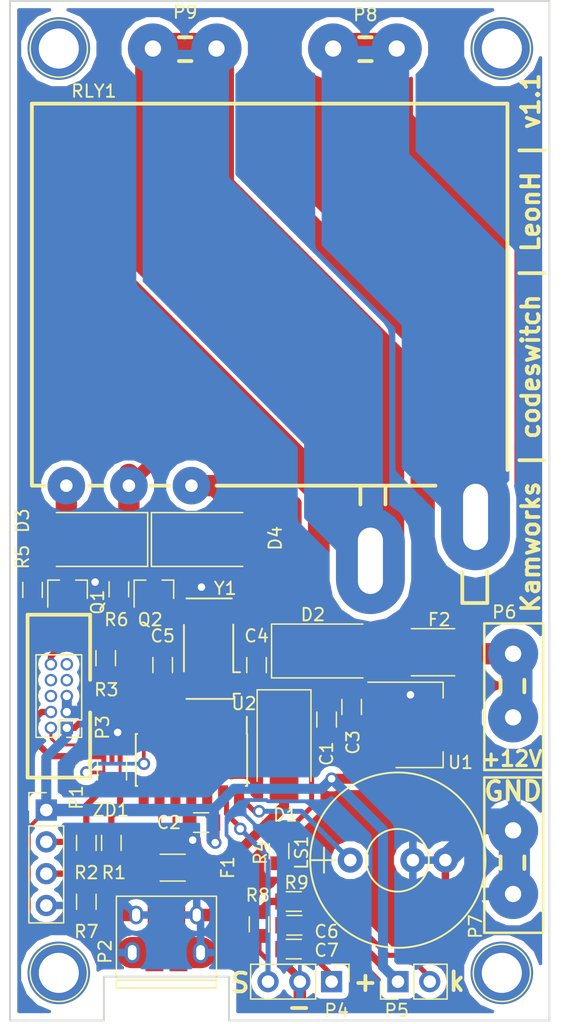
<source format=kicad_pcb>
(kicad_pcb (version 4) (host pcbnew 4.0.5-e0-6337~49~ubuntu16.04.1)

  (general
    (links 89)
    (no_connects 0)
    (area 96.875 48.477 143.709525 131.145)
    (thickness 1.6)
    (drawings 24)
    (tracks 349)
    (zones 0)
    (modules 43)
    (nets 35)
  )

  (page A4)
  (title_block
    (title Codeswitch)
    (date 26-2-2017)
    (company Kamworks)
    (comment 1 LeonH)
  )

  (layers
    (0 F.Cu signal)
    (31 B.Cu signal hide)
    (32 B.Adhes user)
    (33 F.Adhes user)
    (34 B.Paste user)
    (35 F.Paste user)
    (36 B.SilkS user)
    (37 F.SilkS user)
    (38 B.Mask user)
    (39 F.Mask user)
    (40 Dwgs.User user)
    (41 Cmts.User user)
    (42 Eco1.User user)
    (43 Eco2.User user)
    (44 Edge.Cuts user)
    (45 Margin user)
    (46 B.CrtYd user)
    (47 F.CrtYd user)
    (48 B.Fab user)
    (49 F.Fab user)
  )

  (setup
    (last_trace_width 0.4)
    (user_trace_width 0.23)
    (user_trace_width 0.3)
    (user_trace_width 0.5)
    (user_trace_width 0.6)
    (user_trace_width 0.8)
    (user_trace_width 1)
    (user_trace_width 1.7)
    (user_trace_width 2.5)
    (trace_clearance 0.2)
    (zone_clearance 0.508)
    (zone_45_only yes)
    (trace_min 0.2)
    (segment_width 0.2)
    (edge_width 0.15)
    (via_size 1)
    (via_drill 0.6)
    (via_min_size 0.4)
    (via_min_drill 0.3)
    (uvia_size 1)
    (uvia_drill 0.6)
    (uvias_allowed no)
    (uvia_min_size 0.2)
    (uvia_min_drill 0.1)
    (pcb_text_width 0.3)
    (pcb_text_size 1.5 1.5)
    (mod_edge_width 0.15)
    (mod_text_size 1 1)
    (mod_text_width 0.15)
    (pad_size 1.1 1)
    (pad_drill 0.65)
    (pad_to_mask_clearance 0.2)
    (aux_axis_origin 98.1 130.4)
    (grid_origin 98.1 130.4)
    (visible_elements FFFEFF7F)
    (pcbplotparams
      (layerselection 0x010f0_80000001)
      (usegerberextensions false)
      (excludeedgelayer true)
      (linewidth 0.100000)
      (plotframeref false)
      (viasonmask false)
      (mode 1)
      (useauxorigin false)
      (hpglpennumber 1)
      (hpglpenspeed 20)
      (hpglpendiameter 15)
      (hpglpenoverlay 2)
      (psnegative false)
      (psa4output false)
      (plotreference true)
      (plotvalue true)
      (plotinvisibletext false)
      (padsonsilk false)
      (subtractmaskfromsilk false)
      (outputformat 1)
      (mirror false)
      (drillshape 0)
      (scaleselection 1)
      (outputdirectory gerber/))
  )

  (net 0 "")
  (net 1 "Net-(C1-Pad1)")
  (net 2 GND)
  (net 3 +3V3)
  (net 4 "Net-(C4-Pad2)")
  (net 5 "Net-(C5-Pad2)")
  (net 6 "Net-(D1-Pad2)")
  (net 7 +12V)
  (net 8 "Net-(D3-Pad2)")
  (net 9 "Net-(D4-Pad2)")
  (net 10 "Net-(F1-Pad1)")
  (net 11 /TXD)
  (net 12 /RXD)
  (net 13 /USBD-)
  (net 14 /USBD+)
  (net 15 "Net-(P2-Pad4)")
  (net 16 /SWDIO)
  (net 17 /SWCLK)
  (net 18 /nRESET)
  (net 19 "Net-(P4-Pad3)")
  (net 20 "Net-(P5-Pad2)")
  (net 21 "Net-(F2-Pad1)")
  (net 22 "Net-(P8-Pad1)")
  (net 23 "Net-(P9-Pad1)")
  (net 24 "Net-(Q1-Pad1)")
  (net 25 "Net-(R4-Pad2)")
  (net 26 /RELAY_ON)
  (net 27 /RELAY_OFF)
  (net 28 "Net-(LS1-Pad2)")
  (net 29 "Net-(P3-Pad6)")
  (net 30 "Net-(P3-Pad7)")
  (net 31 "Net-(P3-Pad8)")
  (net 32 "Net-(P3-Pad9)")
  (net 33 "Net-(Q2-Pad1)")
  (net 34 "Net-(C6-Pad2)")

  (net_class Default "This is the default net class."
    (clearance 0.2)
    (trace_width 0.4)
    (via_dia 1)
    (via_drill 0.6)
    (uvia_dia 1)
    (uvia_drill 0.6)
    (add_net /RELAY_OFF)
    (add_net /RELAY_ON)
    (add_net /RXD)
    (add_net /SWCLK)
    (add_net /SWDIO)
    (add_net /TXD)
    (add_net /USBD+)
    (add_net /USBD-)
    (add_net /nRESET)
    (add_net "Net-(C4-Pad2)")
    (add_net "Net-(C5-Pad2)")
    (add_net "Net-(C6-Pad2)")
    (add_net "Net-(D3-Pad2)")
    (add_net "Net-(D4-Pad2)")
    (add_net "Net-(F2-Pad1)")
    (add_net "Net-(LS1-Pad2)")
    (add_net "Net-(P2-Pad4)")
    (add_net "Net-(P3-Pad6)")
    (add_net "Net-(P3-Pad7)")
    (add_net "Net-(P3-Pad8)")
    (add_net "Net-(P3-Pad9)")
    (add_net "Net-(P4-Pad3)")
    (add_net "Net-(P5-Pad2)")
    (add_net "Net-(Q1-Pad1)")
    (add_net "Net-(Q2-Pad1)")
    (add_net "Net-(R4-Pad2)")
  )

  (net_class +12V_support ""
    (clearance 0.2)
    (trace_width 0.6)
    (via_dia 1)
    (via_drill 0.6)
    (uvia_dia 1)
    (uvia_drill 0.6)
    (add_net +12V)
  )

  (net_class +3V3_power ""
    (clearance 0.2)
    (trace_width 0.6)
    (via_dia 1)
    (via_drill 0.6)
    (uvia_dia 1)
    (uvia_drill 0.6)
    (add_net +3V3)
    (add_net "Net-(C1-Pad1)")
    (add_net "Net-(D1-Pad2)")
    (add_net "Net-(F1-Pad1)")
  )

  (net_class ground ""
    (clearance 0.2)
    (trace_width 0.6)
    (via_dia 1)
    (via_drill 0.6)
    (uvia_dia 1)
    (uvia_drill 0.6)
    (add_net GND)
  )

  (net_class highpower ""
    (clearance 0.5)
    (trace_width 2)
    (via_dia 2)
    (via_drill 1)
    (uvia_dia 2)
    (uvia_drill 1)
    (add_net "Net-(P8-Pad1)")
    (add_net "Net-(P9-Pad1)")
  )

  (module Connectors:1pin (layer F.Cu) (tedit 58B72219) (tstamp 58B7223D)
    (at 137.4 52.8)
    (descr "module 1 pin (ou trou mecanique de percage)")
    (tags DEV)
    (fp_text reference REF** (at 0 -3.048) (layer F.SilkS) hide
      (effects (font (size 1 1) (thickness 0.15)))
    )
    (fp_text value 1pin (at 0 3) (layer F.Fab)
      (effects (font (size 1 1) (thickness 0.15)))
    )
    (fp_circle (center 0 0) (end 2 0.8) (layer F.Fab) (width 0.1))
    (fp_circle (center 0 0) (end 2.6 0) (layer F.CrtYd) (width 0.05))
    (fp_circle (center 0 0) (end 0 -2.286) (layer F.SilkS) (width 0.12))
    (pad 1 thru_hole circle (at 0 0) (size 5 5) (drill 3.2) (layers *.Cu *.Mask))
  )

  (module Connectors:1pin (layer F.Cu) (tedit 58B72219) (tstamp 58B72235)
    (at 137.4 126.6)
    (descr "module 1 pin (ou trou mecanique de percage)")
    (tags DEV)
    (fp_text reference REF** (at 0 -3.048) (layer F.SilkS) hide
      (effects (font (size 1 1) (thickness 0.15)))
    )
    (fp_text value 1pin (at 0 3) (layer F.Fab)
      (effects (font (size 1 1) (thickness 0.15)))
    )
    (fp_circle (center 0 0) (end 2 0.8) (layer F.Fab) (width 0.1))
    (fp_circle (center 0 0) (end 2.6 0) (layer F.CrtYd) (width 0.05))
    (fp_circle (center 0 0) (end 0 -2.286) (layer F.SilkS) (width 0.12))
    (pad 1 thru_hole circle (at 0 0) (size 5 5) (drill 3.2) (layers *.Cu *.Mask))
  )

  (module Connectors:1pin (layer F.Cu) (tedit 58B72219) (tstamp 58B7222D)
    (at 102 126.6)
    (descr "module 1 pin (ou trou mecanique de percage)")
    (tags DEV)
    (fp_text reference REF** (at 0 -3.048) (layer F.SilkS) hide
      (effects (font (size 1 1) (thickness 0.15)))
    )
    (fp_text value 1pin (at 0 3) (layer F.Fab)
      (effects (font (size 1 1) (thickness 0.15)))
    )
    (fp_circle (center 0 0) (end 2 0.8) (layer F.Fab) (width 0.1))
    (fp_circle (center 0 0) (end 2.6 0) (layer F.CrtYd) (width 0.05))
    (fp_circle (center 0 0) (end 0 -2.286) (layer F.SilkS) (width 0.12))
    (pad 1 thru_hole circle (at 0 0) (size 5 5) (drill 3.2) (layers *.Cu *.Mask))
  )

  (module Diodes_SMD:D_SMB_Handsoldering (layer F.Cu) (tedit 58D8201F) (tstamp 58B19FD2)
    (at 120 108.6 270)
    (descr "Diode SMB Handsoldering")
    (tags "Diode SMB Handsoldering")
    (path /58AE100B)
    (attr smd)
    (fp_text reference D1 (at 5.4 -0.1 540) (layer F.SilkS)
      (effects (font (size 1 1) (thickness 0.15)))
    )
    (fp_text value S1DB (at 0.1 4.75 270) (layer F.Fab)
      (effects (font (size 1 1) (thickness 0.15)))
    )
    (fp_line (start -4.6 -2.15) (end -4.6 2.15) (layer F.SilkS) (width 0.12))
    (fp_line (start 2.3 2) (end -2.3 2) (layer F.Fab) (width 0.1))
    (fp_line (start -2.3 2) (end -2.3 -2) (layer F.Fab) (width 0.1))
    (fp_line (start 2.3 -2) (end 2.3 2) (layer F.Fab) (width 0.1))
    (fp_line (start 2.3 -2) (end -2.3 -2) (layer F.Fab) (width 0.1))
    (fp_line (start -4.7 -2.25) (end 4.7 -2.25) (layer F.CrtYd) (width 0.05))
    (fp_line (start 4.7 -2.25) (end 4.7 2.25) (layer F.CrtYd) (width 0.05))
    (fp_line (start 4.7 2.25) (end -4.7 2.25) (layer F.CrtYd) (width 0.05))
    (fp_line (start -4.7 2.25) (end -4.7 -2.25) (layer F.CrtYd) (width 0.05))
    (fp_line (start -0.64944 0.00102) (end -1.55114 0.00102) (layer F.Fab) (width 0.1))
    (fp_line (start 0.50118 0.00102) (end 1.4994 0.00102) (layer F.Fab) (width 0.1))
    (fp_line (start -0.64944 -0.79908) (end -0.64944 0.80112) (layer F.Fab) (width 0.1))
    (fp_line (start 0.50118 0.75032) (end 0.50118 -0.79908) (layer F.Fab) (width 0.1))
    (fp_line (start -0.64944 0.00102) (end 0.50118 0.75032) (layer F.Fab) (width 0.1))
    (fp_line (start -0.64944 0.00102) (end 0.50118 -0.79908) (layer F.Fab) (width 0.1))
    (fp_line (start -4.6 2.15) (end 2.7 2.15) (layer F.SilkS) (width 0.12))
    (fp_line (start -4.6 -2.15) (end 2.7 -2.15) (layer F.SilkS) (width 0.12))
    (pad 1 smd rect (at -2.7 0 270) (size 3.5 2.3) (layers F.Cu F.Paste F.Mask)
      (net 1 "Net-(C1-Pad1)"))
    (pad 2 smd rect (at 2.7 0 270) (size 3.5 2.3) (layers F.Cu F.Paste F.Mask)
      (net 6 "Net-(D1-Pad2)"))
    (model Diodes_SMD.3dshapes/D_SMB_Handsoldering.wrl
      (at (xyz 0 0 0))
      (scale (xyz 0.3937 0.3937 0.3937))
      (rotate (xyz 0 0 180))
    )
  )

  (module Diodes_SMD:D_SMB_Handsoldering (layer F.Cu) (tedit 58B897C2) (tstamp 58B19FE9)
    (at 123.6 100.9)
    (descr "Diode SMB Handsoldering")
    (tags "Diode SMB Handsoldering")
    (path /58AB6DD1)
    (attr smd)
    (fp_text reference D2 (at -1.3 -2.9) (layer F.SilkS)
      (effects (font (size 1 1) (thickness 0.15)))
    )
    (fp_text value S1DB (at 0.1 4.75) (layer F.Fab)
      (effects (font (size 1 1) (thickness 0.15)))
    )
    (fp_line (start -4.6 -2.15) (end -4.6 2.15) (layer F.SilkS) (width 0.12))
    (fp_line (start 2.3 2) (end -2.3 2) (layer F.Fab) (width 0.1))
    (fp_line (start -2.3 2) (end -2.3 -2) (layer F.Fab) (width 0.1))
    (fp_line (start 2.3 -2) (end 2.3 2) (layer F.Fab) (width 0.1))
    (fp_line (start 2.3 -2) (end -2.3 -2) (layer F.Fab) (width 0.1))
    (fp_line (start -4.7 -2.25) (end 4.7 -2.25) (layer F.CrtYd) (width 0.05))
    (fp_line (start 4.7 -2.25) (end 4.7 2.25) (layer F.CrtYd) (width 0.05))
    (fp_line (start 4.7 2.25) (end -4.7 2.25) (layer F.CrtYd) (width 0.05))
    (fp_line (start -4.7 2.25) (end -4.7 -2.25) (layer F.CrtYd) (width 0.05))
    (fp_line (start -0.64944 0.00102) (end -1.55114 0.00102) (layer F.Fab) (width 0.1))
    (fp_line (start 0.50118 0.00102) (end 1.4994 0.00102) (layer F.Fab) (width 0.1))
    (fp_line (start -0.64944 -0.79908) (end -0.64944 0.80112) (layer F.Fab) (width 0.1))
    (fp_line (start 0.50118 0.75032) (end 0.50118 -0.79908) (layer F.Fab) (width 0.1))
    (fp_line (start -0.64944 0.00102) (end 0.50118 0.75032) (layer F.Fab) (width 0.1))
    (fp_line (start -0.64944 0.00102) (end 0.50118 -0.79908) (layer F.Fab) (width 0.1))
    (fp_line (start -4.6 2.15) (end 2.7 2.15) (layer F.SilkS) (width 0.12))
    (fp_line (start -4.6 -2.15) (end 2.7 -2.15) (layer F.SilkS) (width 0.12))
    (pad 1 smd rect (at -2.7 0) (size 3.5 2.3) (layers F.Cu F.Paste F.Mask)
      (net 1 "Net-(C1-Pad1)"))
    (pad 2 smd rect (at 2.7 0) (size 3.5 2.3) (layers F.Cu F.Paste F.Mask)
      (net 7 +12V))
    (model Diodes_SMD.3dshapes/D_SMB_Handsoldering.wrl
      (at (xyz 0 0 0))
      (scale (xyz 0.3937 0.3937 0.3937))
      (rotate (xyz 0 0 180))
    )
  )

  (module Diodes_SMD:D_SMB_Handsoldering (layer F.Cu) (tedit 58BAA6C8) (tstamp 58B1A000)
    (at 104.5 92 180)
    (descr "Diode SMB Handsoldering")
    (tags "Diode SMB Handsoldering")
    (path /58A8D600)
    (attr smd)
    (fp_text reference D3 (at 5.4 1.5 270) (layer F.SilkS)
      (effects (font (size 1 1) (thickness 0.15)))
    )
    (fp_text value S1DB (at -0.3 3 180) (layer F.Fab) hide
      (effects (font (size 1 1) (thickness 0.15)))
    )
    (fp_line (start -4.6 -2.15) (end -4.6 2.15) (layer F.SilkS) (width 0.12))
    (fp_line (start 2.3 2) (end -2.3 2) (layer F.Fab) (width 0.1))
    (fp_line (start -2.3 2) (end -2.3 -2) (layer F.Fab) (width 0.1))
    (fp_line (start 2.3 -2) (end 2.3 2) (layer F.Fab) (width 0.1))
    (fp_line (start 2.3 -2) (end -2.3 -2) (layer F.Fab) (width 0.1))
    (fp_line (start -4.7 -2.25) (end 4.7 -2.25) (layer F.CrtYd) (width 0.05))
    (fp_line (start 4.7 -2.25) (end 4.7 2.25) (layer F.CrtYd) (width 0.05))
    (fp_line (start 4.7 2.25) (end -4.7 2.25) (layer F.CrtYd) (width 0.05))
    (fp_line (start -4.7 2.25) (end -4.7 -2.25) (layer F.CrtYd) (width 0.05))
    (fp_line (start -0.64944 0.00102) (end -1.55114 0.00102) (layer F.Fab) (width 0.1))
    (fp_line (start 0.50118 0.00102) (end 1.4994 0.00102) (layer F.Fab) (width 0.1))
    (fp_line (start -0.64944 -0.79908) (end -0.64944 0.80112) (layer F.Fab) (width 0.1))
    (fp_line (start 0.50118 0.75032) (end 0.50118 -0.79908) (layer F.Fab) (width 0.1))
    (fp_line (start -0.64944 0.00102) (end 0.50118 0.75032) (layer F.Fab) (width 0.1))
    (fp_line (start -0.64944 0.00102) (end 0.50118 -0.79908) (layer F.Fab) (width 0.1))
    (fp_line (start -4.6 2.15) (end 2.7 2.15) (layer F.SilkS) (width 0.12))
    (fp_line (start -4.6 -2.15) (end 2.7 -2.15) (layer F.SilkS) (width 0.12))
    (pad 1 smd rect (at -2.7 0 180) (size 3.5 2.3) (layers F.Cu F.Paste F.Mask)
      (net 7 +12V))
    (pad 2 smd rect (at 2.7 0 180) (size 3.5 2.3) (layers F.Cu F.Paste F.Mask)
      (net 8 "Net-(D3-Pad2)"))
    (model Diodes_SMD.3dshapes/D_SMB_Handsoldering.wrl
      (at (xyz 0 0 0))
      (scale (xyz 0.3937 0.3937 0.3937))
      (rotate (xyz 0 0 180))
    )
  )

  (module Diodes_SMD:D_SMB_Handsoldering (layer F.Cu) (tedit 58B1EA17) (tstamp 58B1A017)
    (at 114 92)
    (descr "Diode SMB Handsoldering")
    (tags "Diode SMB Handsoldering")
    (path /58A8D6D5)
    (attr smd)
    (fp_text reference D4 (at 5.3 -0.1 90) (layer F.SilkS)
      (effects (font (size 1 1) (thickness 0.15)))
    )
    (fp_text value S1DB (at -0.1 3.1) (layer F.Fab) hide
      (effects (font (size 1 1) (thickness 0.15)))
    )
    (fp_line (start -4.6 -2.15) (end -4.6 2.15) (layer F.SilkS) (width 0.12))
    (fp_line (start 2.3 2) (end -2.3 2) (layer F.Fab) (width 0.1))
    (fp_line (start -2.3 2) (end -2.3 -2) (layer F.Fab) (width 0.1))
    (fp_line (start 2.3 -2) (end 2.3 2) (layer F.Fab) (width 0.1))
    (fp_line (start 2.3 -2) (end -2.3 -2) (layer F.Fab) (width 0.1))
    (fp_line (start -4.7 -2.25) (end 4.7 -2.25) (layer F.CrtYd) (width 0.05))
    (fp_line (start 4.7 -2.25) (end 4.7 2.25) (layer F.CrtYd) (width 0.05))
    (fp_line (start 4.7 2.25) (end -4.7 2.25) (layer F.CrtYd) (width 0.05))
    (fp_line (start -4.7 2.25) (end -4.7 -2.25) (layer F.CrtYd) (width 0.05))
    (fp_line (start -0.64944 0.00102) (end -1.55114 0.00102) (layer F.Fab) (width 0.1))
    (fp_line (start 0.50118 0.00102) (end 1.4994 0.00102) (layer F.Fab) (width 0.1))
    (fp_line (start -0.64944 -0.79908) (end -0.64944 0.80112) (layer F.Fab) (width 0.1))
    (fp_line (start 0.50118 0.75032) (end 0.50118 -0.79908) (layer F.Fab) (width 0.1))
    (fp_line (start -0.64944 0.00102) (end 0.50118 0.75032) (layer F.Fab) (width 0.1))
    (fp_line (start -0.64944 0.00102) (end 0.50118 -0.79908) (layer F.Fab) (width 0.1))
    (fp_line (start -4.6 2.15) (end 2.7 2.15) (layer F.SilkS) (width 0.12))
    (fp_line (start -4.6 -2.15) (end 2.7 -2.15) (layer F.SilkS) (width 0.12))
    (pad 1 smd rect (at -2.7 0) (size 3.5 2.3) (layers F.Cu F.Paste F.Mask)
      (net 7 +12V))
    (pad 2 smd rect (at 2.7 0) (size 3.5 2.3) (layers F.Cu F.Paste F.Mask)
      (net 9 "Net-(D4-Pad2)"))
    (model Diodes_SMD.3dshapes/D_SMB_Handsoldering.wrl
      (at (xyz 0 0 0))
      (scale (xyz 0.3937 0.3937 0.3937))
      (rotate (xyz 0 0 180))
    )
  )

  (module Fuse_Holders_and_Fuses:Fuse_SMD1206_HandSoldering (layer F.Cu) (tedit 58B72D6A) (tstamp 58B1A027)
    (at 111.1 118.2)
    (descr "Fuse, Sicherung, SMD1206, Littlefuse-Wickmann 433 Series, Hand Soldering,")
    (tags "Fuse Sicherung SMD1206 Littlefuse-Wickmann 433 Series Hand Soldering ")
    (path /58AF63D6)
    (attr smd)
    (fp_text reference F1 (at 4.4 0 90) (layer F.SilkS)
      (effects (font (size 1 1) (thickness 0.15)))
    )
    (fp_text value "Polyfuse 250mA-hold 500mA-trip" (at -0.15 2.5) (layer F.Fab)
      (effects (font (size 1 1) (thickness 0.15)))
    )
    (fp_line (start -1.6 0.8) (end -1.6 -0.8) (layer F.Fab) (width 0.1))
    (fp_line (start 1.6 0.8) (end -1.6 0.8) (layer F.Fab) (width 0.1))
    (fp_line (start 1.6 -0.8) (end 1.6 0.8) (layer F.Fab) (width 0.1))
    (fp_line (start -1.6 -0.8) (end 1.6 -0.8) (layer F.Fab) (width 0.1))
    (fp_line (start 1 1.07) (end -1 1.07) (layer F.SilkS) (width 0.12))
    (fp_line (start -1 -1.07) (end 1 -1.07) (layer F.SilkS) (width 0.12))
    (fp_line (start -3.35 -1.58) (end 3.35 -1.58) (layer F.CrtYd) (width 0.05))
    (fp_line (start -3.35 -1.58) (end -3.35 1.58) (layer F.CrtYd) (width 0.05))
    (fp_line (start 3.35 1.58) (end 3.35 -1.58) (layer F.CrtYd) (width 0.05))
    (fp_line (start 3.35 1.58) (end -3.35 1.58) (layer F.CrtYd) (width 0.05))
    (pad 1 smd rect (at -2.09 0 90) (size 2.03 2.65) (layers F.Cu F.Paste F.Mask)
      (net 10 "Net-(F1-Pad1)"))
    (pad 2 smd rect (at 2.09 0 90) (size 2.03 2.65) (layers F.Cu F.Paste F.Mask)
      (net 6 "Net-(D1-Pad2)"))
  )

  (module Pin_Headers:Pin_Header_Straight_1x04_Pitch2.54mm (layer F.Cu) (tedit 58B72E9A) (tstamp 58B1A049)
    (at 101 113.6)
    (descr "Through hole straight pin header, 1x04, 2.54mm pitch, single row")
    (tags "Through hole pin header THT 1x04 2.54mm single row")
    (path /58A8DFA7)
    (fp_text reference P1 (at 2.4 -1 90) (layer F.SilkS)
      (effects (font (size 1 1) (thickness 0.15)))
    )
    (fp_text value serial (at 0 10.01) (layer F.Fab)
      (effects (font (size 1 1) (thickness 0.15)))
    )
    (fp_line (start -1.27 -1.27) (end -1.27 8.89) (layer F.Fab) (width 0.1))
    (fp_line (start -1.27 8.89) (end 1.27 8.89) (layer F.Fab) (width 0.1))
    (fp_line (start 1.27 8.89) (end 1.27 -1.27) (layer F.Fab) (width 0.1))
    (fp_line (start 1.27 -1.27) (end -1.27 -1.27) (layer F.Fab) (width 0.1))
    (fp_line (start -1.39 1.27) (end -1.39 9.01) (layer F.SilkS) (width 0.12))
    (fp_line (start -1.39 9.01) (end 1.39 9.01) (layer F.SilkS) (width 0.12))
    (fp_line (start 1.39 9.01) (end 1.39 1.27) (layer F.SilkS) (width 0.12))
    (fp_line (start 1.39 1.27) (end -1.39 1.27) (layer F.SilkS) (width 0.12))
    (fp_line (start -1.39 0) (end -1.39 -1.39) (layer F.SilkS) (width 0.12))
    (fp_line (start -1.39 -1.39) (end 0 -1.39) (layer F.SilkS) (width 0.12))
    (fp_line (start -1.6 -1.6) (end -1.6 9.2) (layer F.CrtYd) (width 0.05))
    (fp_line (start -1.6 9.2) (end 1.6 9.2) (layer F.CrtYd) (width 0.05))
    (fp_line (start 1.6 9.2) (end 1.6 -1.6) (layer F.CrtYd) (width 0.05))
    (fp_line (start 1.6 -1.6) (end -1.6 -1.6) (layer F.CrtYd) (width 0.05))
    (pad 1 thru_hole rect (at 0 0) (size 1.7 1.7) (drill 1) (layers *.Cu *.Mask)
      (net 3 +3V3))
    (pad 2 thru_hole oval (at 0 2.54) (size 1.7 1.7) (drill 1) (layers *.Cu *.Mask)
      (net 12 /RXD))
    (pad 3 thru_hole oval (at 0 5.08) (size 1.7 1.7) (drill 1) (layers *.Cu *.Mask)
      (net 11 /TXD))
    (pad 4 thru_hole oval (at 0 7.62) (size 1.7 1.7) (drill 1) (layers *.Cu *.Mask)
      (net 2 GND))
    (model Pin_Headers.3dshapes/Pin_Header_Straight_1x04_Pitch2.54mm.wrl
      (at (xyz 0 -0.15 0))
      (scale (xyz 1 1 1))
      (rotate (xyz 0 0 90))
    )
  )

  (module Connectors:USB_Micro-B_10103594-0001LF (layer F.Cu) (tedit 58D81DB8) (tstamp 58B1A061)
    (at 110.6 123.6)
    (descr "Micro USB Type B 10103594-0001LF")
    (tags "USB USB_B USB_micro USB_OTG")
    (path /58AE0C3A)
    (attr smd)
    (fp_text reference P2 (at -4.9 1.3 90) (layer F.SilkS)
      (effects (font (size 1 1) (thickness 0.15)))
    )
    (fp_text value "USB micro B" (at 0 6.17) (layer F.Fab)
      (effects (font (size 1 1) (thickness 0.15)))
    )
    (fp_line (start -4.25 -3.4) (end 4.25 -3.4) (layer F.CrtYd) (width 0.05))
    (fp_line (start 4.25 -3.4) (end 4.25 4.45) (layer F.CrtYd) (width 0.05))
    (fp_line (start 4.25 4.45) (end -4.25 4.45) (layer F.CrtYd) (width 0.05))
    (fp_line (start -4.25 4.45) (end -4.25 -3.4) (layer F.CrtYd) (width 0.05))
    (fp_line (start -4 4.2) (end 4 4.2) (layer F.SilkS) (width 0.12))
    (fp_line (start -4 -3.12) (end 4 -3.12) (layer F.SilkS) (width 0.12))
    (fp_line (start 4 -3.12) (end 4 4.2) (layer F.SilkS) (width 0.12))
    (fp_line (start 4 3.58) (end -4 3.58) (layer F.SilkS) (width 0.12))
    (fp_line (start -4 4.2) (end -4 -3.12) (layer F.SilkS) (width 0.12))
    (pad 1 smd rect (at -1.3 -1.5 90) (size 1.65 0.4) (layers F.Cu F.Paste F.Mask)
      (net 10 "Net-(F1-Pad1)"))
    (pad 2 smd rect (at -0.65 -1.5 90) (size 1.65 0.4) (layers F.Cu F.Paste F.Mask)
      (net 13 /USBD-))
    (pad 3 smd rect (at 0 -1.5 90) (size 1.65 0.4) (layers F.Cu F.Paste F.Mask)
      (net 14 /USBD+))
    (pad 4 smd rect (at 0.65 -1.5 90) (size 1.65 0.4) (layers F.Cu F.Paste F.Mask)
      (net 15 "Net-(P2-Pad4)"))
    (pad 5 smd rect (at 1.3 -1.5 90) (size 1.65 0.4) (layers F.Cu F.Paste F.Mask)
      (net 2 GND))
    (pad 6 thru_hole oval (at -2.42 -1.62 90) (size 1.5 1.1) (drill oval 1.05 0.65) (layers *.Cu *.Mask)
      (net 2 GND))
    (pad 6 thru_hole oval (at 2.42 -1.62 90) (size 1.5 1.1) (drill oval 1.05 0.65) (layers *.Cu *.Mask)
      (net 2 GND))
    (pad 6 thru_hole oval (at -2.73 1.38 90) (size 1.7 1.2) (drill oval 1.2 0.7) (layers *.Cu *.Mask)
      (net 2 GND))
    (pad 6 thru_hole oval (at 2.73 1.38 90) (size 1.7 1.2) (drill oval 1.2 0.7) (layers *.Cu *.Mask)
      (net 2 GND))
    (pad 6 smd rect (at -0.96 1.62 90) (size 2.5 1.43) (layers F.Cu F.Paste F.Mask)
      (net 2 GND))
    (pad 6 smd rect (at 0.96 1.62 90) (size 2.5 1.43) (layers F.Cu F.Paste F.Mask)
      (net 2 GND))
  )

  (module Pin_Headers:Pin_Header_Straight_1x03_Pitch2.54mm (layer F.Cu) (tedit 58D81EDF) (tstamp 58B1A094)
    (at 123.8 127.3 270)
    (descr "Through hole straight pin header, 1x03, 2.54mm pitch, single row")
    (tags "Through hole pin header THT 1x03 2.54mm single row")
    (path /58A8D267)
    (fp_text reference P4 (at 2.3 -0.4 540) (layer F.SilkS)
      (effects (font (size 1 1) (thickness 0.15)))
    )
    (fp_text value VS1838b (at 0 7.47 270) (layer F.Fab)
      (effects (font (size 1 1) (thickness 0.15)))
    )
    (fp_line (start -1.27 -1.27) (end -1.27 6.35) (layer F.Fab) (width 0.1))
    (fp_line (start -1.27 6.35) (end 1.27 6.35) (layer F.Fab) (width 0.1))
    (fp_line (start 1.27 6.35) (end 1.27 -1.27) (layer F.Fab) (width 0.1))
    (fp_line (start 1.27 -1.27) (end -1.27 -1.27) (layer F.Fab) (width 0.1))
    (fp_line (start -1.39 1.27) (end -1.39 6.47) (layer F.SilkS) (width 0.12))
    (fp_line (start -1.39 6.47) (end 1.39 6.47) (layer F.SilkS) (width 0.12))
    (fp_line (start 1.39 6.47) (end 1.39 1.27) (layer F.SilkS) (width 0.12))
    (fp_line (start 1.39 1.27) (end -1.39 1.27) (layer F.SilkS) (width 0.12))
    (fp_line (start -1.39 0) (end -1.39 -1.39) (layer F.SilkS) (width 0.12))
    (fp_line (start -1.39 -1.39) (end 0 -1.39) (layer F.SilkS) (width 0.12))
    (fp_line (start -1.6 -1.6) (end -1.6 6.6) (layer F.CrtYd) (width 0.05))
    (fp_line (start -1.6 6.6) (end 1.6 6.6) (layer F.CrtYd) (width 0.05))
    (fp_line (start 1.6 6.6) (end 1.6 -1.6) (layer F.CrtYd) (width 0.05))
    (fp_line (start 1.6 -1.6) (end -1.6 -1.6) (layer F.CrtYd) (width 0.05))
    (pad 1 thru_hole rect (at 0 0 270) (size 1.7 1.7) (drill 1) (layers *.Cu *.Mask)
      (net 34 "Net-(C6-Pad2)"))
    (pad 2 thru_hole oval (at 0 2.54 270) (size 1.7 1.7) (drill 1) (layers *.Cu *.Mask)
      (net 2 GND))
    (pad 3 thru_hole oval (at 0 5.08 270) (size 1.7 1.7) (drill 1) (layers *.Cu *.Mask)
      (net 19 "Net-(P4-Pad3)"))
    (model Pin_Headers.3dshapes/Pin_Header_Straight_1x03_Pitch2.54mm.wrl
      (at (xyz 0 -0.1 0))
      (scale (xyz 1 1 1))
      (rotate (xyz 0 0 90))
    )
  )

  (module Pin_Headers:Pin_Header_Straight_1x02_Pitch2.54mm (layer F.Cu) (tedit 58D81EE4) (tstamp 58B1A0A8)
    (at 129.1 127.3 90)
    (descr "Through hole straight pin header, 1x02, 2.54mm pitch, single row")
    (tags "Through hole pin header THT 1x02 2.54mm single row")
    (path /58A8D2D0)
    (fp_text reference P5 (at -2.3 -0.1 180) (layer F.SilkS)
      (effects (font (size 1 1) (thickness 0.15)))
    )
    (fp_text value PAYLED (at 0 4.93 90) (layer F.Fab)
      (effects (font (size 1 1) (thickness 0.15)))
    )
    (fp_line (start -1.27 -1.27) (end -1.27 3.81) (layer F.Fab) (width 0.1))
    (fp_line (start -1.27 3.81) (end 1.27 3.81) (layer F.Fab) (width 0.1))
    (fp_line (start 1.27 3.81) (end 1.27 -1.27) (layer F.Fab) (width 0.1))
    (fp_line (start 1.27 -1.27) (end -1.27 -1.27) (layer F.Fab) (width 0.1))
    (fp_line (start -1.39 1.27) (end -1.39 3.93) (layer F.SilkS) (width 0.12))
    (fp_line (start -1.39 3.93) (end 1.39 3.93) (layer F.SilkS) (width 0.12))
    (fp_line (start 1.39 3.93) (end 1.39 1.27) (layer F.SilkS) (width 0.12))
    (fp_line (start 1.39 1.27) (end -1.39 1.27) (layer F.SilkS) (width 0.12))
    (fp_line (start -1.39 0) (end -1.39 -1.39) (layer F.SilkS) (width 0.12))
    (fp_line (start -1.39 -1.39) (end 0 -1.39) (layer F.SilkS) (width 0.12))
    (fp_line (start -1.6 -1.6) (end -1.6 4.1) (layer F.CrtYd) (width 0.05))
    (fp_line (start -1.6 4.1) (end 1.6 4.1) (layer F.CrtYd) (width 0.05))
    (fp_line (start 1.6 4.1) (end 1.6 -1.6) (layer F.CrtYd) (width 0.05))
    (fp_line (start 1.6 -1.6) (end -1.6 -1.6) (layer F.CrtYd) (width 0.05))
    (pad 1 thru_hole rect (at 0 0 90) (size 1.7 1.7) (drill 1) (layers *.Cu *.Mask)
      (net 3 +3V3))
    (pad 2 thru_hole oval (at 0 2.54 90) (size 1.7 1.7) (drill 1) (layers *.Cu *.Mask)
      (net 20 "Net-(P5-Pad2)"))
    (model Pin_Headers.3dshapes/Pin_Header_Straight_1x02_Pitch2.54mm.wrl
      (at (xyz 0 -0.05 0))
      (scale (xyz 1 1 1))
      (rotate (xyz 0 0 90))
    )
  )

  (module TO_SOT_Packages_SMD:SOT-23 (layer F.Cu) (tedit 58B72DE3) (tstamp 58B1A0DC)
    (at 102.7 96 90)
    (descr "SOT-23, Standard")
    (tags SOT-23)
    (path /58B72CAE)
    (attr smd)
    (fp_text reference Q1 (at -1 2.4 270) (layer F.SilkS)
      (effects (font (size 1 1) (thickness 0.15)))
    )
    (fp_text value MMBT2222 (at 0 2.5 90) (layer F.Fab)
      (effects (font (size 1 1) (thickness 0.15)))
    )
    (fp_line (start -0.7 -0.95) (end -0.7 1.5) (layer F.Fab) (width 0.1))
    (fp_line (start -0.15 -1.52) (end 0.7 -1.52) (layer F.Fab) (width 0.1))
    (fp_line (start -0.7 -0.95) (end -0.15 -1.52) (layer F.Fab) (width 0.1))
    (fp_line (start 0.7 -1.52) (end 0.7 1.52) (layer F.Fab) (width 0.1))
    (fp_line (start -0.7 1.52) (end 0.7 1.52) (layer F.Fab) (width 0.1))
    (fp_line (start 0.76 1.58) (end 0.76 0.65) (layer F.SilkS) (width 0.12))
    (fp_line (start 0.76 -1.58) (end 0.76 -0.65) (layer F.SilkS) (width 0.12))
    (fp_line (start -1.7 -1.75) (end 1.7 -1.75) (layer F.CrtYd) (width 0.05))
    (fp_line (start 1.7 -1.75) (end 1.7 1.75) (layer F.CrtYd) (width 0.05))
    (fp_line (start 1.7 1.75) (end -1.7 1.75) (layer F.CrtYd) (width 0.05))
    (fp_line (start -1.7 1.75) (end -1.7 -1.75) (layer F.CrtYd) (width 0.05))
    (fp_line (start 0.76 -1.58) (end -1.4 -1.58) (layer F.SilkS) (width 0.12))
    (fp_line (start 0.76 1.58) (end -0.7 1.58) (layer F.SilkS) (width 0.12))
    (pad 1 smd rect (at -1 -0.95 90) (size 0.9 0.8) (layers F.Cu F.Paste F.Mask)
      (net 24 "Net-(Q1-Pad1)"))
    (pad 2 smd rect (at -1 0.95 90) (size 0.9 0.8) (layers F.Cu F.Paste F.Mask)
      (net 2 GND))
    (pad 3 smd rect (at 1 0 90) (size 0.9 0.8) (layers F.Cu F.Paste F.Mask)
      (net 8 "Net-(D3-Pad2)"))
    (model TO_SOT_Packages_SMD.3dshapes/SOT-23.wrl
      (at (xyz 0 0 0))
      (scale (xyz 1 1 1))
      (rotate (xyz 0 0 90))
    )
  )

  (module TO_SOT_Packages_SMD:SOT-23 (layer F.Cu) (tedit 58BAA6FB) (tstamp 58B1A0F0)
    (at 109.6 96 90)
    (descr "SOT-23, Standard")
    (tags SOT-23)
    (path /58B72FE7)
    (attr smd)
    (fp_text reference Q2 (at -2.4 -0.3 360) (layer F.SilkS)
      (effects (font (size 1 1) (thickness 0.15)))
    )
    (fp_text value MMBT2222 (at 0 2.5 90) (layer F.Fab)
      (effects (font (size 1 1) (thickness 0.15)))
    )
    (fp_line (start -0.7 -0.95) (end -0.7 1.5) (layer F.Fab) (width 0.1))
    (fp_line (start -0.15 -1.52) (end 0.7 -1.52) (layer F.Fab) (width 0.1))
    (fp_line (start -0.7 -0.95) (end -0.15 -1.52) (layer F.Fab) (width 0.1))
    (fp_line (start 0.7 -1.52) (end 0.7 1.52) (layer F.Fab) (width 0.1))
    (fp_line (start -0.7 1.52) (end 0.7 1.52) (layer F.Fab) (width 0.1))
    (fp_line (start 0.76 1.58) (end 0.76 0.65) (layer F.SilkS) (width 0.12))
    (fp_line (start 0.76 -1.58) (end 0.76 -0.65) (layer F.SilkS) (width 0.12))
    (fp_line (start -1.7 -1.75) (end 1.7 -1.75) (layer F.CrtYd) (width 0.05))
    (fp_line (start 1.7 -1.75) (end 1.7 1.75) (layer F.CrtYd) (width 0.05))
    (fp_line (start 1.7 1.75) (end -1.7 1.75) (layer F.CrtYd) (width 0.05))
    (fp_line (start -1.7 1.75) (end -1.7 -1.75) (layer F.CrtYd) (width 0.05))
    (fp_line (start 0.76 -1.58) (end -1.4 -1.58) (layer F.SilkS) (width 0.12))
    (fp_line (start 0.76 1.58) (end -0.7 1.58) (layer F.SilkS) (width 0.12))
    (pad 1 smd rect (at -1 -0.95 90) (size 0.9 0.8) (layers F.Cu F.Paste F.Mask)
      (net 33 "Net-(Q2-Pad1)"))
    (pad 2 smd rect (at -1 0.95 90) (size 0.9 0.8) (layers F.Cu F.Paste F.Mask)
      (net 2 GND))
    (pad 3 smd rect (at 1 0 90) (size 0.9 0.8) (layers F.Cu F.Paste F.Mask)
      (net 9 "Net-(D4-Pad2)"))
    (model TO_SOT_Packages_SMD.3dshapes/SOT-23.wrl
      (at (xyz 0 0 0))
      (scale (xyz 1 1 1))
      (rotate (xyz 0 0 90))
    )
  )

  (module TO_SOT_Packages_SMD:SOT-223 (layer F.Cu) (tedit 58BAA6E2) (tstamp 58B1A1FF)
    (at 130.8 106.8)
    (descr "module CMS SOT223 4 pins")
    (tags "CMS SOT")
    (path /58ABA294)
    (attr smd)
    (fp_text reference U1 (at 3.3 3) (layer F.SilkS)
      (effects (font (size 1 1) (thickness 0.15)))
    )
    (fp_text value NCP1117ST33T3G (at 0 4.5) (layer F.Fab)
      (effects (font (size 1 1) (thickness 0.15)))
    )
    (fp_line (start -1.85 -2.3) (end -0.8 -3.35) (layer F.Fab) (width 0.1))
    (fp_line (start 1.91 3.41) (end 1.91 2.15) (layer F.SilkS) (width 0.12))
    (fp_line (start 1.91 -3.41) (end 1.91 -2.15) (layer F.SilkS) (width 0.12))
    (fp_line (start 4.4 -3.6) (end -4.4 -3.6) (layer F.CrtYd) (width 0.05))
    (fp_line (start 4.4 3.6) (end 4.4 -3.6) (layer F.CrtYd) (width 0.05))
    (fp_line (start -4.4 3.6) (end 4.4 3.6) (layer F.CrtYd) (width 0.05))
    (fp_line (start -4.4 -3.6) (end -4.4 3.6) (layer F.CrtYd) (width 0.05))
    (fp_line (start -1.85 -2.3) (end -1.85 3.35) (layer F.Fab) (width 0.1))
    (fp_line (start -1.85 3.41) (end 1.91 3.41) (layer F.SilkS) (width 0.12))
    (fp_line (start -0.8 -3.35) (end 1.85 -3.35) (layer F.Fab) (width 0.1))
    (fp_line (start -4.1 -3.41) (end 1.91 -3.41) (layer F.SilkS) (width 0.12))
    (fp_line (start -1.85 3.35) (end 1.85 3.35) (layer F.Fab) (width 0.1))
    (fp_line (start 1.85 -3.35) (end 1.85 3.35) (layer F.Fab) (width 0.1))
    (pad 4 smd rect (at 3.15 0) (size 2 3.8) (layers F.Cu F.Paste F.Mask)
      (net 3 +3V3))
    (pad 2 smd rect (at -3.15 0) (size 2 1.5) (layers F.Cu F.Paste F.Mask)
      (net 3 +3V3))
    (pad 3 smd rect (at -3.15 2.3) (size 2 1.5) (layers F.Cu F.Paste F.Mask)
      (net 1 "Net-(C1-Pad1)"))
    (pad 1 smd rect (at -3.15 -2.3) (size 2 1.5) (layers F.Cu F.Paste F.Mask)
      (net 2 GND))
    (model TO_SOT_Packages_SMD.3dshapes/SOT-223.wrl
      (at (xyz 0 0 0))
      (scale (xyz 0.4 0.4 0.4))
      (rotate (xyz 0 0 90))
    )
  )

  (module TO_SOT_Packages_SMD:SOT-353_SC-70-5_Handsoldering (layer F.Cu) (tedit 58B33DF9) (tstamp 58B1A254)
    (at 106.25 110.5 270)
    (descr "SOT-353, SC-70-5, Handsoldering")
    (path /58AF4F15)
    (attr smd)
    (fp_text reference ZD1 (at 3.1 0.1 540) (layer F.SilkS)
      (effects (font (size 1 1) (thickness 0.15)))
    )
    (fp_text value ESDA6V1W5 (at 0 2 450) (layer F.Fab)
      (effects (font (size 1 1) (thickness 0.15)))
    )
    (fp_line (start 0.7 -1.16) (end -1.2 -1.16) (layer F.SilkS) (width 0.12))
    (fp_line (start -0.7 1.16) (end 0.7 1.16) (layer F.SilkS) (width 0.12))
    (fp_line (start 2.4 1.4) (end 2.4 -1.4) (layer F.CrtYd) (width 0.05))
    (fp_line (start -2.4 -1.4) (end -2.4 1.4) (layer F.CrtYd) (width 0.05))
    (fp_line (start -2.4 -1.4) (end 2.4 -1.4) (layer F.CrtYd) (width 0.05))
    (fp_line (start 0.675 -1.1) (end -0.175 -1.1) (layer F.Fab) (width 0.1))
    (fp_line (start -0.675 -0.6) (end -0.675 1.1) (layer F.Fab) (width 0.1))
    (fp_line (start -1.6 1.4) (end 1.6 1.4) (layer F.CrtYd) (width 0.05))
    (fp_line (start 0.675 -1.1) (end 0.675 1.1) (layer F.Fab) (width 0.1))
    (fp_line (start 0.675 1.1) (end -0.675 1.1) (layer F.Fab) (width 0.1))
    (fp_line (start -0.175 -1.1) (end -0.675 -0.6) (layer F.Fab) (width 0.1))
    (pad 1 smd rect (at -1.33 -0.65 270) (size 1.5 0.4) (layers F.Cu F.Paste F.Mask)
      (net 16 /SWDIO))
    (pad 2 smd rect (at -1.33 0 270) (size 1.5 0.4) (layers F.Cu F.Paste F.Mask)
      (net 2 GND))
    (pad 3 smd rect (at -1.33 0.65 270) (size 1.5 0.4) (layers F.Cu F.Paste F.Mask)
      (net 17 /SWCLK))
    (pad 4 smd rect (at 1.33 0.65 270) (size 1.5 0.4) (layers F.Cu F.Paste F.Mask)
      (net 17 /SWCLK))
    (pad 5 smd rect (at 1.33 -0.65 270) (size 1.5 0.4) (layers F.Cu F.Paste F.Mask)
      (net 16 /SWDIO))
    (model TO_SOT_Packages_SMD.3dshapes/SC-70-5.wrl
      (at (xyz 0 0 0))
      (scale (xyz 1 1 1))
      (rotate (xyz 0 0 0))
    )
  )

  (module myconnectors:faston_m_63 (layer F.Cu) (tedit 58D83231) (tstamp 58B1B8C6)
    (at 138.3 106.2 90)
    (descr CONNECTOR)
    (tags CONNECTOR)
    (path /58AE877A)
    (attr virtual)
    (fp_text reference P6 (at 8.4 -0.7 180) (layer F.SilkS)
      (effects (font (size 1 1) (thickness 0.15)))
    )
    (fp_text value "(faston male 6.35mm)" (at 2.5 2.7 90) (layer F.Fab)
      (effects (font (size 1 1) (thickness 0.15)))
    )
    (fp_line (start 2 0.9) (end 3 0.9) (layer F.SilkS) (width 0.3048))
    (fp_line (start 2 -1) (end 3 -1) (layer F.SilkS) (width 0.3048))
    (pad 1 thru_hole circle (at 0 0 90) (size 4 4) (drill 1.3) (layers *.Cu *.Mask)
      (net 21 "Net-(F2-Pad1)"))
    (pad 1 thru_hole circle (at 5.08 0 90) (size 4 4) (drill 1.3) (layers *.Cu *.Mask)
      (net 21 "Net-(F2-Pad1)"))
  )

  (module myconnectors:faston_m_63 (layer F.Cu) (tedit 58D83239) (tstamp 58B1B8CE)
    (at 138.3 120.3 90)
    (descr CONNECTOR)
    (tags CONNECTOR)
    (path /58AE85A6)
    (attr virtual)
    (fp_text reference P7 (at -2.6 -3 270) (layer F.SilkS)
      (effects (font (size 1 1) (thickness 0.15)))
    )
    (fp_text value "(faston male 6.35mm)" (at 2.5 2.7 90) (layer F.Fab)
      (effects (font (size 1 1) (thickness 0.15)))
    )
    (fp_line (start 2 0.9) (end 3 0.9) (layer F.SilkS) (width 0.3048))
    (fp_line (start 2 -1) (end 3 -1) (layer F.SilkS) (width 0.3048))
    (pad 1 thru_hole circle (at 0 0 90) (size 4 4) (drill 1.3) (layers *.Cu *.Mask)
      (net 2 GND))
    (pad 1 thru_hole circle (at 5.08 0 90) (size 4 4) (drill 1.3) (layers *.Cu *.Mask)
      (net 2 GND))
  )

  (module myconnectors:faston_m_63 (layer F.Cu) (tedit 58B73071) (tstamp 58B1B8D6)
    (at 129 52.8 180)
    (descr CONNECTOR)
    (tags CONNECTOR)
    (path /58ABA3CC)
    (attr virtual)
    (fp_text reference P8 (at 2.5 2.7 180) (layer F.SilkS)
      (effects (font (size 1 1) (thickness 0.15)))
    )
    (fp_text value "(faston male 6.35mm)" (at 2.5 2.7 180) (layer F.Fab) hide
      (effects (font (size 1 1) (thickness 0.15)))
    )
    (fp_line (start 2 0.9) (end 3 0.9) (layer F.SilkS) (width 0.3048))
    (fp_line (start 2 -1) (end 3 -1) (layer F.SilkS) (width 0.3048))
    (pad 1 thru_hole circle (at 0 0 180) (size 4 4) (drill 1.3) (layers *.Cu *.Mask)
      (net 22 "Net-(P8-Pad1)"))
    (pad 1 thru_hole circle (at 5.08 0 180) (size 4 4) (drill 1.3) (layers *.Cu *.Mask)
      (net 22 "Net-(P8-Pad1)"))
  )

  (module myconnectors:faston_m_63 (layer F.Cu) (tedit 58B7306E) (tstamp 58B1B8DE)
    (at 114.6 52.8 180)
    (descr CONNECTOR)
    (tags CONNECTOR)
    (path /58ABACEF)
    (attr virtual)
    (fp_text reference P9 (at 2.5 2.9 180) (layer F.SilkS)
      (effects (font (size 1 1) (thickness 0.15)))
    )
    (fp_text value "(faston male 6.35mm)" (at 2.5 2.7 180) (layer F.Fab) hide
      (effects (font (size 1 1) (thickness 0.15)))
    )
    (fp_line (start 2 0.9) (end 3 0.9) (layer F.SilkS) (width 0.3048))
    (fp_line (start 2 -1) (end 3 -1) (layer F.SilkS) (width 0.3048))
    (pad 1 thru_hole circle (at 0 0 180) (size 4 4) (drill 1.3) (layers *.Cu *.Mask)
      (net 23 "Net-(P9-Pad1)"))
    (pad 1 thru_hole circle (at 5.08 0 180) (size 4 4) (drill 1.3) (layers *.Cu *.Mask)
      (net 23 "Net-(P9-Pad1)"))
  )

  (module Resistors_SMD:R_1812 (layer F.Cu) (tedit 58B897AC) (tstamp 58B1F7F3)
    (at 131.9 101 180)
    (descr "Resistor SMD 1812, flow soldering, Panasonic (see ERJ12)")
    (tags "resistor 1812")
    (path /58A8D1C3)
    (attr smd)
    (fp_text reference F2 (at -0.5 2.6 360) (layer F.SilkS)
      (effects (font (size 1 1) (thickness 0.15)))
    )
    (fp_text value "Polyfuse 1.1A-hold 2.2A-trip" (at 0 2.85 180) (layer F.Fab)
      (effects (font (size 1 1) (thickness 0.15)))
    )
    (fp_line (start -2.25 1.6) (end -2.25 -1.6) (layer F.Fab) (width 0.1))
    (fp_line (start 2.25 1.6) (end -2.25 1.6) (layer F.Fab) (width 0.1))
    (fp_line (start 2.25 -1.6) (end 2.25 1.6) (layer F.Fab) (width 0.1))
    (fp_line (start -2.25 -1.6) (end 2.25 -1.6) (layer F.Fab) (width 0.1))
    (fp_line (start -1.73 1.88) (end 1.73 1.88) (layer F.SilkS) (width 0.12))
    (fp_line (start -1.73 -1.88) (end 1.73 -1.88) (layer F.SilkS) (width 0.12))
    (fp_line (start -3.49 -2) (end 3.49 -2) (layer F.CrtYd) (width 0.05))
    (fp_line (start -3.49 -2) (end -3.49 2) (layer F.CrtYd) (width 0.05))
    (fp_line (start 3.49 2) (end 3.49 -2) (layer F.CrtYd) (width 0.05))
    (fp_line (start 3.49 2) (end -3.49 2) (layer F.CrtYd) (width 0.05))
    (pad 1 smd rect (at -2.44 0 180) (size 1.6 3.5) (layers F.Cu F.Paste F.Mask)
      (net 21 "Net-(F2-Pad1)"))
    (pad 2 smd rect (at 2.44 0 180) (size 1.6 3.5) (layers F.Cu F.Paste F.Mask)
      (net 7 +12V))
    (model Resistors_SMD.3dshapes/R_1812.wrl
      (at (xyz 0 0 0))
      (scale (xyz 1 1 1))
      (rotate (xyz 0 0 0))
    )
  )

  (module resistor:R_0805_reflow (layer F.Cu) (tedit 58B72974) (tstamp 58B2113D)
    (at 106.2 116.2 270)
    (descr "Resistor SMD 0805, reflow soldering, Vishay (see dcrcw.pdf)")
    (tags "resistor 0805")
    (path /58AD1CCE)
    (attr smd)
    (fp_text reference R1 (at 2.4 -0.2 360) (layer F.SilkS)
      (effects (font (size 1 1) (thickness 0.15)))
    )
    (fp_text value 150 (at 0 1.75 270) (layer F.Fab)
      (effects (font (size 1 1) (thickness 0.15)))
    )
    (fp_line (start 1.45 0.9) (end 1.675 0.9) (layer F.CrtYd) (width 0.05))
    (fp_line (start 1.45 -0.9) (end 1.675 -0.9) (layer F.CrtYd) (width 0.05))
    (fp_line (start 0.625 0.78) (end -0.575 0.78) (layer F.SilkS) (width 0.12))
    (fp_line (start -0.575 -0.78) (end 0.625 -0.78) (layer F.SilkS) (width 0.12))
    (fp_line (start -1.65 -0.9) (end 1.45 -0.9) (layer F.CrtYd) (width 0.05))
    (fp_line (start -1.65 -0.9) (end -1.65 0.9) (layer F.CrtYd) (width 0.05))
    (fp_line (start 1.675 0.9) (end 1.675 -0.9) (layer F.CrtYd) (width 0.05))
    (fp_line (start 1.45 0.9) (end -1.65 0.9) (layer F.CrtYd) (width 0.05))
    (pad 1 smd rect (at -0.95 0 270) (size 1.1 1.3) (layers F.Cu F.Paste F.Mask)
      (net 16 /SWDIO))
    (pad 2 smd rect (at 0.95 0 270) (size 1.1 1.3) (layers F.Cu F.Paste F.Mask)
      (net 12 /RXD))
    (model Resistors_SMD.3dshapes/R_0805.wrl
      (at (xyz 0 0 0))
      (scale (xyz 1 1 1))
      (rotate (xyz 0 0 0))
    )
  )

  (module resistor:R_0805_reflow (layer F.Cu) (tedit 58B72972) (tstamp 58B2114B)
    (at 104.2 116.2 270)
    (descr "Resistor SMD 0805, reflow soldering, Vishay (see dcrcw.pdf)")
    (tags "resistor 0805")
    (path /58AD1621)
    (attr smd)
    (fp_text reference R2 (at 2.4 0 360) (layer F.SilkS)
      (effects (font (size 1 1) (thickness 0.15)))
    )
    (fp_text value 150 (at 0 1.75 270) (layer F.Fab)
      (effects (font (size 1 1) (thickness 0.15)))
    )
    (fp_line (start 1.45 0.9) (end 1.675 0.9) (layer F.CrtYd) (width 0.05))
    (fp_line (start 1.45 -0.9) (end 1.675 -0.9) (layer F.CrtYd) (width 0.05))
    (fp_line (start 0.625 0.78) (end -0.575 0.78) (layer F.SilkS) (width 0.12))
    (fp_line (start -0.575 -0.78) (end 0.625 -0.78) (layer F.SilkS) (width 0.12))
    (fp_line (start -1.65 -0.9) (end 1.45 -0.9) (layer F.CrtYd) (width 0.05))
    (fp_line (start -1.65 -0.9) (end -1.65 0.9) (layer F.CrtYd) (width 0.05))
    (fp_line (start 1.675 0.9) (end 1.675 -0.9) (layer F.CrtYd) (width 0.05))
    (fp_line (start 1.45 0.9) (end -1.65 0.9) (layer F.CrtYd) (width 0.05))
    (pad 1 smd rect (at -0.95 0 270) (size 1.1 1.3) (layers F.Cu F.Paste F.Mask)
      (net 17 /SWCLK))
    (pad 2 smd rect (at 0.95 0 270) (size 1.1 1.3) (layers F.Cu F.Paste F.Mask)
      (net 11 /TXD))
    (model Resistors_SMD.3dshapes/R_0805.wrl
      (at (xyz 0 0 0))
      (scale (xyz 1 1 1))
      (rotate (xyz 0 0 0))
    )
  )

  (module capacitor:C_0805_reflow (layer F.Cu) (tedit 58B335F8) (tstamp 58B2FA14)
    (at 123.4 106.4 90)
    (descr "Resistor SMD 0805, reflow soldering, Vishay (see dcrcw.pdf)")
    (tags "resistor 0805")
    (path /58A8D77D)
    (attr smd)
    (fp_text reference C1 (at -2.7 0 90) (layer F.SilkS)
      (effects (font (size 1 1) (thickness 0.15)))
    )
    (fp_text value 4u7/25V (at 0 1.75 90) (layer F.Fab)
      (effects (font (size 1 1) (thickness 0.15)))
    )
    (fp_line (start 1.45 0.9) (end 1.675 0.9) (layer F.CrtYd) (width 0.05))
    (fp_line (start 1.45 -0.9) (end 1.675 -0.9) (layer F.CrtYd) (width 0.05))
    (fp_line (start 0.625 0.78) (end -0.575 0.78) (layer F.SilkS) (width 0.12))
    (fp_line (start -0.575 -0.78) (end 0.625 -0.78) (layer F.SilkS) (width 0.12))
    (fp_line (start -1.65 -0.9) (end 1.45 -0.9) (layer F.CrtYd) (width 0.05))
    (fp_line (start -1.65 -0.9) (end -1.65 0.9) (layer F.CrtYd) (width 0.05))
    (fp_line (start 1.675 0.9) (end 1.675 -0.9) (layer F.CrtYd) (width 0.05))
    (fp_line (start 1.45 0.9) (end -1.65 0.9) (layer F.CrtYd) (width 0.05))
    (pad 1 smd rect (at -0.95 0 90) (size 1.1 1.3) (layers F.Cu F.Paste F.Mask)
      (net 1 "Net-(C1-Pad1)"))
    (pad 2 smd rect (at 0.95 0 90) (size 1.1 1.3) (layers F.Cu F.Paste F.Mask)
      (net 2 GND))
    (model Resistors_SMD.3dshapes/R_0805.wrl
      (at (xyz 0 0 0))
      (scale (xyz 1 1 1))
      (rotate (xyz 0 0 0))
    )
  )

  (module capacitor:C_0805_reflow (layer F.Cu) (tedit 58B72D67) (tstamp 58B2FA21)
    (at 113.4 114.6 180)
    (descr "Resistor SMD 0805, reflow soldering, Vishay (see dcrcw.pdf)")
    (tags "resistor 0805")
    (path /58ABF2E4)
    (attr smd)
    (fp_text reference C2 (at 2.6 0 360) (layer F.SilkS)
      (effects (font (size 1 1) (thickness 0.15)))
    )
    (fp_text value 100n (at 0 1.75 180) (layer F.Fab)
      (effects (font (size 1 1) (thickness 0.15)))
    )
    (fp_line (start 1.45 0.9) (end 1.675 0.9) (layer F.CrtYd) (width 0.05))
    (fp_line (start 1.45 -0.9) (end 1.675 -0.9) (layer F.CrtYd) (width 0.05))
    (fp_line (start 0.625 0.78) (end -0.575 0.78) (layer F.SilkS) (width 0.12))
    (fp_line (start -0.575 -0.78) (end 0.625 -0.78) (layer F.SilkS) (width 0.12))
    (fp_line (start -1.65 -0.9) (end 1.45 -0.9) (layer F.CrtYd) (width 0.05))
    (fp_line (start -1.65 -0.9) (end -1.65 0.9) (layer F.CrtYd) (width 0.05))
    (fp_line (start 1.675 0.9) (end 1.675 -0.9) (layer F.CrtYd) (width 0.05))
    (fp_line (start 1.45 0.9) (end -1.65 0.9) (layer F.CrtYd) (width 0.05))
    (pad 1 smd rect (at -0.95 0 180) (size 1.1 1.3) (layers F.Cu F.Paste F.Mask)
      (net 3 +3V3))
    (pad 2 smd rect (at 0.95 0 180) (size 1.1 1.3) (layers F.Cu F.Paste F.Mask)
      (net 2 GND))
    (model Resistors_SMD.3dshapes/R_0805.wrl
      (at (xyz 0 0 0))
      (scale (xyz 1 1 1))
      (rotate (xyz 0 0 0))
    )
  )

  (module capacitor:C_0805_reflow (layer F.Cu) (tedit 58B335E9) (tstamp 58B2FA2E)
    (at 125.4 105.4 90)
    (descr "Resistor SMD 0805, reflow soldering, Vishay (see dcrcw.pdf)")
    (tags "resistor 0805")
    (path /58ACB474)
    (attr smd)
    (fp_text reference C3 (at -2.8 0.1 90) (layer F.SilkS)
      (effects (font (size 1 1) (thickness 0.15)))
    )
    (fp_text value 4u7/25V (at 0 1.75 90) (layer F.Fab)
      (effects (font (size 1 1) (thickness 0.15)))
    )
    (fp_line (start 1.45 0.9) (end 1.675 0.9) (layer F.CrtYd) (width 0.05))
    (fp_line (start 1.45 -0.9) (end 1.675 -0.9) (layer F.CrtYd) (width 0.05))
    (fp_line (start 0.625 0.78) (end -0.575 0.78) (layer F.SilkS) (width 0.12))
    (fp_line (start -0.575 -0.78) (end 0.625 -0.78) (layer F.SilkS) (width 0.12))
    (fp_line (start -1.65 -0.9) (end 1.45 -0.9) (layer F.CrtYd) (width 0.05))
    (fp_line (start -1.65 -0.9) (end -1.65 0.9) (layer F.CrtYd) (width 0.05))
    (fp_line (start 1.675 0.9) (end 1.675 -0.9) (layer F.CrtYd) (width 0.05))
    (fp_line (start 1.45 0.9) (end -1.65 0.9) (layer F.CrtYd) (width 0.05))
    (pad 1 smd rect (at -0.95 0 90) (size 1.1 1.3) (layers F.Cu F.Paste F.Mask)
      (net 3 +3V3))
    (pad 2 smd rect (at 0.95 0 90) (size 1.1 1.3) (layers F.Cu F.Paste F.Mask)
      (net 2 GND))
    (model Resistors_SMD.3dshapes/R_0805.wrl
      (at (xyz 0 0 0))
      (scale (xyz 1 1 1))
      (rotate (xyz 0 0 0))
    )
  )

  (module capacitor:C_0805_reflow (layer F.Cu) (tedit 58B72C87) (tstamp 58B2FA3B)
    (at 117.8 102 270)
    (descr "Resistor SMD 0805, reflow soldering, Vishay (see dcrcw.pdf)")
    (tags "resistor 0805")
    (path /58ACEB9B)
    (attr smd)
    (fp_text reference C4 (at -2.3 0 360) (layer F.SilkS)
      (effects (font (size 1 1) (thickness 0.15)))
    )
    (fp_text value 15pF (at 0 1.75 270) (layer F.Fab)
      (effects (font (size 1 1) (thickness 0.15)))
    )
    (fp_line (start 1.45 0.9) (end 1.675 0.9) (layer F.CrtYd) (width 0.05))
    (fp_line (start 1.45 -0.9) (end 1.675 -0.9) (layer F.CrtYd) (width 0.05))
    (fp_line (start 0.625 0.78) (end -0.575 0.78) (layer F.SilkS) (width 0.12))
    (fp_line (start -0.575 -0.78) (end 0.625 -0.78) (layer F.SilkS) (width 0.12))
    (fp_line (start -1.65 -0.9) (end 1.45 -0.9) (layer F.CrtYd) (width 0.05))
    (fp_line (start -1.65 -0.9) (end -1.65 0.9) (layer F.CrtYd) (width 0.05))
    (fp_line (start 1.675 0.9) (end 1.675 -0.9) (layer F.CrtYd) (width 0.05))
    (fp_line (start 1.45 0.9) (end -1.65 0.9) (layer F.CrtYd) (width 0.05))
    (pad 1 smd rect (at -0.95 0 270) (size 1.1 1.3) (layers F.Cu F.Paste F.Mask)
      (net 2 GND))
    (pad 2 smd rect (at 0.95 0 270) (size 1.1 1.3) (layers F.Cu F.Paste F.Mask)
      (net 4 "Net-(C4-Pad2)"))
    (model Resistors_SMD.3dshapes/R_0805.wrl
      (at (xyz 0 0 0))
      (scale (xyz 1 1 1))
      (rotate (xyz 0 0 0))
    )
  )

  (module capacitor:C_0805_reflow (layer F.Cu) (tedit 58B72DC1) (tstamp 58B2FA48)
    (at 110.3 102 270)
    (descr "Resistor SMD 0805, reflow soldering, Vishay (see dcrcw.pdf)")
    (tags "resistor 0805")
    (path /58ACEFEA)
    (attr smd)
    (fp_text reference C5 (at -2.3 0 360) (layer F.SilkS)
      (effects (font (size 1 1) (thickness 0.15)))
    )
    (fp_text value 15pF (at 0 1.75 270) (layer F.Fab)
      (effects (font (size 1 1) (thickness 0.15)))
    )
    (fp_line (start 1.45 0.9) (end 1.675 0.9) (layer F.CrtYd) (width 0.05))
    (fp_line (start 1.45 -0.9) (end 1.675 -0.9) (layer F.CrtYd) (width 0.05))
    (fp_line (start 0.625 0.78) (end -0.575 0.78) (layer F.SilkS) (width 0.12))
    (fp_line (start -0.575 -0.78) (end 0.625 -0.78) (layer F.SilkS) (width 0.12))
    (fp_line (start -1.65 -0.9) (end 1.45 -0.9) (layer F.CrtYd) (width 0.05))
    (fp_line (start -1.65 -0.9) (end -1.65 0.9) (layer F.CrtYd) (width 0.05))
    (fp_line (start 1.675 0.9) (end 1.675 -0.9) (layer F.CrtYd) (width 0.05))
    (fp_line (start 1.45 0.9) (end -1.65 0.9) (layer F.CrtYd) (width 0.05))
    (pad 1 smd rect (at -0.95 0 270) (size 1.1 1.3) (layers F.Cu F.Paste F.Mask)
      (net 2 GND))
    (pad 2 smd rect (at 0.95 0 270) (size 1.1 1.3) (layers F.Cu F.Paste F.Mask)
      (net 5 "Net-(C5-Pad2)"))
    (model Resistors_SMD.3dshapes/R_0805.wrl
      (at (xyz 0 0 0))
      (scale (xyz 1 1 1))
      (rotate (xyz 0 0 0))
    )
  )

  (module capacitor:C_0805_reflow (layer F.Cu) (tedit 58D81F93) (tstamp 58B2FA55)
    (at 120.8 122.8)
    (descr "Resistor SMD 0805, reflow soldering, Vishay (see dcrcw.pdf)")
    (tags "resistor 0805")
    (path /58D81CFB)
    (attr smd)
    (fp_text reference C6 (at 2.6 0.5 180) (layer F.SilkS)
      (effects (font (size 1 1) (thickness 0.15)))
    )
    (fp_text value 4u7/25V (at 0 1.75) (layer F.Fab)
      (effects (font (size 1 1) (thickness 0.15)))
    )
    (fp_line (start 1.45 0.9) (end 1.675 0.9) (layer F.CrtYd) (width 0.05))
    (fp_line (start 1.45 -0.9) (end 1.675 -0.9) (layer F.CrtYd) (width 0.05))
    (fp_line (start 0.625 0.78) (end -0.575 0.78) (layer F.SilkS) (width 0.12))
    (fp_line (start -0.575 -0.78) (end 0.625 -0.78) (layer F.SilkS) (width 0.12))
    (fp_line (start -1.65 -0.9) (end 1.45 -0.9) (layer F.CrtYd) (width 0.05))
    (fp_line (start -1.65 -0.9) (end -1.65 0.9) (layer F.CrtYd) (width 0.05))
    (fp_line (start 1.675 0.9) (end 1.675 -0.9) (layer F.CrtYd) (width 0.05))
    (fp_line (start 1.45 0.9) (end -1.65 0.9) (layer F.CrtYd) (width 0.05))
    (pad 1 smd rect (at -0.95 0) (size 1.1 1.3) (layers F.Cu F.Paste F.Mask)
      (net 2 GND))
    (pad 2 smd rect (at 0.95 0) (size 1.1 1.3) (layers F.Cu F.Paste F.Mask)
      (net 34 "Net-(C6-Pad2)"))
    (model Resistors_SMD.3dshapes/R_0805.wrl
      (at (xyz 0 0 0))
      (scale (xyz 1 1 1))
      (rotate (xyz 0 0 0))
    )
  )

  (module resistor:R_0805_reflow (layer F.Cu) (tedit 58B72DDD) (tstamp 58B2FA62)
    (at 105.75 101.5 90)
    (descr "Resistor SMD 0805, reflow soldering, Vishay (see dcrcw.pdf)")
    (tags "resistor 0805")
    (path /58ABD80D)
    (attr smd)
    (fp_text reference R3 (at -2.5 0.05 180) (layer F.SilkS)
      (effects (font (size 1 1) (thickness 0.15)))
    )
    (fp_text value 10k (at 0 1.75 90) (layer F.Fab)
      (effects (font (size 1 1) (thickness 0.15)))
    )
    (fp_line (start 1.45 0.9) (end 1.675 0.9) (layer F.CrtYd) (width 0.05))
    (fp_line (start 1.45 -0.9) (end 1.675 -0.9) (layer F.CrtYd) (width 0.05))
    (fp_line (start 0.625 0.78) (end -0.575 0.78) (layer F.SilkS) (width 0.12))
    (fp_line (start -0.575 -0.78) (end 0.625 -0.78) (layer F.SilkS) (width 0.12))
    (fp_line (start -1.65 -0.9) (end 1.45 -0.9) (layer F.CrtYd) (width 0.05))
    (fp_line (start -1.65 -0.9) (end -1.65 0.9) (layer F.CrtYd) (width 0.05))
    (fp_line (start 1.675 0.9) (end 1.675 -0.9) (layer F.CrtYd) (width 0.05))
    (fp_line (start 1.45 0.9) (end -1.65 0.9) (layer F.CrtYd) (width 0.05))
    (pad 1 smd rect (at -0.95 0 90) (size 1.1 1.3) (layers F.Cu F.Paste F.Mask)
      (net 3 +3V3))
    (pad 2 smd rect (at 0.95 0 90) (size 1.1 1.3) (layers F.Cu F.Paste F.Mask)
      (net 18 /nRESET))
    (model Resistors_SMD.3dshapes/R_0805.wrl
      (at (xyz 0 0 0))
      (scale (xyz 1 1 1))
      (rotate (xyz 0 0 0))
    )
  )

  (module resistor:R_0805_reflow (layer F.Cu) (tedit 58D81FEF) (tstamp 58B2FA6F)
    (at 119.6 116.9 90)
    (descr "Resistor SMD 0805, reflow soldering, Vishay (see dcrcw.pdf)")
    (tags "resistor 0805")
    (path /58AD3D80)
    (attr smd)
    (fp_text reference R4 (at -0.1 -1.5 90) (layer F.SilkS)
      (effects (font (size 1 1) (thickness 0.15)))
    )
    (fp_text value 150 (at 0 1.75 90) (layer F.Fab)
      (effects (font (size 1 1) (thickness 0.15)))
    )
    (fp_line (start 1.45 0.9) (end 1.675 0.9) (layer F.CrtYd) (width 0.05))
    (fp_line (start 1.45 -0.9) (end 1.675 -0.9) (layer F.CrtYd) (width 0.05))
    (fp_line (start 0.625 0.78) (end -0.575 0.78) (layer F.SilkS) (width 0.12))
    (fp_line (start -0.575 -0.78) (end 0.625 -0.78) (layer F.SilkS) (width 0.12))
    (fp_line (start -1.65 -0.9) (end 1.45 -0.9) (layer F.CrtYd) (width 0.05))
    (fp_line (start -1.65 -0.9) (end -1.65 0.9) (layer F.CrtYd) (width 0.05))
    (fp_line (start 1.675 0.9) (end 1.675 -0.9) (layer F.CrtYd) (width 0.05))
    (fp_line (start 1.45 0.9) (end -1.65 0.9) (layer F.CrtYd) (width 0.05))
    (pad 1 smd rect (at -0.95 0 90) (size 1.1 1.3) (layers F.Cu F.Paste F.Mask)
      (net 20 "Net-(P5-Pad2)"))
    (pad 2 smd rect (at 0.95 0 90) (size 1.1 1.3) (layers F.Cu F.Paste F.Mask)
      (net 25 "Net-(R4-Pad2)"))
    (model Resistors_SMD.3dshapes/R_0805.wrl
      (at (xyz 0 0 0))
      (scale (xyz 1 1 1))
      (rotate (xyz 0 0 0))
    )
  )

  (module resistor:R_0805_reflow (layer F.Cu) (tedit 58BAA6CB) (tstamp 58B2FA7C)
    (at 99.9 96 270)
    (descr "Resistor SMD 0805, reflow soldering, Vishay (see dcrcw.pdf)")
    (tags "resistor 0805")
    (path /58ABB744)
    (attr smd)
    (fp_text reference R5 (at -2.6 0.8 270) (layer F.SilkS)
      (effects (font (size 1 1) (thickness 0.15)))
    )
    (fp_text value 1k (at 0 1.75 270) (layer F.Fab)
      (effects (font (size 1 1) (thickness 0.15)))
    )
    (fp_line (start 1.45 0.9) (end 1.675 0.9) (layer F.CrtYd) (width 0.05))
    (fp_line (start 1.45 -0.9) (end 1.675 -0.9) (layer F.CrtYd) (width 0.05))
    (fp_line (start 0.625 0.78) (end -0.575 0.78) (layer F.SilkS) (width 0.12))
    (fp_line (start -0.575 -0.78) (end 0.625 -0.78) (layer F.SilkS) (width 0.12))
    (fp_line (start -1.65 -0.9) (end 1.45 -0.9) (layer F.CrtYd) (width 0.05))
    (fp_line (start -1.65 -0.9) (end -1.65 0.9) (layer F.CrtYd) (width 0.05))
    (fp_line (start 1.675 0.9) (end 1.675 -0.9) (layer F.CrtYd) (width 0.05))
    (fp_line (start 1.45 0.9) (end -1.65 0.9) (layer F.CrtYd) (width 0.05))
    (pad 1 smd rect (at -0.95 0 270) (size 1.1 1.3) (layers F.Cu F.Paste F.Mask)
      (net 24 "Net-(Q1-Pad1)"))
    (pad 2 smd rect (at 0.95 0 270) (size 1.1 1.3) (layers F.Cu F.Paste F.Mask)
      (net 26 /RELAY_ON))
    (model Resistors_SMD.3dshapes/R_0805.wrl
      (at (xyz 0 0 0))
      (scale (xyz 1 1 1))
      (rotate (xyz 0 0 0))
    )
  )

  (module resistor:R_0805_reflow (layer F.Cu) (tedit 58B72C77) (tstamp 58B2FA89)
    (at 106.8 96 90)
    (descr "Resistor SMD 0805, reflow soldering, Vishay (see dcrcw.pdf)")
    (tags "resistor 0805")
    (path /58ABB16E)
    (attr smd)
    (fp_text reference R6 (at -2.4 -0.2 180) (layer F.SilkS)
      (effects (font (size 1 1) (thickness 0.15)))
    )
    (fp_text value 1k (at 0 1.75 90) (layer F.Fab)
      (effects (font (size 1 1) (thickness 0.15)))
    )
    (fp_line (start 1.45 0.9) (end 1.675 0.9) (layer F.CrtYd) (width 0.05))
    (fp_line (start 1.45 -0.9) (end 1.675 -0.9) (layer F.CrtYd) (width 0.05))
    (fp_line (start 0.625 0.78) (end -0.575 0.78) (layer F.SilkS) (width 0.12))
    (fp_line (start -0.575 -0.78) (end 0.625 -0.78) (layer F.SilkS) (width 0.12))
    (fp_line (start -1.65 -0.9) (end 1.45 -0.9) (layer F.CrtYd) (width 0.05))
    (fp_line (start -1.65 -0.9) (end -1.65 0.9) (layer F.CrtYd) (width 0.05))
    (fp_line (start 1.675 0.9) (end 1.675 -0.9) (layer F.CrtYd) (width 0.05))
    (fp_line (start 1.45 0.9) (end -1.65 0.9) (layer F.CrtYd) (width 0.05))
    (pad 1 smd rect (at -0.95 0 90) (size 1.1 1.3) (layers F.Cu F.Paste F.Mask)
      (net 27 /RELAY_OFF))
    (pad 2 smd rect (at 0.95 0 90) (size 1.1 1.3) (layers F.Cu F.Paste F.Mask)
      (net 33 "Net-(Q2-Pad1)"))
    (model Resistors_SMD.3dshapes/R_0805.wrl
      (at (xyz 0 0 0))
      (scale (xyz 1 1 1))
      (rotate (xyz 0 0 0))
    )
  )

  (module myconnectors:Atmel_ICE (layer F.Cu) (tedit 58B72721) (tstamp 58B3360A)
    (at 102 104.5 180)
    (descr "Through hole straight pin header, 2x05, 1.27mm pitch, double rows")
    (tags "Through hole pin header THT 2x05 1.27mm double row")
    (path /58A8D335)
    (fp_text reference P3 (at -3.5 -2.5 270) (layer F.SilkS)
      (effects (font (size 1 1) (thickness 0.15)))
    )
    (fp_text value Atmel-ICE (at 3.395 -0.405 270) (layer F.Fab)
      (effects (font (size 1 1) (thickness 0.15)))
    )
    (fp_line (start -2.505 1.295) (end -2.505 6.495) (layer F.SilkS) (width 0.3))
    (fp_line (start -2.505 -6.505) (end -2.505 -1.305) (layer F.SilkS) (width 0.3))
    (fp_line (start 2.495 -6.505) (end 2.495 6.495) (layer F.SilkS) (width 0.3))
    (fp_line (start 2.495 6.495) (end -2.505 6.495) (layer F.SilkS) (width 0.3))
    (fp_line (start -2.505 -6.505) (end 2.495 -6.505) (layer F.SilkS) (width 0.3))
    (fp_line (start -1.71 -3.175) (end -1.71 3.175) (layer F.Fab) (width 0.1))
    (fp_line (start -1.71 3.175) (end 1.7 3.175) (layer F.Fab) (width 0.1))
    (fp_line (start 1.7 3.175) (end 1.7 -3.175) (layer F.Fab) (width 0.1))
    (fp_line (start 1.7 -3.175) (end -1.71 -3.175) (layer F.Fab) (width 0.1))
    (fp_line (start -1.83 -1.905) (end -1.83 3.295) (layer F.SilkS) (width 0.12))
    (fp_line (start -1.83 3.295) (end 1.82 3.295) (layer F.SilkS) (width 0.12))
    (fp_line (start 1.82 3.295) (end 1.82 -3.295) (layer F.SilkS) (width 0.12))
    (fp_line (start 1.82 -3.295) (end -0.005 -3.295) (layer F.SilkS) (width 0.12))
    (fp_line (start -0.005 -3.295) (end -0.005 -1.905) (layer F.SilkS) (width 0.12))
    (fp_line (start -0.005 -1.905) (end -1.83 -1.905) (layer F.SilkS) (width 0.12))
    (fp_line (start -1.83 -2.54) (end -1.83 -3.295) (layer F.SilkS) (width 0.12))
    (fp_line (start -1.83 -3.295) (end -0.64 -3.295) (layer F.SilkS) (width 0.12))
    (fp_line (start -2.04 -3.44) (end -2.04 3.46) (layer F.CrtYd) (width 0.05))
    (fp_line (start -2.04 3.46) (end 1.96 3.46) (layer F.CrtYd) (width 0.05))
    (fp_line (start 1.96 3.46) (end 1.96 -3.44) (layer F.CrtYd) (width 0.05))
    (fp_line (start 1.96 -3.44) (end -2.04 -3.44) (layer F.CrtYd) (width 0.05))
    (pad 1 thru_hole rect (at -0.64 -2.54 180) (size 1 1) (drill 0.65) (layers *.Cu *.Mask)
      (net 3 +3V3))
    (pad 2 thru_hole oval (at 0.63 -2.54 180) (size 1 1) (drill 0.65) (layers *.Cu *.Mask)
      (net 16 /SWDIO))
    (pad 3 thru_hole oval (at -0.64 -1.27 180) (size 1 1) (drill 0.65) (layers *.Cu *.Mask)
      (net 2 GND))
    (pad 4 thru_hole oval (at 0.63 -1.27 180) (size 1 1) (drill 0.65) (layers *.Cu *.Mask)
      (net 17 /SWCLK))
    (pad 5 thru_hole oval (at -0.64 0 180) (size 1 1) (drill 0.65) (layers *.Cu *.Mask)
      (net 2 GND))
    (pad 6 thru_hole oval (at 0.63 0 180) (size 1 1) (drill 0.65) (layers *.Cu *.Mask)
      (net 29 "Net-(P3-Pad6)"))
    (pad 7 thru_hole oval (at -0.64 1.27 180) (size 1 1) (drill 0.65) (layers *.Cu *.Mask)
      (net 30 "Net-(P3-Pad7)"))
    (pad 8 thru_hole oval (at 0.63 1.27 180) (size 1 1) (drill 0.65) (layers *.Cu *.Mask)
      (net 31 "Net-(P3-Pad8)"))
    (pad 9 thru_hole oval (at -0.64 2.54 180) (size 1 1) (drill 0.65) (layers *.Cu *.Mask)
      (net 32 "Net-(P3-Pad9)"))
    (pad 10 thru_hole oval (at 0.63 2.54 180) (size 1 1) (drill 0.65) (layers *.Cu *.Mask)
      (net 18 /nRESET))
    (model Pin_Headers.3dshapes/Pin_Header_Straight_2x05_Pitch1.27mm.wrl
      (at (xyz 0 0 0))
      (scale (xyz 1 1 1))
      (rotate (xyz 0 0 0))
    )
  )

  (module Connectors:1pin (layer F.Cu) (tedit 58B72219) (tstamp 58B721D1)
    (at 102 52.8)
    (descr "module 1 pin (ou trou mecanique de percage)")
    (tags DEV)
    (fp_text reference REF** (at 0 -3.048) (layer F.SilkS) hide
      (effects (font (size 1 1) (thickness 0.15)))
    )
    (fp_text value 1pin (at 0 3) (layer F.Fab)
      (effects (font (size 1 1) (thickness 0.15)))
    )
    (fp_circle (center 0 0) (end 2 0.8) (layer F.Fab) (width 0.1))
    (fp_circle (center 0 0) (end 2.6 0) (layer F.CrtYd) (width 0.05))
    (fp_circle (center 0 0) (end 0 -2.286) (layer F.SilkS) (width 0.12))
    (pad 1 thru_hole circle (at 0 0) (size 5 5) (drill 3.2) (layers *.Cu *.Mask))
  )

  (module xtal:Crystal_SMD_Abracon_4pin_32768khz (layer F.Cu) (tedit 58B89817) (tstamp 58B89215)
    (at 114 100.7 90)
    (descr "Abracon Miniature Ceramic Smd Crystal ABM3B http://www.abracon.com/Resonators/abm3b.pdf, 5.0x3.2mm^2 package")
    (tags "SMD SMT crystal")
    (path /58AF6502)
    (attr smd)
    (fp_text reference Y1 (at 4.8 1.3 180) (layer F.SilkS)
      (effects (font (size 1 1) (thickness 0.15)))
    )
    (fp_text value 32.768kHz (at -0.065 3.34 90) (layer F.Fab)
      (effects (font (size 1 1) (thickness 0.15)))
    )
    (fp_line (start 3.995 -1.8) (end 3.995 1.82) (layer F.SilkS) (width 0.15))
    (fp_line (start -1.835 -2) (end 1.885 -2) (layer F.SilkS) (width 0.15))
    (fp_line (start -4.025 -1.8) (end -4.025 1.98) (layer F.SilkS) (width 0.15))
    (fp_line (start -4.025 1.98) (end -3.605 1.98) (layer F.SilkS) (width 0.15))
    (fp_line (start -3.605 1.98) (end -3.605 2.48) (layer F.SilkS) (width 0.15))
    (fp_line (start 1.915 1.94) (end -1.895 1.94) (layer F.SilkS) (width 0.15))
    (fp_line (start -1.895 1.94) (end -1.895 2.45) (layer F.SilkS) (width 0.15))
    (fp_line (start -1.895 2.45) (end -1.895 2.48) (layer F.SilkS) (width 0.15))
    (fp_line (start -4.025 -1.77) (end -4.025 -1.98) (layer F.CrtYd) (width 0.05))
    (fp_line (start -4.025 -1.98) (end 3.985 -1.98) (layer F.CrtYd) (width 0.05))
    (fp_line (start 3.985 -1.98) (end 3.985 1.96) (layer F.CrtYd) (width 0.05))
    (fp_line (start 3.985 1.96) (end 3.985 1.98) (layer F.CrtYd) (width 0.05))
    (fp_line (start 3.985 1.99) (end -4.025 1.99) (layer F.CrtYd) (width 0.05))
    (fp_line (start -4.025 1.98) (end -4.025 -1.76) (layer F.CrtYd) (width 0.05))
    (pad 1 smd rect (at -2.75 1.61 90) (size 1.3 1.9) (layers F.Cu F.Mask)
      (net 4 "Net-(C4-Pad2)"))
    (pad 2 smd rect (at 2.75 1.605 90) (size 1.3 1.9) (layers F.Cu F.Mask)
      (net 2 GND))
    (pad 3 smd rect (at 2.75 -1.595 90) (size 1.3 1.9) (layers F.Cu F.Mask)
      (net 2 GND))
    (pad 4 smd rect (at -2.75 -1.595 90) (size 1.3 1.9) (layers F.Cu F.Mask)
      (net 5 "Net-(C5-Pad2)"))
    (model Crystals.3dshapes/Crystal_SMD_Abracon_ABM3B-4pin_5.0x3.2mm.wrl
      (at (xyz 0 0 0))
      (scale (xyz 1 1 1))
      (rotate (xyz 0 0 0))
    )
  )

  (module so:SOIC-14_3.9x8.7mm_Pitch1.27mm (layer F.Cu) (tedit 58B897F5) (tstamp 58B89D76)
    (at 112.6 109.6 270)
    (descr "14-Lead Plastic Small Outline (SL) - Narrow, 3.90 mm Body [SOIC] (see Microchip Packaging Specification 00000049BS.pdf)")
    (tags "SOIC 1.27")
    (path /58A8CEC6)
    (attr smd)
    (fp_text reference U2 (at -4.5 -4.2 540) (layer F.SilkS)
      (effects (font (size 1 1) (thickness 0.15)))
    )
    (fp_text value ATSAMD11C14A-SS (at 0 5.375 270) (layer F.Fab)
      (effects (font (size 1 1) (thickness 0.15)))
    )
    (fp_line (start -3.65 4.65) (end -3.79 4.65) (layer F.CrtYd) (width 0.05))
    (fp_line (start -3.66 -4.65) (end -3.79 -4.65) (layer F.CrtYd) (width 0.05))
    (fp_line (start -0.95 -4.35) (end 1.95 -4.35) (layer F.Fab) (width 0.15))
    (fp_line (start 1.95 -4.35) (end 1.95 4.35) (layer F.Fab) (width 0.15))
    (fp_line (start 1.95 4.35) (end -1.95 4.35) (layer F.Fab) (width 0.15))
    (fp_line (start -1.95 4.35) (end -1.95 -3.35) (layer F.Fab) (width 0.15))
    (fp_line (start -1.95 -3.35) (end -0.95 -4.35) (layer F.Fab) (width 0.15))
    (fp_line (start -3.79 -4.64) (end -3.79 4.66) (layer F.CrtYd) (width 0.05))
    (fp_line (start 3.77 -4.65) (end 3.77 4.65) (layer F.CrtYd) (width 0.05))
    (fp_line (start -3.65 -4.65) (end 3.75 -4.65) (layer F.CrtYd) (width 0.05))
    (fp_line (start -3.65 4.65) (end 3.75 4.65) (layer F.CrtYd) (width 0.05))
    (fp_line (start -2.075 -4.45) (end -2.075 -4.425) (layer F.SilkS) (width 0.15))
    (fp_line (start 2.075 -4.45) (end 2.075 -4.335) (layer F.SilkS) (width 0.15))
    (fp_line (start 2.075 4.45) (end 2.075 4.335) (layer F.SilkS) (width 0.15))
    (fp_line (start -2.075 4.45) (end -2.075 4.335) (layer F.SilkS) (width 0.15))
    (fp_line (start -2.075 -4.45) (end 2.075 -4.45) (layer F.SilkS) (width 0.15))
    (fp_line (start -2.075 4.45) (end 2.075 4.45) (layer F.SilkS) (width 0.15))
    (fp_line (start -2.075 -4.425) (end -3.45 -4.425) (layer F.SilkS) (width 0.15))
    (pad 1 smd rect (at -2.88 -3.8 270) (size 1.7 0.8) (layers F.Cu F.Paste F.Mask)
      (net 25 "Net-(R4-Pad2)"))
    (pad 2 smd rect (at -2.88 -2.53 270) (size 1.7 0.8) (layers F.Cu F.Paste F.Mask)
      (net 4 "Net-(C4-Pad2)"))
    (pad 3 smd rect (at -2.88 -1.26 270) (size 1.7 0.8) (layers F.Cu F.Paste F.Mask)
      (net 5 "Net-(C5-Pad2)"))
    (pad 4 smd rect (at -2.88 0.01 270) (size 1.7 0.8) (layers F.Cu F.Paste F.Mask)
      (net 27 /RELAY_OFF))
    (pad 5 smd rect (at -2.88 1.28 270) (size 1.7 0.8) (layers F.Cu F.Paste F.Mask)
      (net 26 /RELAY_ON))
    (pad 6 smd rect (at -2.88 2.55 270) (size 1.7 0.8) (layers F.Cu F.Paste F.Mask)
      (net 18 /nRESET))
    (pad 7 smd rect (at -2.88 3.82 270) (size 1.7 0.8) (layers F.Cu F.Paste F.Mask)
      (net 17 /SWCLK))
    (pad 8 smd rect (at 2.88 3.82 270) (size 1.7 0.8) (layers F.Cu F.Paste F.Mask)
      (net 16 /SWDIO))
    (pad 9 smd rect (at 2.88 2.55 270) (size 1.7 0.8) (layers F.Cu F.Paste F.Mask)
      (net 13 /USBD-))
    (pad 10 smd rect (at 2.88 1.28 270) (size 1.7 0.8) (layers F.Cu F.Paste F.Mask)
      (net 14 /USBD+))
    (pad 11 smd rect (at 2.88 0.01 270) (size 1.7 0.8) (layers F.Cu F.Paste F.Mask)
      (net 2 GND))
    (pad 12 smd rect (at 2.88 -1.26 270) (size 1.7 0.8) (layers F.Cu F.Paste F.Mask)
      (net 3 +3V3))
    (pad 13 smd rect (at 2.88 -2.53 270) (size 1.7 0.8) (layers F.Cu F.Paste F.Mask)
      (net 19 "Net-(P4-Pad3)"))
    (pad 14 smd rect (at 2.88 -3.8 270) (size 1.7 0.8) (layers F.Cu F.Paste F.Mask)
      (net 28 "Net-(LS1-Pad2)"))
    (model Housings_SOIC.3dshapes/SOIC-14_3.9x8.7mm_Pitch1.27mm.wrl
      (at (xyz 0 0 0))
      (scale (xyz 1 1 1))
      (rotate (xyz 0 0 0))
    )
  )

  (module capacitor:C_0805_reflow (layer F.Cu) (tedit 58D82009) (tstamp 58D8203B)
    (at 120.8 124.7 180)
    (descr "Resistor SMD 0805, reflow soldering, Vishay (see dcrcw.pdf)")
    (tags "resistor 0805")
    (path /58D83657)
    (attr smd)
    (fp_text reference C7 (at -2.6 -0.1 180) (layer F.SilkS)
      (effects (font (size 1 1) (thickness 0.15)))
    )
    (fp_text value 100n (at 0 1.75 180) (layer F.Fab)
      (effects (font (size 1 1) (thickness 0.15)))
    )
    (fp_line (start 1.45 0.9) (end 1.675 0.9) (layer F.CrtYd) (width 0.05))
    (fp_line (start 1.45 -0.9) (end 1.675 -0.9) (layer F.CrtYd) (width 0.05))
    (fp_line (start 0.625 0.78) (end -0.575 0.78) (layer F.SilkS) (width 0.12))
    (fp_line (start -0.575 -0.78) (end 0.625 -0.78) (layer F.SilkS) (width 0.12))
    (fp_line (start -1.65 -0.9) (end 1.45 -0.9) (layer F.CrtYd) (width 0.05))
    (fp_line (start -1.65 -0.9) (end -1.65 0.9) (layer F.CrtYd) (width 0.05))
    (fp_line (start 1.675 0.9) (end 1.675 -0.9) (layer F.CrtYd) (width 0.05))
    (fp_line (start 1.45 0.9) (end -1.65 0.9) (layer F.CrtYd) (width 0.05))
    (pad 1 smd rect (at -0.95 0 180) (size 1.1 1.3) (layers F.Cu F.Paste F.Mask)
      (net 34 "Net-(C6-Pad2)"))
    (pad 2 smd rect (at 0.95 0 180) (size 1.1 1.3) (layers F.Cu F.Paste F.Mask)
      (net 2 GND))
    (model Resistors_SMD.3dshapes/R_0805.wrl
      (at (xyz 0 0 0))
      (scale (xyz 1 1 1))
      (rotate (xyz 0 0 0))
    )
  )

  (module resistor:R_0805_reflow (layer F.Cu) (tedit 58D82A41) (tstamp 58D82049)
    (at 104.2 120.9 270)
    (descr "Resistor SMD 0805, reflow soldering, Vishay (see dcrcw.pdf)")
    (tags "resistor 0805")
    (path /58D824F1)
    (attr smd)
    (fp_text reference R7 (at 2.4 0 360) (layer F.SilkS)
      (effects (font (size 1 1) (thickness 0.15)))
    )
    (fp_text value 10k (at 0 1.75 270) (layer F.Fab)
      (effects (font (size 1 1) (thickness 0.15)))
    )
    (fp_line (start 1.45 0.9) (end 1.675 0.9) (layer F.CrtYd) (width 0.05))
    (fp_line (start 1.45 -0.9) (end 1.675 -0.9) (layer F.CrtYd) (width 0.05))
    (fp_line (start 0.625 0.78) (end -0.575 0.78) (layer F.SilkS) (width 0.12))
    (fp_line (start -0.575 -0.78) (end 0.625 -0.78) (layer F.SilkS) (width 0.12))
    (fp_line (start -1.65 -0.9) (end 1.45 -0.9) (layer F.CrtYd) (width 0.05))
    (fp_line (start -1.65 -0.9) (end -1.65 0.9) (layer F.CrtYd) (width 0.05))
    (fp_line (start 1.675 0.9) (end 1.675 -0.9) (layer F.CrtYd) (width 0.05))
    (fp_line (start 1.45 0.9) (end -1.65 0.9) (layer F.CrtYd) (width 0.05))
    (pad 1 smd rect (at -0.95 0 270) (size 1.1 1.3) (layers F.Cu F.Paste F.Mask)
      (net 12 /RXD))
    (pad 2 smd rect (at 0.95 0 270) (size 1.1 1.3) (layers F.Cu F.Paste F.Mask)
      (net 3 +3V3))
    (model Resistors_SMD.3dshapes/R_0805.wrl
      (at (xyz 0 0 0))
      (scale (xyz 1 1 1))
      (rotate (xyz 0 0 0))
    )
  )

  (module resistor:R_0805_reflow (layer F.Cu) (tedit 58D81FA8) (tstamp 58D82057)
    (at 118 122.7 270)
    (descr "Resistor SMD 0805, reflow soldering, Vishay (see dcrcw.pdf)")
    (tags "resistor 0805")
    (path /58D842DF)
    (attr smd)
    (fp_text reference R8 (at -2.3 0.1 360) (layer F.SilkS)
      (effects (font (size 1 1) (thickness 0.15)))
    )
    (fp_text value 10k (at 0 1.75 270) (layer F.Fab)
      (effects (font (size 1 1) (thickness 0.15)))
    )
    (fp_line (start 1.45 0.9) (end 1.675 0.9) (layer F.CrtYd) (width 0.05))
    (fp_line (start 1.45 -0.9) (end 1.675 -0.9) (layer F.CrtYd) (width 0.05))
    (fp_line (start 0.625 0.78) (end -0.575 0.78) (layer F.SilkS) (width 0.12))
    (fp_line (start -0.575 -0.78) (end 0.625 -0.78) (layer F.SilkS) (width 0.12))
    (fp_line (start -1.65 -0.9) (end 1.45 -0.9) (layer F.CrtYd) (width 0.05))
    (fp_line (start -1.65 -0.9) (end -1.65 0.9) (layer F.CrtYd) (width 0.05))
    (fp_line (start 1.675 0.9) (end 1.675 -0.9) (layer F.CrtYd) (width 0.05))
    (fp_line (start 1.45 0.9) (end -1.65 0.9) (layer F.CrtYd) (width 0.05))
    (pad 1 smd rect (at -0.95 0 270) (size 1.1 1.3) (layers F.Cu F.Paste F.Mask)
      (net 3 +3V3))
    (pad 2 smd rect (at 0.95 0 270) (size 1.1 1.3) (layers F.Cu F.Paste F.Mask)
      (net 19 "Net-(P4-Pad3)"))
    (model Resistors_SMD.3dshapes/R_0805.wrl
      (at (xyz 0 0 0))
      (scale (xyz 1 1 1))
      (rotate (xyz 0 0 0))
    )
  )

  (module resistor:R_0805_reflow (layer F.Cu) (tedit 58D81F97) (tstamp 58D82065)
    (at 120.8 120.9 180)
    (descr "Resistor SMD 0805, reflow soldering, Vishay (see dcrcw.pdf)")
    (tags "resistor 0805")
    (path /58D80F12)
    (attr smd)
    (fp_text reference R9 (at -0.2 1.5 180) (layer F.SilkS)
      (effects (font (size 1 1) (thickness 0.15)))
    )
    (fp_text value 150 (at 0 1.75 180) (layer F.Fab)
      (effects (font (size 1 1) (thickness 0.15)))
    )
    (fp_line (start 1.45 0.9) (end 1.675 0.9) (layer F.CrtYd) (width 0.05))
    (fp_line (start 1.45 -0.9) (end 1.675 -0.9) (layer F.CrtYd) (width 0.05))
    (fp_line (start 0.625 0.78) (end -0.575 0.78) (layer F.SilkS) (width 0.12))
    (fp_line (start -0.575 -0.78) (end 0.625 -0.78) (layer F.SilkS) (width 0.12))
    (fp_line (start -1.65 -0.9) (end 1.45 -0.9) (layer F.CrtYd) (width 0.05))
    (fp_line (start -1.65 -0.9) (end -1.65 0.9) (layer F.CrtYd) (width 0.05))
    (fp_line (start 1.675 0.9) (end 1.675 -0.9) (layer F.CrtYd) (width 0.05))
    (fp_line (start 1.45 0.9) (end -1.65 0.9) (layer F.CrtYd) (width 0.05))
    (pad 1 smd rect (at -0.95 0 180) (size 1.1 1.3) (layers F.Cu F.Paste F.Mask)
      (net 34 "Net-(C6-Pad2)"))
    (pad 2 smd rect (at 0.95 0 180) (size 1.1 1.3) (layers F.Cu F.Paste F.Mask)
      (net 3 +3V3))
    (model Resistors_SMD.3dshapes/R_0805.wrl
      (at (xyz 0 0 0))
      (scale (xyz 1 1 1))
      (rotate (xyz 0 0 0))
    )
  )

  (module buzzer:MagneticBuzzer_StarMicronics_HMB-06_HMB-12 (layer F.Cu) (tedit 58D82379) (tstamp 58D825E3)
    (at 132.9 117.6 180)
    (descr "Buzzer, Elektromagnetic Beeper, Summer,")
    (tags "Star Micronics, HMB-06, HMB-12,")
    (path /58A8D823)
    (fp_text reference LS1 (at 11.5 0.6 270) (layer F.SilkS)
      (effects (font (size 1 1) (thickness 0.15)))
    )
    (fp_text value piezo (at 3.8 7.7 180) (layer F.Fab)
      (effects (font (size 1 1) (thickness 0.15)))
    )
    (fp_circle (center 3.83 -0.01) (end 5.48 1.87) (layer F.SilkS) (width 0.15))
    (fp_line (start 9.70948 -1.00076) (end 9.70948 1.00076) (layer F.SilkS) (width 0.15))
    (fp_line (start 8.71126 0) (end 10.71024 0) (layer F.SilkS) (width 0.15))
    (fp_circle (center 3.81 0) (end 10.81024 0) (layer F.SilkS) (width 0.15))
    (pad 1 thru_hole circle (at 2.61 0 180) (size 2 2) (drill 1) (layers *.Cu *.Mask)
      (net 2 GND))
    (pad 1 thru_hole circle (at 0.01016 0 180) (size 2 2) (drill 1) (layers *.Cu *.Mask)
      (net 2 GND))
    (pad 2 thru_hole circle (at 7.60984 0 180) (size 2 2) (drill 1) (layers *.Cu *.Mask)
      (net 28 "Net-(LS1-Pad2)"))
    (model Buzzers_Beepers.3dshapes/MagneticBuzzer_StarMicronics_HMB-06_HMB-12.wrl
      (at (xyz 0 0 0))
      (scale (xyz 1 1 1))
      (rotate (xyz 0 0 0))
    )
  )

  (module myrelays:RAMWAY_DS903C-90A_12V_D (layer F.Cu) (tedit 58D824DD) (tstamp 58D828E1)
    (at 112.6 87.7)
    (path /58AB8970)
    (fp_text reference RLY1 (at -7.8 -31.5) (layer F.SilkS)
      (effects (font (size 1 1) (thickness 0.15)))
    )
    (fp_text value RAMWAY_DS903C-90A_12V_D (at 17.5 -31.5) (layer F.Fab) hide
      (effects (font (size 1 1) (thickness 0.15)))
    )
    (fp_line (start 25.25 -30) (end 25.25 -30.5) (layer F.SilkS) (width 0.3))
    (fp_line (start -12.75 -30) (end -12.75 -30.5) (layer F.SilkS) (width 0.3))
    (fp_line (start 21.64 6.87) (end 21.64 9.37) (layer F.SilkS) (width 0.3))
    (fp_line (start 21.64 9.37) (end 23.64 9.37) (layer F.SilkS) (width 0.3))
    (fp_line (start 23.64 9.37) (end 23.64 6.87) (layer F.SilkS) (width 0.3))
    (fp_line (start 15.5 1.5) (end 15.5 0) (layer F.SilkS) (width 0.3))
    (fp_line (start 13.5 1.5) (end 13.5 0) (layer F.SilkS) (width 0.3))
    (fp_line (start 2 0) (end 19.5 0) (layer F.SilkS) (width 0.3))
    (fp_line (start -3.25 0) (end -1.75 0) (layer F.SilkS) (width 0.3))
    (fp_line (start -8.25 0) (end -7 0) (layer F.SilkS) (width 0.3))
    (fp_line (start -12.75 0) (end -11.75 0) (layer F.SilkS) (width 0.3))
    (fp_line (start 25.25 -30) (end 25.25 -1.25) (layer F.SilkS) (width 0.3))
    (fp_line (start 25.25 -30.5) (end -12.75 -30.5) (layer F.SilkS) (width 0.3))
    (fp_line (start -12.75 -30) (end -12.75 0) (layer F.SilkS) (width 0.3))
    (pad 1 thru_hole circle (at -10 0) (size 3 3) (drill 1) (layers *.Cu *.Mask)
      (net 8 "Net-(D3-Pad2)"))
    (pad 2 thru_hole circle (at -5 0) (size 3 3) (drill 1) (layers *.Cu *.Mask)
      (net 7 +12V))
    (pad 3 thru_hole circle (at 0 0) (size 3 3) (drill 1) (layers *.Cu *.Mask)
      (net 9 "Net-(D4-Pad2)"))
    (pad 4 thru_hole oval (at 14.3 6) (size 5.5 8.5) (drill oval 2 5.3) (layers *.Cu *.Mask)
      (net 23 "Net-(P9-Pad1)"))
    (pad 5 thru_hole oval (at 22.7 2.5) (size 5.5 8.5) (drill oval 2 5.3) (layers *.Cu *.Mask)
      (net 22 "Net-(P8-Pad1)"))
  )

  (gr_text k (at 133.8 127.3) (layer F.SilkS)
    (effects (font (size 1.5 1.5) (thickness 0.3)))
  )
  (gr_line (start 140.7 110.4) (end 136 110.4) (angle 90) (layer F.SilkS) (width 0.2))
  (gr_line (start 140.7 98.7) (end 140.7 110.4) (angle 90) (layer F.SilkS) (width 0.2))
  (gr_line (start 136 98.7) (end 140.7 98.7) (angle 90) (layer F.SilkS) (width 0.2))
  (gr_line (start 136 110.4) (end 136 98.7) (angle 90) (layer F.SilkS) (width 0.2))
  (gr_line (start 140.7 123.4) (end 136 123.4) (angle 90) (layer F.SilkS) (width 0.2))
  (gr_line (start 140.7 114.6) (end 140.7 123.4) (angle 90) (layer F.SilkS) (width 0.2))
  (gr_line (start 140.7 111) (end 140.7 114.6) (angle 90) (layer F.SilkS) (width 0.2))
  (gr_line (start 136 111) (end 140.7 111) (angle 90) (layer F.SilkS) (width 0.2))
  (gr_line (start 136 123.4) (end 136 111) (angle 90) (layer F.SilkS) (width 0.2))
  (gr_text GND (at 138.3 112.1) (layer F.SilkS)
    (effects (font (size 1.5 1.5) (thickness 0.3)))
  )
  (gr_text +12V (at 138.2 109.5) (layer F.SilkS)
    (effects (font (size 1.2 1.2) (thickness 0.25)))
  )
  (gr_text S (at 116.5 127.4) (layer F.SilkS)
    (effects (font (size 1.5 1.5) (thickness 0.3)))
  )
  (gr_text - (at 121.2 129.3) (layer F.SilkS)
    (effects (font (size 1.5 1.5) (thickness 0.3)))
  )
  (gr_text + (at 126.5 127.3) (layer F.SilkS)
    (effects (font (size 1.5 1.5) (thickness 0.3)))
  )
  (gr_line (start 105.6 126.9) (end 105.6 130.4) (angle 90) (layer Edge.Cuts) (width 0.15))
  (gr_line (start 115.6 126.9) (end 105.6 126.9) (angle 90) (layer Edge.Cuts) (width 0.15))
  (gr_line (start 115.6 130.4) (end 115.6 126.9) (angle 90) (layer Edge.Cuts) (width 0.15))
  (gr_line (start 141.2 130.4) (end 115.6 130.4) (angle 90) (layer Edge.Cuts) (width 0.15))
  (gr_line (start 98.1 130.4) (end 105.6 130.4) (angle 90) (layer Edge.Cuts) (width 0.15))
  (gr_text "Kamworks | codeswitch | LeonH | v1.1" (at 139.7 76.3 90) (layer F.SilkS)
    (effects (font (size 1.4 1.4) (thickness 0.3)))
  )
  (gr_line (start 98.1 49) (end 98.1 130.4) (angle 90) (layer Edge.Cuts) (width 0.15))
  (gr_line (start 141.2 130.4) (end 141.2 49) (angle 90) (layer Edge.Cuts) (width 0.15))
  (gr_line (start 141.2 49) (end 98.1 49) (angle 90) (layer Edge.Cuts) (width 0.15))

  (segment (start 120 105.9) (end 120 104.2) (width 1.7) (layer F.Cu) (net 1))
  (segment (start 120 104.2) (end 120.9 103.3) (width 1.7) (layer F.Cu) (net 1) (tstamp 58B8A1BD))
  (segment (start 120.9 103.3) (end 120.9 100.9) (width 1.7) (layer F.Cu) (net 1) (tstamp 58B8A1BE))
  (segment (start 123.4 107.35) (end 123.4 107.8) (width 0.8) (layer F.Cu) (net 1))
  (segment (start 123.4 107.8) (end 124.7 109.1) (width 0.8) (layer F.Cu) (net 1) (tstamp 58B8A1B9))
  (segment (start 124.7 109.1) (end 127.65 109.1) (width 0.8) (layer F.Cu) (net 1) (tstamp 58B8A1BA))
  (segment (start 120 105.9) (end 120.3 105.9) (width 0.8) (layer F.Cu) (net 1))
  (segment (start 120.3 105.9) (end 121.75 107.35) (width 0.8) (layer F.Cu) (net 1) (tstamp 58B74002))
  (segment (start 121.75 107.35) (end 123.4 107.35) (width 0.8) (layer F.Cu) (net 1) (tstamp 58B74004))
  (segment (start 113.33 124.98) (end 107.87 124.98) (width 2.5) (layer F.Cu) (net 2))
  (segment (start 109.64 125.22) (end 111.56 125.22) (width 1) (layer F.Cu) (net 2))
  (segment (start 138.3 120.3) (end 135.1 120.3) (width 1) (layer B.Cu) (net 2))
  (segment (start 135.1 120.3) (end 134.9 120.5) (width 1) (layer B.Cu) (net 2) (tstamp 58D82DD2))
  (segment (start 107.87 124.98) (end 105.88 124.98) (width 0.6) (layer B.Cu) (net 2))
  (segment (start 105.88 124.98) (end 105.8 124.9) (width 0.6) (layer B.Cu) (net 2) (tstamp 58D82DBC))
  (segment (start 130.29 117.6) (end 130.29 120.29) (width 0.6) (layer B.Cu) (net 2))
  (segment (start 130.29 120.29) (end 130.3 120.3) (width 0.6) (layer B.Cu) (net 2) (tstamp 58D82DAD))
  (segment (start 130.29 117.6) (end 130.29 114.61) (width 0.6) (layer B.Cu) (net 2))
  (segment (start 130.29 114.61) (end 130.3 114.6) (width 0.6) (layer B.Cu) (net 2) (tstamp 58D82DA2))
  (segment (start 116 113.7) (end 115.9 113.7) (width 0.3) (layer B.Cu) (net 2))
  (segment (start 116 116.2) (end 116 117.9) (width 0.3) (layer B.Cu) (net 2) (tstamp 58D82D84))
  (segment (start 115.4 115.6) (end 116 116.2) (width 0.3) (layer B.Cu) (net 2) (tstamp 58D82D81))
  (segment (start 115.4 114.2) (end 115.4 115.6) (width 0.3) (layer B.Cu) (net 2) (tstamp 58D82D80))
  (segment (start 115.9 113.7) (end 115.4 114.2) (width 0.3) (layer B.Cu) (net 2) (tstamp 58D82D7D))
  (segment (start 116 113.7) (end 116.6 113.7) (width 0.3) (layer B.Cu) (net 2))
  (segment (start 121.26 124.54) (end 126.9 118.9) (width 0.3) (layer B.Cu) (net 2) (tstamp 58D82D13))
  (segment (start 126.9 118.9) (end 126.9 116.4) (width 0.3) (layer B.Cu) (net 2) (tstamp 58D82D26))
  (segment (start 126.9 116.4) (end 123.4 112.9) (width 0.3) (layer B.Cu) (net 2) (tstamp 58D82D29))
  (segment (start 123.4 112.9) (end 118.7 112.9) (width 0.3) (layer B.Cu) (net 2) (tstamp 58D82D2A))
  (segment (start 118.7 112.9) (end 118.6 112.8) (width 0.3) (layer B.Cu) (net 2) (tstamp 58D82D30))
  (segment (start 118.6 112.8) (end 116.9 112.8) (width 0.3) (layer B.Cu) (net 2) (tstamp 58D82D36))
  (segment (start 116.9 112.8) (end 116 113.7) (width 0.3) (layer B.Cu) (net 2) (tstamp 58D82D3A))
  (segment (start 121.26 127.3) (end 121.26 124.54) (width 0.3) (layer B.Cu) (net 2))
  (segment (start 116.6 113.7) (end 118.1 115.2) (width 0.3) (layer B.Cu) (net 2) (tstamp 58D82D5F))
  (segment (start 113.02 121.98) (end 114.98 121.98) (width 1) (layer F.Cu) (net 2))
  (segment (start 114.98 121.98) (end 115 122) (width 1) (layer F.Cu) (net 2) (tstamp 58D82BCB))
  (segment (start 108.18 121.98) (end 106.12 121.98) (width 1) (layer F.Cu) (net 2))
  (segment (start 106.12 121.98) (end 106.1 122) (width 1) (layer F.Cu) (net 2) (tstamp 58D82BC6))
  (segment (start 121.26 127.3) (end 121.26 128.96) (width 1) (layer F.Cu) (net 2))
  (segment (start 121.26 128.96) (end 121.3 129) (width 1) (layer F.Cu) (net 2) (tstamp 58D82BB9))
  (segment (start 138.3 120.3) (end 134.5 120.3) (width 1) (layer F.Cu) (net 2))
  (segment (start 138.3 115.22) (end 134.58 115.22) (width 0.6) (layer F.Cu) (net 2))
  (segment (start 134.58 115.22) (end 134.5 115.3) (width 1) (layer F.Cu) (net 2) (tstamp 58D82BA0))
  (segment (start 132.88984 117.6) (end 132.88984 119.88984) (width 0.6) (layer F.Cu) (net 2))
  (segment (start 132.88984 119.88984) (end 133 120) (width 0.6) (layer F.Cu) (net 2) (tstamp 58D82B8C))
  (segment (start 130.29 117.6) (end 130.29 115.19) (width 0.6) (layer F.Cu) (net 2))
  (segment (start 130.29 115.19) (end 130.2 115.1) (width 0.6) (layer F.Cu) (net 2) (tstamp 58D82B84))
  (segment (start 130.29 117.6) (end 132.88984 117.6) (width 0.6) (layer B.Cu) (net 2))
  (segment (start 121.26 127.3) (end 121.26 129.24) (width 0.6) (layer B.Cu) (net 2))
  (segment (start 115.48 124.98) (end 113.33 124.98) (width 0.6) (layer B.Cu) (net 2) (tstamp 58D82945))
  (segment (start 116.7 126.2) (end 115.48 124.98) (width 0.6) (layer B.Cu) (net 2) (tstamp 58D82943))
  (segment (start 116.7 128.9) (end 116.7 126.2) (width 0.6) (layer B.Cu) (net 2) (tstamp 58D82941))
  (segment (start 117 129.2) (end 116.7 128.9) (width 0.6) (layer B.Cu) (net 2) (tstamp 58D82940))
  (segment (start 121.22 129.2) (end 117 129.2) (width 0.6) (layer B.Cu) (net 2) (tstamp 58D8293E))
  (segment (start 121.26 129.24) (end 121.22 129.2) (width 0.6) (layer B.Cu) (net 2) (tstamp 58D82936))
  (segment (start 121.26 127.3) (end 121.26 127.06) (width 0.6) (layer F.Cu) (net 2))
  (segment (start 121.26 127.06) (end 119.85 125.65) (width 0.6) (layer F.Cu) (net 2) (tstamp 58D8286B))
  (segment (start 119.85 125.65) (end 119.85 124.7) (width 0.6) (layer F.Cu) (net 2) (tstamp 58D8286E))
  (segment (start 119.85 122.8) (end 119.85 124.7) (width 0.6) (layer F.Cu) (net 2))
  (segment (start 121.26 127.3) (end 121.26 127.26) (width 0.6) (layer F.Cu) (net 2))
  (segment (start 101 121.22) (end 101.12 121.1) (width 0.6) (layer F.Cu) (net 2))
  (segment (start 113.33 124.98) (end 113.41 124.9) (width 0.6) (layer F.Cu) (net 2))
  (segment (start 113.41 124.9) (end 115.6 124.9) (width 0.6) (layer F.Cu) (net 2) (tstamp 58BAC9D4))
  (segment (start 107.87 124.98) (end 107.75 125.1) (width 0.6) (layer F.Cu) (net 2))
  (segment (start 107.75 125.1) (end 105.7 125.1) (width 0.6) (layer F.Cu) (net 2) (tstamp 58BAC9CF))
  (segment (start 112.59 112.48) (end 112.6 112.47) (width 0.6) (layer F.Cu) (net 2))
  (segment (start 112.6 112.47) (end 112.6 110) (width 0.6) (layer F.Cu) (net 2) (tstamp 58BAC99F))
  (segment (start 138.4 119.4) (end 138.4 114.32) (width 2.5) (layer B.Cu) (net 2))
  (segment (start 130 105.77) (end 130 104.5) (width 1) (layer B.Cu) (net 2))
  (segment (start 130 104.5) (end 130.1 104.4) (width 1) (layer B.Cu) (net 2) (tstamp 58B8A213))
  (via (at 130.1 104.4) (size 1) (drill 0.6) (layers F.Cu B.Cu) (net 2))
  (segment (start 130.1 104.4) (end 130 104.5) (width 1) (layer F.Cu) (net 2) (tstamp 58B8A216))
  (segment (start 130 104.5) (end 127.65 104.5) (width 1) (layer F.Cu) (net 2) (tstamp 58B8A217))
  (segment (start 113.4 95.8) (end 113.4 104) (width 1) (layer B.Cu) (net 2))
  (segment (start 113.4 104) (end 115.17 105.77) (width 1) (layer B.Cu) (net 2) (tstamp 58B8A20C))
  (segment (start 103.65 97) (end 103.65 96.65) (width 1) (layer F.Cu) (net 2))
  (segment (start 103.65 96.65) (end 104.9 95.4) (width 1) (layer F.Cu) (net 2) (tstamp 58B8A201))
  (via (at 104.9 95.4) (size 1) (drill 0.6) (layers F.Cu B.Cu) (net 2))
  (segment (start 104.9 95.4) (end 105.3 95.8) (width 1) (layer B.Cu) (net 2) (tstamp 58B8A204))
  (segment (start 105.3 95.8) (end 113.4 95.8) (width 1) (layer B.Cu) (net 2) (tstamp 58B8A205))
  (via (at 113.4 95.8) (size 1) (drill 0.6) (layers F.Cu B.Cu) (net 2))
  (segment (start 113.4 95.8) (end 112.2 97) (width 1) (layer F.Cu) (net 2) (tstamp 58B8A208))
  (segment (start 112.2 97) (end 111.455 97) (width 1) (layer F.Cu) (net 2) (tstamp 58B8A209))
  (segment (start 138.4 114.32) (end 136.16984 114.32) (width 1.7) (layer B.Cu) (net 2))
  (segment (start 136.16984 114.32) (end 132.88984 117.6) (width 1.7) (layer B.Cu) (net 2) (tstamp 58B8A1DD))
  (segment (start 125.4 104.45) (end 127.6 104.45) (width 0.8) (layer F.Cu) (net 2))
  (segment (start 127.6 104.45) (end 127.65 104.5) (width 0.8) (layer F.Cu) (net 2) (tstamp 58B8A1B1))
  (segment (start 115.605 97.95) (end 117.15 97.95) (width 0.6) (layer F.Cu) (net 2))
  (segment (start 117.8 98.6) (end 117.8 101.05) (width 0.6) (layer F.Cu) (net 2) (tstamp 58B8A174))
  (segment (start 117.15 97.95) (end 117.8 98.6) (width 0.6) (layer F.Cu) (net 2) (tstamp 58B8A173))
  (segment (start 110.55 97) (end 110.55 100.8) (width 0.6) (layer F.Cu) (net 2))
  (segment (start 110.55 100.8) (end 110.3 101.05) (width 0.6) (layer F.Cu) (net 2) (tstamp 58B8A170))
  (segment (start 110.55 97) (end 111.455 97) (width 0.6) (layer F.Cu) (net 2))
  (segment (start 111.455 97) (end 112.405 97.95) (width 0.6) (layer F.Cu) (net 2) (tstamp 58B8A16C))
  (segment (start 112.405 97.95) (end 115.605 97.95) (width 0.6) (layer F.Cu) (net 2) (tstamp 58B8A16D))
  (segment (start 111.56 125.22) (end 113.09 125.22) (width 0.6) (layer F.Cu) (net 2))
  (segment (start 113.09 125.22) (end 113.33 124.98) (width 0.6) (layer F.Cu) (net 2) (tstamp 58B742FE))
  (segment (start 109.64 125.22) (end 108.11 125.22) (width 0.6) (layer F.Cu) (net 2))
  (segment (start 108.11 125.22) (end 107.87 124.98) (width 0.6) (layer F.Cu) (net 2) (tstamp 58B742F6))
  (segment (start 106.7 107.4) (end 106.7 105.77) (width 0.8) (layer B.Cu) (net 2))
  (segment (start 106.7 105.77) (end 106.7 105.9) (width 0.8) (layer B.Cu) (net 2) (tstamp 58B74241))
  (segment (start 106.7 105.9) (end 106.7 105.77) (width 0.8) (layer B.Cu) (net 2) (tstamp 58B74243))
  (segment (start 102.64 105.77) (end 106.7 105.77) (width 1) (layer B.Cu) (net 2))
  (segment (start 106.7 105.77) (end 109.3 105.77) (width 1) (layer B.Cu) (net 2) (tstamp 58B74244))
  (segment (start 109.3 105.77) (end 115.17 105.77) (width 1) (layer B.Cu) (net 2) (tstamp 58B74289))
  (segment (start 115.17 105.77) (end 130 105.77) (width 1) (layer B.Cu) (net 2) (tstamp 58B8A20F))
  (segment (start 130 105.77) (end 131.37 105.77) (width 1) (layer B.Cu) (net 2) (tstamp 58B8A211))
  (segment (start 131.37 105.77) (end 138.4 112.8) (width 1) (layer B.Cu) (net 2) (tstamp 58B741F4))
  (segment (start 138.4 112.8) (end 138.4 114.32) (width 1) (layer B.Cu) (net 2) (tstamp 58B741F8))
  (via (at 106.7 107.4) (size 1) (drill 0.6) (layers F.Cu B.Cu) (net 2))
  (segment (start 106.25 109.17) (end 106.25 107.85) (width 0.23) (layer F.Cu) (net 2))
  (segment (start 106.25 107.85) (end 106.7 107.4) (width 0.23) (layer F.Cu) (net 2) (tstamp 58B73CB3))
  (segment (start 112.45 114.6) (end 112.45 115.75) (width 0.6) (layer F.Cu) (net 2))
  (segment (start 113.02 116.32) (end 113.02 121.98) (width 0.6) (layer B.Cu) (net 2) (tstamp 58B74150))
  (segment (start 112.7 116) (end 113.02 116.32) (width 0.6) (layer B.Cu) (net 2) (tstamp 58B7414F))
  (via (at 112.7 116) (size 1) (drill 0.6) (layers F.Cu B.Cu) (net 2))
  (segment (start 112.45 115.75) (end 112.7 116) (width 0.6) (layer F.Cu) (net 2) (tstamp 58B7414A))
  (segment (start 111.9 122.1) (end 112.9 122.1) (width 0.3) (layer F.Cu) (net 2))
  (segment (start 112.9 122.1) (end 113.02 121.98) (width 0.3) (layer F.Cu) (net 2) (tstamp 58B74058))
  (segment (start 112.45 114.6) (end 112.45 112.45) (width 0.3) (layer F.Cu) (net 2))
  (segment (start 112.45 112.45) (end 112.6 112.3) (width 0.3) (layer F.Cu) (net 2) (tstamp 58B74025))
  (segment (start 125.4 104.45) (end 124.4 104.45) (width 0.8) (layer F.Cu) (net 2))
  (segment (start 124.4 104.45) (end 123.4 105.45) (width 0.8) (layer F.Cu) (net 2) (tstamp 58B73FF6))
  (segment (start 102.64 105.77) (end 102.64 104.5) (width 0.8) (layer B.Cu) (net 2))
  (segment (start 101 121.22) (end 107.42 121.22) (width 0.6) (layer B.Cu) (net 2))
  (segment (start 107.42 121.22) (end 108.18 121.98) (width 0.6) (layer B.Cu) (net 2) (tstamp 58B73AB0))
  (segment (start 108.18 121.98) (end 113.02 121.98) (width 0.6) (layer B.Cu) (net 2) (tstamp 58B73AB2))
  (segment (start 113.02 121.98) (end 113.33 122.29) (width 0.6) (layer B.Cu) (net 2) (tstamp 58B73AB3))
  (segment (start 113.33 122.29) (end 113.33 124.98) (width 0.6) (layer B.Cu) (net 2) (tstamp 58B73AB5))
  (segment (start 104.2 121.85) (end 102.45 121.85) (width 0.3) (layer F.Cu) (net 3))
  (segment (start 99.6 115) (end 101 113.6) (width 0.3) (layer F.Cu) (net 3) (tstamp 58D82AAC))
  (segment (start 99.6 122) (end 99.6 115) (width 0.3) (layer F.Cu) (net 3) (tstamp 58D82AA8))
  (segment (start 100.3 122.7) (end 99.6 122) (width 0.3) (layer F.Cu) (net 3) (tstamp 58D82AA6))
  (segment (start 101.6 122.7) (end 100.3 122.7) (width 0.3) (layer F.Cu) (net 3) (tstamp 58D82AA4))
  (segment (start 102.45 121.85) (end 101.6 122.7) (width 0.3) (layer F.Cu) (net 3) (tstamp 58D82A9E))
  (segment (start 123.8 111.1) (end 127.9 115.2) (width 0.8) (layer B.Cu) (net 3))
  (segment (start 127.9 126.1) (end 129.1 127.3) (width 0.8) (layer B.Cu) (net 3) (tstamp 58D8298A))
  (segment (start 127.9 115.2) (end 127.9 126.1) (width 0.8) (layer B.Cu) (net 3) (tstamp 58D82982))
  (segment (start 119.85 120.9) (end 119.85 120.15) (width 0.6) (layer F.Cu) (net 3))
  (segment (start 119.85 120.15) (end 120.6 119.4) (width 0.6) (layer F.Cu) (net 3) (tstamp 58D8289C))
  (segment (start 120.6 119.4) (end 122.8 119.4) (width 0.6) (layer F.Cu) (net 3) (tstamp 58D8289D))
  (segment (start 122.8 119.4) (end 123.6 120.2) (width 0.6) (layer F.Cu) (net 3) (tstamp 58D828A1))
  (segment (start 123.6 120.2) (end 123.6 121.8) (width 0.6) (layer F.Cu) (net 3) (tstamp 58D828A4))
  (segment (start 123.6 121.8) (end 129.1 127.3) (width 0.6) (layer F.Cu) (net 3) (tstamp 58D828AA))
  (segment (start 119.85 120.9) (end 118.85 120.9) (width 0.6) (layer F.Cu) (net 3))
  (segment (start 118.85 120.9) (end 118 121.75) (width 0.6) (layer F.Cu) (net 3) (tstamp 58D82880))
  (segment (start 129.8 106.8) (end 129.8 110.1) (width 0.8) (layer F.Cu) (net 3))
  (segment (start 116 111.9) (end 114.3 113.6) (width 0.8) (layer B.Cu) (net 3) (tstamp 58B8A1F3))
  (segment (start 123 111.9) (end 116 111.9) (width 0.8) (layer B.Cu) (net 3) (tstamp 58B8A1F2))
  (segment (start 123.8 111.1) (end 123 111.9) (width 0.8) (layer B.Cu) (net 3) (tstamp 58B8A1F1))
  (via (at 123.8 111.1) (size 1) (drill 0.6) (layers F.Cu B.Cu) (net 3))
  (segment (start 128.8 111.1) (end 123.8 111.1) (width 0.8) (layer F.Cu) (net 3) (tstamp 58B8A1EE))
  (segment (start 129.8 110.1) (end 128.8 111.1) (width 0.8) (layer F.Cu) (net 3) (tstamp 58B8A1ED))
  (segment (start 127.65 106.8) (end 129.8 106.8) (width 0.8) (layer F.Cu) (net 3))
  (segment (start 129.8 106.8) (end 133.95 106.8) (width 0.8) (layer F.Cu) (net 3) (tstamp 58B8A1EB))
  (segment (start 125.4 106.35) (end 127.2 106.35) (width 0.8) (layer F.Cu) (net 3))
  (segment (start 127.2 106.35) (end 127.65 106.8) (width 0.8) (layer F.Cu) (net 3) (tstamp 58B8A1B4))
  (segment (start 114.3 113.6) (end 114.3 116) (width 1) (layer B.Cu) (net 3))
  (segment (start 114.3 116) (end 114.5 116.2) (width 1) (layer B.Cu) (net 3) (tstamp 58B741C1))
  (segment (start 114.35 116.05) (end 114.35 114.6) (width 1) (layer F.Cu) (net 3) (tstamp 58B741C5))
  (segment (start 114.5 116.2) (end 114.35 116.05) (width 1) (layer F.Cu) (net 3) (tstamp 58B741C4))
  (via (at 114.5 116.2) (size 1) (drill 0.6) (layers F.Cu B.Cu) (net 3))
  (segment (start 101 113.6) (end 114.3 113.6) (width 1) (layer B.Cu) (net 3))
  (segment (start 113.87 112.3) (end 113.87 114.12) (width 0.3) (layer F.Cu) (net 3))
  (segment (start 113.87 114.12) (end 114.35 114.6) (width 0.3) (layer F.Cu) (net 3) (tstamp 58B7401A))
  (segment (start 105.75 102.45) (end 105.75 104.55) (width 0.5) (layer F.Cu) (net 3))
  (segment (start 103.26 107.04) (end 102.64 107.04) (width 0.5) (layer F.Cu) (net 3) (tstamp 58B73B89))
  (segment (start 105.75 104.55) (end 103.26 107.04) (width 0.5) (layer F.Cu) (net 3) (tstamp 58B73B83))
  (segment (start 101 113.6) (end 101 109.4) (width 0.8) (layer B.Cu) (net 3))
  (segment (start 102.64 107.76) (end 102.64 107.04) (width 0.8) (layer B.Cu) (net 3) (tstamp 58B73B3C))
  (segment (start 101 109.4) (end 102.64 107.76) (width 0.8) (layer B.Cu) (net 3) (tstamp 58B73B39))
  (segment (start 117.8 102.95) (end 116.11 102.95) (width 0.4) (layer F.Cu) (net 4))
  (segment (start 116.11 102.95) (end 115.13 103.93) (width 0.4) (layer F.Cu) (net 4) (tstamp 58B8A188))
  (segment (start 115.13 103.93) (end 115.13 106.72) (width 0.4) (layer F.Cu) (net 4) (tstamp 58B8A189))
  (segment (start 110.3 102.95) (end 111.905 102.95) (width 0.4) (layer F.Cu) (net 5))
  (segment (start 111.905 102.95) (end 112.405 103.45) (width 0.4) (layer F.Cu) (net 5) (tstamp 58B8A18F))
  (segment (start 113.86 106.72) (end 113.86 104.905) (width 0.4) (layer F.Cu) (net 5))
  (segment (start 113.86 104.905) (end 112.405 103.45) (width 0.4) (layer F.Cu) (net 5) (tstamp 58B8A18C))
  (segment (start 113.19 118) (end 115.3 118) (width 0.8) (layer F.Cu) (net 6))
  (segment (start 120 113.3) (end 120 111.3) (width 0.8) (layer F.Cu) (net 6) (tstamp 58B74083))
  (segment (start 115.3 118) (end 120 113.3) (width 0.8) (layer F.Cu) (net 6) (tstamp 58B7407E))
  (segment (start 126.3 100.9) (end 125.3 100.9) (width 1) (layer F.Cu) (net 7))
  (segment (start 125.3 100.9) (end 120.9 96.5) (width 1) (layer F.Cu) (net 7) (tstamp 58B8A1C8))
  (segment (start 110.8 84.5) (end 107.6 87.7) (width 1) (layer F.Cu) (net 7) (tstamp 58B8A1CD))
  (segment (start 116.3 84.5) (end 110.8 84.5) (width 1) (layer F.Cu) (net 7) (tstamp 58B8A1CB))
  (segment (start 120.9 89.1) (end 116.3 84.5) (width 1) (layer F.Cu) (net 7) (tstamp 58B8A1CA))
  (segment (start 120.9 96.5) (end 120.9 89.1) (width 1) (layer F.Cu) (net 7) (tstamp 58B8A1C9))
  (segment (start 129.46 101) (end 126.4 101) (width 1.7) (layer F.Cu) (net 7))
  (segment (start 126.4 101) (end 126.3 100.9) (width 1.7) (layer F.Cu) (net 7) (tstamp 58B8A185))
  (segment (start 107.6 87.7) (end 107.6 86.8) (width 1.7) (layer F.Cu) (net 7))
  (segment (start 107.2 92) (end 111.3 92) (width 1.7) (layer F.Cu) (net 7))
  (segment (start 107.6 87.7) (end 107.6 91.6) (width 1.7) (layer F.Cu) (net 7))
  (segment (start 107.6 91.6) (end 107.2 92) (width 1.7) (layer F.Cu) (net 7) (tstamp 58B73F9B))
  (segment (start 102.7 95.2) (end 102.7 92.9) (width 0.6) (layer F.Cu) (net 8))
  (segment (start 102.7 92.9) (end 101.8 92) (width 0.6) (layer F.Cu) (net 8) (tstamp 58B742C1))
  (segment (start 102.6 87.7) (end 102.6 91.2) (width 1.7) (layer F.Cu) (net 8))
  (segment (start 102.6 91.2) (end 101.8 92) (width 1.7) (layer F.Cu) (net 8) (tstamp 58B73FA0))
  (segment (start 109.8 94.8) (end 110.8 94.8) (width 0.6) (layer F.Cu) (net 9))
  (segment (start 112.6 94.8) (end 113.2 94.2) (width 0.6) (layer F.Cu) (net 9) (tstamp 58B742CA))
  (segment (start 113.2 94.2) (end 114.5 94.2) (width 0.6) (layer F.Cu) (net 9) (tstamp 58B742CD))
  (segment (start 114.5 94.2) (end 116.7 92) (width 0.6) (layer F.Cu) (net 9) (tstamp 58B742CE))
  (segment (start 110.8 94.8) (end 112.6 94.8) (width 0.6) (layer F.Cu) (net 9))
  (segment (start 109.8 94.8) (end 109.6 95) (width 0.6) (layer F.Cu) (net 9) (tstamp 58B8A169))
  (segment (start 112.6 87.7) (end 114.5 87.7) (width 1.7) (layer F.Cu) (net 9))
  (segment (start 114.5 87.7) (end 116.7 89.9) (width 1.7) (layer F.Cu) (net 9) (tstamp 58B73F97))
  (segment (start 116.7 89.9) (end 116.7 92) (width 1.7) (layer F.Cu) (net 9) (tstamp 58B73F98))
  (segment (start 109.3 122.1) (end 109.3 119.9) (width 0.3) (layer F.Cu) (net 10))
  (segment (start 109.11 119.71) (end 109.11 117.6) (width 0.3) (layer F.Cu) (net 10) (tstamp 58B74053))
  (segment (start 109.3 119.9) (end 109.11 119.71) (width 0.3) (layer F.Cu) (net 10) (tstamp 58B7404F))
  (segment (start 101 118.68) (end 102.67 118.68) (width 0.5) (layer F.Cu) (net 11))
  (segment (start 102.67 118.68) (end 104.2 117.15) (width 0.5) (layer F.Cu) (net 11) (tstamp 58B73AE2))
  (segment (start 104.2 119.95) (end 105.25 119.95) (width 0.4) (layer F.Cu) (net 12))
  (segment (start 106.2 119) (end 106.2 117.15) (width 0.4) (layer F.Cu) (net 12) (tstamp 58D82A72))
  (segment (start 105.25 119.95) (end 106.2 119) (width 0.4) (layer F.Cu) (net 12) (tstamp 58D82A6D))
  (segment (start 101 116.14) (end 103.04 116.14) (width 0.5) (layer F.Cu) (net 12))
  (segment (start 105.25 116.2) (end 106.2 117.15) (width 0.23) (layer F.Cu) (net 12) (tstamp 58B73B00))
  (segment (start 103.1 116.2) (end 105.25 116.2) (width 0.23) (layer F.Cu) (net 12) (tstamp 58B73AF9))
  (segment (start 103.04 116.14) (end 103.1 116.2) (width 0.23) (layer F.Cu) (net 12) (tstamp 58B73AF5))
  (segment (start 109.95 122.1) (end 109.95 120.25) (width 0.3) (layer F.Cu) (net 13))
  (segment (start 110.06 115.26) (end 110.06 112.3) (width 0.23) (layer F.Cu) (net 13) (tstamp 58B7403E))
  (segment (start 110.9 116.1) (end 110.06 115.26) (width 0.23) (layer F.Cu) (net 13) (tstamp 58B7403B))
  (segment (start 110.9 119.3) (end 110.9 116.1) (width 0.23) (layer F.Cu) (net 13) (tstamp 58B7402D))
  (segment (start 109.95 120.25) (end 110.9 119.3) (width 0.23) (layer F.Cu) (net 13) (tstamp 58B7402B))
  (segment (start 110.6 122.1) (end 110.6 120.3) (width 0.23) (layer F.Cu) (net 14))
  (segment (start 111.2 115.5) (end 111.2 112.43) (width 0.23) (layer F.Cu) (net 14) (tstamp 58B74048))
  (segment (start 111.4 115.7) (end 111.2 115.5) (width 0.23) (layer F.Cu) (net 14) (tstamp 58B74045))
  (segment (start 111.4 119.5) (end 111.4 115.7) (width 0.23) (layer F.Cu) (net 14) (tstamp 58B74042))
  (segment (start 110.6 120.3) (end 111.4 119.5) (width 0.23) (layer F.Cu) (net 14) (tstamp 58B74041))
  (segment (start 111.2 112.43) (end 111.33 112.3) (width 0.23) (layer F.Cu) (net 14) (tstamp 58B74049))
  (segment (start 106.9 109.17) (end 106.9 108.8) (width 0.23) (layer F.Cu) (net 16))
  (segment (start 106.9 108.8) (end 107.7 108) (width 0.23) (layer F.Cu) (net 16) (tstamp 58B73D1D))
  (segment (start 101.37 107.87) (end 101.37 107.04) (width 0.23) (layer F.Cu) (net 16) (tstamp 58B73D2B))
  (segment (start 101.9 108.4) (end 101.37 107.87) (width 0.23) (layer F.Cu) (net 16) (tstamp 58B73D2A))
  (segment (start 104.5 108.4) (end 101.9 108.4) (width 0.23) (layer F.Cu) (net 16) (tstamp 58B73D26))
  (segment (start 106.4 106.5) (end 104.5 108.4) (width 0.23) (layer F.Cu) (net 16) (tstamp 58B73D24))
  (segment (start 107.2 106.5) (end 106.4 106.5) (width 0.23) (layer F.Cu) (net 16) (tstamp 58B73D22))
  (segment (start 107.7 107) (end 107.2 106.5) (width 0.23) (layer F.Cu) (net 16) (tstamp 58B73D20))
  (segment (start 107.7 108) (end 107.7 107) (width 0.23) (layer F.Cu) (net 16) (tstamp 58B73D1F))
  (segment (start 106.9 111.83) (end 106.9 109.17) (width 0.23) (layer F.Cu) (net 16))
  (segment (start 108.79 112.3) (end 107.37 112.3) (width 0.5) (layer F.Cu) (net 16))
  (segment (start 107.37 112.3) (end 106.9 111.83) (width 0.5) (layer F.Cu) (net 16) (tstamp 58B73B17))
  (segment (start 106.2 115.25) (end 106.2 114.1) (width 0.5) (layer F.Cu) (net 16))
  (segment (start 106.9 113.4) (end 106.9 111.83) (width 0.5) (layer F.Cu) (net 16) (tstamp 58B73B14))
  (segment (start 106.2 114.1) (end 106.9 113.4) (width 0.5) (layer F.Cu) (net 16) (tstamp 58B73B13))
  (segment (start 105.6 110.6) (end 104.3 110.6) (width 0.3) (layer F.Cu) (net 17))
  (segment (start 108.79 109.89) (end 108.79 106.9) (width 0.3) (layer F.Cu) (net 17) (tstamp 58B73E1F))
  (segment (start 108.8 109.9) (end 108.79 109.89) (width 0.3) (layer F.Cu) (net 17) (tstamp 58B73E1E))
  (via (at 108.8 109.9) (size 1) (drill 0.6) (layers F.Cu B.Cu) (net 17))
  (segment (start 104.9 109.9) (end 108.8 109.9) (width 0.3) (layer B.Cu) (net 17) (tstamp 58B73E18))
  (segment (start 104.2 110.6) (end 104.9 109.9) (width 0.3) (layer B.Cu) (net 17) (tstamp 58B73E17))
  (via (at 104.2 110.6) (size 1) (drill 0.6) (layers F.Cu B.Cu) (net 17))
  (segment (start 104.3 110.6) (end 104.2 110.6) (width 0.3) (layer F.Cu) (net 17) (tstamp 58B73E11))
  (segment (start 101.37 105.77) (end 100.63 105.77) (width 0.5) (layer F.Cu) (net 17))
  (segment (start 101.3 109.3) (end 105.4 109.3) (width 0.5) (layer F.Cu) (net 17) (tstamp 58B73BA6))
  (segment (start 100 108) (end 101.3 109.3) (width 0.5) (layer F.Cu) (net 17) (tstamp 58B73BA4))
  (segment (start 100 106.4) (end 100 108) (width 0.5) (layer F.Cu) (net 17) (tstamp 58B73BA3))
  (segment (start 100.63 105.77) (end 100 106.4) (width 0.5) (layer F.Cu) (net 17) (tstamp 58B73BA1))
  (segment (start 105.6 111.83) (end 105.6 110.6) (width 0.23) (layer F.Cu) (net 17))
  (segment (start 105.6 110.6) (end 105.6 109.17) (width 0.23) (layer F.Cu) (net 17) (tstamp 58B73E0F))
  (segment (start 104.2 115.25) (end 104.2 113.23) (width 0.5) (layer F.Cu) (net 17))
  (segment (start 104.2 113.23) (end 105.6 111.83) (width 0.5) (layer F.Cu) (net 17) (tstamp 58B73B0B))
  (segment (start 105.75 100.55) (end 106.45 100.55) (width 0.3) (layer F.Cu) (net 18))
  (segment (start 110.05 105.65) (end 110.05 106.72) (width 0.3) (layer F.Cu) (net 18) (tstamp 58B8A1A4))
  (segment (start 109.6 105.2) (end 110.05 105.65) (width 0.3) (layer F.Cu) (net 18) (tstamp 58B8A1A3))
  (segment (start 108.7 105.2) (end 109.6 105.2) (width 0.3) (layer F.Cu) (net 18) (tstamp 58B8A1A2))
  (segment (start 107.4 103.9) (end 108.7 105.2) (width 0.3) (layer F.Cu) (net 18) (tstamp 58B8A1A1))
  (segment (start 107.4 101.5) (end 107.4 103.9) (width 0.3) (layer F.Cu) (net 18) (tstamp 58B8A1A0))
  (segment (start 106.45 100.55) (end 107.4 101.5) (width 0.3) (layer F.Cu) (net 18) (tstamp 58B8A19F))
  (segment (start 106.25 100.55) (end 105.75 100.55) (width 0.4) (layer F.Cu) (net 18) (tstamp 58B73E63))
  (segment (start 101.37 101.96) (end 101.37 101.33) (width 0.5) (layer F.Cu) (net 18))
  (segment (start 102.15 100.55) (end 105.75 100.55) (width 0.5) (layer F.Cu) (net 18) (tstamp 58B73B8D))
  (segment (start 101.37 101.33) (end 102.15 100.55) (width 0.5) (layer F.Cu) (net 18) (tstamp 58B73B8C))
  (segment (start 116.7 115.2) (end 116.6 115.2) (width 0.4) (layer F.Cu) (net 19))
  (segment (start 118.72 117.32) (end 118.72 127.3) (width 0.4) (layer B.Cu) (net 19) (tstamp 58D828F8))
  (segment (start 116.5 115.1) (end 118.72 117.32) (width 0.4) (layer B.Cu) (net 19) (tstamp 58D828F7))
  (via (at 116.5 115.1) (size 1) (drill 0.6) (layers F.Cu B.Cu) (net 19))
  (segment (start 116.6 115.2) (end 116.5 115.1) (width 0.4) (layer F.Cu) (net 19) (tstamp 58D828F4))
  (segment (start 118.72 127.3) (end 118.72 125.62) (width 0.4) (layer F.Cu) (net 19))
  (segment (start 118.72 125.62) (end 118 124.9) (width 0.4) (layer F.Cu) (net 19) (tstamp 58D8288C))
  (segment (start 118 124.9) (end 118 123.65) (width 0.4) (layer F.Cu) (net 19) (tstamp 58D8288F))
  (segment (start 115.4 113.9) (end 116.7 115.2) (width 0.4) (layer F.Cu) (net 19) (tstamp 58BAC6CE))
  (segment (start 116.7 115.2) (end 116.7 115.2) (width 0.4) (layer F.Cu) (net 19) (tstamp 58BAC74F))
  (segment (start 115.4 113.9) (end 115.4 112.75) (width 0.4) (layer F.Cu) (net 19) (tstamp 58BAC6CC))
  (segment (start 115.13 112.48) (end 115.4 112.75) (width 0.4) (layer F.Cu) (net 19))
  (segment (start 119.6 117.85) (end 122.65 117.85) (width 0.4) (layer F.Cu) (net 20))
  (segment (start 129.9 125.2) (end 131.64 126.94) (width 0.4) (layer F.Cu) (net 20) (tstamp 58D828C0))
  (segment (start 128.3 125.2) (end 129.9 125.2) (width 0.4) (layer F.Cu) (net 20) (tstamp 58D828BB))
  (segment (start 124.5 121.4) (end 128.3 125.2) (width 0.4) (layer F.Cu) (net 20) (tstamp 58D828B8))
  (segment (start 124.5 119.7) (end 124.5 121.4) (width 0.4) (layer F.Cu) (net 20) (tstamp 58D828B5))
  (segment (start 122.65 117.85) (end 124.5 119.7) (width 0.4) (layer F.Cu) (net 20) (tstamp 58D828B1))
  (segment (start 131.64 126.94) (end 131.64 127.3) (width 0.4) (layer F.Cu) (net 20) (tstamp 58D828C1))
  (segment (start 138.6 101.12) (end 138.6 106.2) (width 2.5) (layer B.Cu) (net 21))
  (segment (start 138.6 101.12) (end 134.46 101.12) (width 1.7) (layer F.Cu) (net 21))
  (segment (start 134.46 101.12) (end 134.34 101) (width 1.7) (layer F.Cu) (net 21) (tstamp 58B8A182))
  (segment (start 138.6 101.12) (end 138.22 101.12) (width 1.7) (layer F.Cu) (net 21))
  (segment (start 123.92 52.8) (end 129 52.8) (width 2.5) (layer F.Cu) (net 22))
  (segment (start 135.3 89.7) (end 135.3 69.8) (width 2) (layer B.Cu) (net 22))
  (segment (start 129 63.5) (end 129 52.8) (width 2) (layer B.Cu) (net 22) (tstamp 58B73A9E))
  (segment (start 135.3 69.8) (end 129 63.5) (width 2) (layer B.Cu) (net 22) (tstamp 58B73A9D))
  (segment (start 109.52 52.8) (end 114.6 52.8) (width 2.5) (layer F.Cu) (net 23))
  (segment (start 126.9 93.7) (end 126.9 75.8) (width 2) (layer B.Cu) (net 23))
  (segment (start 114.6 63.5) (end 114.6 52.8) (width 2) (layer B.Cu) (net 23) (tstamp 58B73A99))
  (segment (start 126.9 75.8) (end 114.6 63.5) (width 2) (layer B.Cu) (net 23) (tstamp 58B73A91))
  (segment (start 99.9 95.05) (end 100.65 95.05) (width 0.6) (layer F.Cu) (net 24))
  (segment (start 101.75 96.15) (end 101.75 97) (width 0.6) (layer F.Cu) (net 24) (tstamp 58B8A17C))
  (segment (start 100.65 95.05) (end 101.75 96.15) (width 0.6) (layer F.Cu) (net 24) (tstamp 58B8A17B))
  (segment (start 116.4 106.72) (end 116.4 106.8) (width 0.4) (layer F.Cu) (net 25))
  (segment (start 116.4 106.8) (end 118.2 108.6) (width 0.4) (layer F.Cu) (net 25) (tstamp 58D828CE))
  (segment (start 122.2 113.35) (end 119.6 115.95) (width 0.4) (layer F.Cu) (net 25) (tstamp 58D828DB))
  (segment (start 122.2 109.3) (end 122.2 113.35) (width 0.4) (layer F.Cu) (net 25) (tstamp 58D828D7))
  (segment (start 121.5 108.6) (end 122.2 109.3) (width 0.4) (layer F.Cu) (net 25) (tstamp 58D828D5))
  (segment (start 118.2 108.6) (end 121.5 108.6) (width 0.4) (layer F.Cu) (net 25) (tstamp 58D828D1))
  (segment (start 116.42 106.72) (end 116.4 106.72) (width 0.4) (layer F.Cu) (net 25) (tstamp 58B8A1AE))
  (segment (start 116.41 106.9) (end 116.6 106.9) (width 0.3) (layer F.Cu) (net 25))
  (segment (start 111.32 106.72) (end 111.32 105.72) (width 0.23) (layer F.Cu) (net 26))
  (segment (start 102.15 99.2) (end 99.9 96.95) (width 0.23) (layer F.Cu) (net 26) (tstamp 58B8A19B))
  (segment (start 106.5 99.2) (end 102.15 99.2) (width 0.23) (layer F.Cu) (net 26) (tstamp 58B8A199))
  (segment (start 108.3 101) (end 106.5 99.2) (width 0.23) (layer F.Cu) (net 26) (tstamp 58B8A198))
  (segment (start 108.3 103.8) (end 108.3 101) (width 0.23) (layer F.Cu) (net 26) (tstamp 58B8A197))
  (segment (start 109.2 104.7) (end 108.3 103.8) (width 0.23) (layer F.Cu) (net 26) (tstamp 58B8A196))
  (segment (start 110 104.7) (end 109.2 104.7) (width 0.23) (layer F.Cu) (net 26) (tstamp 58B8A195))
  (segment (start 110.5 105.2) (end 110 104.7) (width 0.23) (layer F.Cu) (net 26) (tstamp 58B8A194))
  (segment (start 110.8 105.2) (end 110.5 105.2) (width 0.23) (layer F.Cu) (net 26) (tstamp 58B8A193))
  (segment (start 111.32 105.72) (end 110.8 105.2) (width 0.23) (layer F.Cu) (net 26) (tstamp 58B8A192))
  (segment (start 100 97) (end 100 96.85) (width 0.23) (layer F.Cu) (net 26) (tstamp 58B73F0D))
  (segment (start 111.33 106.9) (end 111.33 106.33) (width 0.23) (layer F.Cu) (net 26))
  (segment (start 110.8 104.7) (end 110.3 104.2) (width 0.23) (layer F.Cu) (net 27) (tstamp 58B73EEC))
  (segment (start 111.3 104.7) (end 110.8 104.7) (width 0.23) (layer F.Cu) (net 27) (tstamp 58B73EE9))
  (segment (start 112.6 106) (end 111.3 104.7) (width 0.23) (layer F.Cu) (net 27) (tstamp 58B73EE6))
  (segment (start 112.6 106.9) (end 112.6 106) (width 0.23) (layer F.Cu) (net 27))
  (segment (start 106.9 98.8) (end 106.9 96.95) (width 0.23) (layer F.Cu) (net 27) (tstamp 58B73EFB))
  (segment (start 108.9 100.8) (end 106.9 98.8) (width 0.23) (layer F.Cu) (net 27) (tstamp 58B73EF8))
  (segment (start 108.9 103.6) (end 108.9 100.8) (width 0.23) (layer F.Cu) (net 27) (tstamp 58B73EF3))
  (segment (start 109.5 104.2) (end 108.9 103.6) (width 0.23) (layer F.Cu) (net 27) (tstamp 58B73EF2))
  (segment (start 110.3 104.2) (end 109.5 104.2) (width 0.23) (layer F.Cu) (net 27) (tstamp 58B73EEE))
  (segment (start 116.4 112.48) (end 117.62 113.7) (width 0.4) (layer F.Cu) (net 28))
  (segment (start 121.39016 113.7) (end 125.29016 117.6) (width 0.4) (layer B.Cu) (net 28) (tstamp 58BAC6AD))
  (segment (start 118 113.7) (end 121.39016 113.7) (width 0.4) (layer B.Cu) (net 28) (tstamp 58BAC6AC))
  (via (at 118 113.7) (size 1) (drill 0.6) (layers F.Cu B.Cu) (net 28))
  (segment (start 117.62 113.7) (end 118 113.7) (width 0.4) (layer F.Cu) (net 28) (tstamp 58BAC69C))
  (segment (start 116.4 113) (end 116.4 112.48) (width 0.5) (layer F.Cu) (net 28) (tstamp 58B8A1D8))
  (segment (start 116.41 112.71) (end 116.41 112.3) (width 0.3) (layer F.Cu) (net 28) (tstamp 58B740FA))
  (segment (start 106.8 95.05) (end 107.45 95.05) (width 0.6) (layer F.Cu) (net 33))
  (segment (start 107.45 95.05) (end 108.65 96.25) (width 0.6) (layer F.Cu) (net 33) (tstamp 58B8A177))
  (segment (start 108.65 96.25) (end 108.65 97) (width 0.6) (layer F.Cu) (net 33) (tstamp 58B8A178))
  (segment (start 121.75 122.8) (end 121.75 120.9) (width 0.4) (layer F.Cu) (net 34))
  (segment (start 123.8 127.3) (end 123.8 126.75) (width 0.4) (layer F.Cu) (net 34))
  (segment (start 123.8 126.75) (end 121.75 124.7) (width 0.4) (layer F.Cu) (net 34) (tstamp 58D8284E))
  (segment (start 121.75 124.7) (end 121.75 122.8) (width 0.4) (layer F.Cu) (net 34) (tstamp 58D82852))

  (zone (net 23) (net_name "Net-(P9-Pad1)") (layer B.Cu) (tstamp 58BAAFDD) (hatch edge 0.508)
    (priority 2)
    (connect_pads yes (clearance 0.508))
    (min_thickness 0.254)
    (fill yes (arc_segments 16) (thermal_gap 0.508) (thermal_bridge_width 0.508))
    (polygon
      (pts
        (xy 124.9 93.6) (xy 121.6 90.3) (xy 121.6 84.4) (xy 108.7 71.4) (xy 108.7 54.2)
        (xy 110 52.9) (xy 115.1 52.9) (xy 115.1 63.5) (xy 126.9 75.6) (xy 127.4 92.4)
      )
    )
    (filled_polygon
      (pts
        (xy 114.973 63.5) (xy 114.983006 63.54941) (xy 115.009077 63.588668) (xy 126.774528 75.653241) (xy 127.2706 92.32124)
        (xy 124.926171 93.446565) (xy 121.727 90.247394) (xy 121.727 84.4) (xy 121.716994 84.35059) (xy 121.690149 84.310545)
        (xy 108.827 71.347682) (xy 108.827 54.252606) (xy 110.052606 53.027) (xy 114.973 53.027)
      )
    )
  )
  (zone (net 22) (net_name "Net-(P8-Pad1)") (layer B.Cu) (tstamp 58BAB041) (hatch edge 0.508)
    (priority 2)
    (connect_pads yes (clearance 0.508))
    (min_thickness 0.254)
    (fill yes (arc_segments 16) (thermal_gap 0.508) (thermal_bridge_width 0.508))
    (polygon
      (pts
        (xy 133.4 90.3) (xy 129.4 86.3) (xy 129.4 74.9) (xy 123 68.5) (xy 123 53.6)
        (xy 124.5 52.6) (xy 129.1 52.6) (xy 129.4 60.6) (xy 138 69.2) (xy 138 87.3)
        (xy 135.8 89.5)
      )
    )
    (filled_polygon
      (pts
        (xy 129.273089 60.604759) (xy 129.28494 60.65376) (xy 129.310197 60.689803) (xy 137.873 69.252606) (xy 137.873 87.247394)
        (xy 135.731396 89.388998) (xy 133.434302 90.154696) (xy 129.527 86.247394) (xy 129.527 74.9) (xy 129.516994 74.85059)
        (xy 129.489803 74.810197) (xy 123.127 68.447394) (xy 123.127 53.667968) (xy 124.538452 52.727) (xy 128.977673 52.727)
      )
    )
  )
  (zone (net 2) (net_name GND) (layer B.Cu) (tstamp 58BABBE2) (hatch edge 0.508)
    (priority 1)
    (connect_pads no (clearance 0.508))
    (min_thickness 0.254)
    (fill yes (arc_segments 16) (thermal_gap 0.508) (thermal_bridge_width 0.508))
    (polygon
      (pts
        (xy 141.1 49.1) (xy 141.1 130.3) (xy 98.2 130.3) (xy 98.2 49.1)
      )
    )
    (filled_polygon
      (pts
        (xy 100.226485 50.140727) (xy 99.343826 51.021847) (xy 98.865546 52.173674) (xy 98.864457 53.420854) (xy 99.340727 54.573515)
        (xy 100.221847 55.456174) (xy 101.373674 55.934454) (xy 102.620854 55.935543) (xy 103.773515 55.459273) (xy 104.656174 54.578153)
        (xy 105.134454 53.426326) (xy 105.134545 53.321834) (xy 106.884543 53.321834) (xy 107.284853 54.290658) (xy 108.025443 55.032542)
        (xy 108.065 55.048967) (xy 108.065 71.4) (xy 108.110754 71.636672) (xy 108.249257 71.847276) (xy 120.965 84.661591)
        (xy 120.965 90.3) (xy 121.011672 90.538946) (xy 121.150987 90.749013) (xy 123.515 93.113026) (xy 123.515 95.295703)
        (xy 123.772668 96.591086) (xy 124.506444 97.689259) (xy 125.604617 98.423035) (xy 126.9 98.680703) (xy 128.195383 98.423035)
        (xy 129.293556 97.689259) (xy 130.027332 96.591086) (xy 130.285 95.295703) (xy 130.285 92.104297) (xy 130.027332 90.808914)
        (xy 129.293556 89.710741) (xy 128.535 89.20389) (xy 128.535 75.800005) (xy 128.535001 75.8) (xy 128.410543 75.174312)
        (xy 128.233332 74.909097) (xy 128.05612 74.64388) (xy 128.056117 74.643878) (xy 116.235 62.82276) (xy 116.235 54.891057)
        (xy 116.832542 54.294557) (xy 117.234542 53.326433) (xy 117.234546 53.321834) (xy 121.284543 53.321834) (xy 121.684853 54.290658)
        (xy 122.365 54.971993) (xy 122.365 68.5) (xy 122.411672 68.738946) (xy 122.550987 68.949013) (xy 128.765 75.163026)
        (xy 128.765 86.3) (xy 128.811672 86.538946) (xy 128.950987 86.749013) (xy 131.915 89.713026) (xy 131.915 91.795703)
        (xy 132.172668 93.091086) (xy 132.906444 94.189259) (xy 134.004617 94.923035) (xy 135.3 95.180703) (xy 136.595383 94.923035)
        (xy 137.693556 94.189259) (xy 138.427332 93.091086) (xy 138.685 91.795703) (xy 138.685 88.604297) (xy 138.499852 87.673494)
        (xy 138.584971 87.547051) (xy 138.635 87.3) (xy 138.635 69.2) (xy 138.588328 68.961054) (xy 138.449013 68.750987)
        (xy 130.635 60.936974) (xy 130.635 54.891057) (xy 131.232542 54.294557) (xy 131.634542 53.326433) (xy 131.635457 52.278166)
        (xy 131.235147 51.309342) (xy 130.494557 50.567458) (xy 129.526433 50.165458) (xy 128.478166 50.164543) (xy 127.509342 50.564853)
        (xy 126.767458 51.305443) (xy 126.493586 51.965) (xy 126.426059 51.965) (xy 126.155147 51.309342) (xy 125.414557 50.567458)
        (xy 124.446433 50.165458) (xy 123.398166 50.164543) (xy 122.429342 50.564853) (xy 121.687458 51.305443) (xy 121.285458 52.273567)
        (xy 121.284543 53.321834) (xy 117.234546 53.321834) (xy 117.235457 52.278166) (xy 116.835147 51.309342) (xy 116.094557 50.567458)
        (xy 115.126433 50.165458) (xy 114.078166 50.164543) (xy 113.109342 50.564853) (xy 112.367458 51.305443) (xy 112.059739 52.046512)
        (xy 111.755147 51.309342) (xy 111.014557 50.567458) (xy 110.046433 50.165458) (xy 108.998166 50.164543) (xy 108.029342 50.564853)
        (xy 107.287458 51.305443) (xy 106.885458 52.273567) (xy 106.884543 53.321834) (xy 105.134545 53.321834) (xy 105.135543 52.179146)
        (xy 104.659273 51.026485) (xy 103.778153 50.143826) (xy 102.733383 49.71) (xy 136.668924 49.71) (xy 135.626485 50.140727)
        (xy 134.743826 51.021847) (xy 134.265546 52.173674) (xy 134.264457 53.420854) (xy 134.740727 54.573515) (xy 135.621847 55.456174)
        (xy 136.773674 55.934454) (xy 138.020854 55.935543) (xy 139.173515 55.459273) (xy 140.056174 54.578153) (xy 140.49 53.533383)
        (xy 140.49 99.584116) (xy 139.794557 98.887458) (xy 138.826433 98.485458) (xy 137.778166 98.484543) (xy 136.809342 98.884853)
        (xy 136.067458 99.625443) (xy 135.665458 100.593567) (xy 135.664543 101.641834) (xy 136.064853 102.610658) (xy 136.715 103.261941)
        (xy 136.715 104.05903) (xy 136.067458 104.705443) (xy 135.665458 105.673567) (xy 135.664543 106.721834) (xy 136.064853 107.690658)
        (xy 136.805443 108.432542) (xy 137.773567 108.834542) (xy 138.821834 108.835457) (xy 139.790658 108.435147) (xy 140.49 107.737025)
        (xy 140.49 113.684116) (xy 139.794557 112.987458) (xy 138.826433 112.585458) (xy 137.778166 112.584543) (xy 136.809342 112.984853)
        (xy 136.067458 113.725443) (xy 135.665458 114.693567) (xy 135.664543 115.741834) (xy 136.064853 116.710658) (xy 136.805443 117.452542)
        (xy 137.546512 117.760261) (xy 136.809342 118.064853) (xy 136.067458 118.805443) (xy 135.665458 119.773567) (xy 135.664543 120.821834)
        (xy 136.064853 121.790658) (xy 136.805443 122.532542) (xy 137.773567 122.934542) (xy 138.821834 122.935457) (xy 139.790658 122.535147)
        (xy 140.49 121.837025) (xy 140.49 125.868924) (xy 140.059273 124.826485) (xy 139.178153 123.943826) (xy 138.026326 123.465546)
        (xy 136.779146 123.464457) (xy 135.626485 123.940727) (xy 134.743826 124.821847) (xy 134.265546 125.973674) (xy 134.264457 127.220854)
        (xy 134.740727 128.373515) (xy 135.621847 129.256174) (xy 136.666617 129.69) (xy 116.31 129.69) (xy 116.31 126.9)
        (xy 116.255954 126.628295) (xy 116.102046 126.397954) (xy 115.871705 126.244046) (xy 115.6 126.19) (xy 114.117027 126.19)
        (xy 114.203277 126.13237) (xy 114.470991 125.731707) (xy 114.565 125.259093) (xy 114.565 124.700907) (xy 114.470991 124.228293)
        (xy 114.203277 123.82763) (xy 113.802614 123.559916) (xy 113.33 123.465907) (xy 112.857386 123.559916) (xy 112.456723 123.82763)
        (xy 112.189009 124.228293) (xy 112.095 124.700907) (xy 112.095 125.259093) (xy 112.189009 125.731707) (xy 112.456723 126.13237)
        (xy 112.542973 126.19) (xy 108.657027 126.19) (xy 108.743277 126.13237) (xy 109.010991 125.731707) (xy 109.105 125.259093)
        (xy 109.105 124.700907) (xy 109.010991 124.228293) (xy 108.743277 123.82763) (xy 108.342614 123.559916) (xy 107.87 123.465907)
        (xy 107.397386 123.559916) (xy 106.996723 123.82763) (xy 106.729009 124.228293) (xy 106.635 124.700907) (xy 106.635 125.259093)
        (xy 106.729009 125.731707) (xy 106.996723 126.13237) (xy 107.082973 126.19) (xy 105.6 126.19) (xy 105.328295 126.244046)
        (xy 105.135199 126.373068) (xy 105.135543 125.979146) (xy 104.659273 124.826485) (xy 103.778153 123.943826) (xy 102.626326 123.465546)
        (xy 101.379146 123.464457) (xy 100.226485 123.940727) (xy 99.343826 124.821847) (xy 98.865546 125.973674) (xy 98.864457 127.220854)
        (xy 99.340727 128.373515) (xy 100.221847 129.256174) (xy 101.266617 129.69) (xy 98.81 129.69) (xy 98.81 116.14)
        (xy 99.485907 116.14) (xy 99.598946 116.708285) (xy 99.920853 117.190054) (xy 100.250026 117.41) (xy 99.920853 117.629946)
        (xy 99.598946 118.111715) (xy 99.485907 118.68) (xy 99.598946 119.248285) (xy 99.920853 119.730054) (xy 100.250026 119.95)
        (xy 99.920853 120.169946) (xy 99.598946 120.651715) (xy 99.485907 121.22) (xy 99.598946 121.788285) (xy 99.920853 122.270054)
        (xy 100.402622 122.591961) (xy 100.970907 122.705) (xy 101.029093 122.705) (xy 101.597378 122.591961) (xy 102.079147 122.270054)
        (xy 102.401054 121.788285) (xy 102.408099 121.752866) (xy 106.995 121.752866) (xy 106.995 122.207134) (xy 107.085203 122.660614)
        (xy 107.342078 123.045056) (xy 107.72652 123.301931) (xy 108.18 123.392134) (xy 108.63348 123.301931) (xy 109.017922 123.045056)
        (xy 109.274797 122.660614) (xy 109.365 122.207134) (xy 109.365 121.752866) (xy 111.835 121.752866) (xy 111.835 122.207134)
        (xy 111.925203 122.660614) (xy 112.182078 123.045056) (xy 112.56652 123.301931) (xy 113.02 123.392134) (xy 113.47348 123.301931)
        (xy 113.857922 123.045056) (xy 114.114797 122.660614) (xy 114.205 122.207134) (xy 114.205 121.752866) (xy 114.114797 121.299386)
        (xy 113.857922 120.914944) (xy 113.47348 120.658069) (xy 113.02 120.567866) (xy 112.56652 120.658069) (xy 112.182078 120.914944)
        (xy 111.925203 121.299386) (xy 111.835 121.752866) (xy 109.365 121.752866) (xy 109.274797 121.299386) (xy 109.017922 120.914944)
        (xy 108.63348 120.658069) (xy 108.18 120.567866) (xy 107.72652 120.658069) (xy 107.342078 120.914944) (xy 107.085203 121.299386)
        (xy 106.995 121.752866) (xy 102.408099 121.752866) (xy 102.514093 121.22) (xy 102.401054 120.651715) (xy 102.079147 120.169946)
        (xy 101.749974 119.95) (xy 102.079147 119.730054) (xy 102.401054 119.248285) (xy 102.514093 118.68) (xy 102.401054 118.111715)
        (xy 102.079147 117.629946) (xy 101.749974 117.41) (xy 102.079147 117.190054) (xy 102.401054 116.708285) (xy 102.514093 116.14)
        (xy 102.401054 115.571715) (xy 102.079147 115.089946) (xy 102.037548 115.06215) (xy 102.085317 115.053162) (xy 102.301441 114.91409)
        (xy 102.423808 114.735) (xy 113.165 114.735) (xy 113.165 116) (xy 113.251397 116.434346) (xy 113.436023 116.710658)
        (xy 113.497434 116.802566) (xy 113.69702 117.002152) (xy 113.856235 117.161645) (xy 114.273244 117.334803) (xy 114.724775 117.335197)
        (xy 115.142086 117.162767) (xy 115.461645 116.843765) (xy 115.634803 116.426756) (xy 115.635197 115.975225) (xy 115.540019 115.744876)
        (xy 115.856235 116.061645) (xy 116.273244 116.234803) (xy 116.454093 116.234961) (xy 117.885 117.665868) (xy 117.885 126.077159)
        (xy 117.669946 126.220853) (xy 117.348039 126.702622) (xy 117.235 127.270907) (xy 117.235 127.329093) (xy 117.348039 127.897378)
        (xy 117.669946 128.379147) (xy 118.151715 128.701054) (xy 118.72 128.814093) (xy 119.288285 128.701054) (xy 119.770054 128.379147)
        (xy 119.99 128.049974) (xy 120.209946 128.379147) (xy 120.691715 128.701054) (xy 121.26 128.814093) (xy 121.828285 128.701054)
        (xy 122.310054 128.379147) (xy 122.33785 128.337548) (xy 122.346838 128.385317) (xy 122.48591 128.601441) (xy 122.69811 128.746431)
        (xy 122.95 128.79744) (xy 124.65 128.79744) (xy 124.885317 128.753162) (xy 125.101441 128.61409) (xy 125.246431 128.40189)
        (xy 125.29744 128.15) (xy 125.29744 126.45) (xy 125.253162 126.214683) (xy 125.11409 125.998559) (xy 124.90189 125.853569)
        (xy 124.65 125.80256) (xy 122.95 125.80256) (xy 122.714683 125.846838) (xy 122.498559 125.98591) (xy 122.353569 126.19811)
        (xy 122.339914 126.265541) (xy 122.310054 126.220853) (xy 121.828285 125.898946) (xy 121.26 125.785907) (xy 120.691715 125.898946)
        (xy 120.209946 126.220853) (xy 119.99 126.550026) (xy 119.770054 126.220853) (xy 119.555 126.077159) (xy 119.555 117.32)
        (xy 119.491439 117.000459) (xy 119.310434 116.729566) (xy 117.635041 115.054173) (xy 117.635197 114.875225) (xy 117.586445 114.757237)
        (xy 117.773244 114.834803) (xy 118.224775 114.835197) (xy 118.642086 114.662767) (xy 118.770076 114.535) (xy 121.044292 114.535)
        (xy 123.692765 117.183473) (xy 123.655444 117.273352) (xy 123.654876 117.923795) (xy 123.903266 118.524943) (xy 124.362797 118.985278)
        (xy 124.963512 119.234716) (xy 125.613955 119.235284) (xy 126.215103 118.986894) (xy 126.675438 118.527363) (xy 126.865 118.070846)
        (xy 126.865 126.099995) (xy 126.864999 126.1) (xy 126.943785 126.496077) (xy 127.168144 126.831856) (xy 127.60256 127.266272)
        (xy 127.60256 128.15) (xy 127.646838 128.385317) (xy 127.78591 128.601441) (xy 127.99811 128.746431) (xy 128.25 128.79744)
        (xy 129.95 128.79744) (xy 130.185317 128.753162) (xy 130.401441 128.61409) (xy 130.546431 128.40189) (xy 130.560086 128.334459)
        (xy 130.589946 128.379147) (xy 131.071715 128.701054) (xy 131.64 128.814093) (xy 132.208285 128.701054) (xy 132.690054 128.379147)
        (xy 133.011961 127.897378) (xy 133.125 127.329093) (xy 133.125 127.270907) (xy 133.011961 126.702622) (xy 132.690054 126.220853)
        (xy 132.208285 125.898946) (xy 131.64 125.785907) (xy 131.071715 125.898946) (xy 130.589946 126.220853) (xy 130.56215 126.262452)
        (xy 130.553162 126.214683) (xy 130.41409 125.998559) (xy 130.20189 125.853569) (xy 129.95 125.80256) (xy 129.066272 125.80256)
        (xy 128.935 125.671288) (xy 128.935 118.556893) (xy 129.362637 118.985278) (xy 129.963352 119.234716) (xy 130.613795 119.235284)
        (xy 131.214943 118.986894) (xy 131.590171 118.612321) (xy 131.962477 118.985278) (xy 132.563192 119.234716) (xy 133.213635 119.235284)
        (xy 133.814783 118.986894) (xy 134.275118 118.527363) (xy 134.524556 117.926648) (xy 134.525124 117.276205) (xy 134.276734 116.675057)
        (xy 133.817203 116.214722) (xy 133.216488 115.965284) (xy 132.566045 115.964716) (xy 131.964897 116.213106) (xy 131.589669 116.587679)
        (xy 131.217363 116.214722) (xy 130.616648 115.965284) (xy 129.966205 115.964716) (xy 129.365057 116.213106) (xy 128.935 116.642412)
        (xy 128.935 115.200005) (xy 128.935001 115.2) (xy 128.856215 114.803923) (xy 128.752434 114.648603) (xy 128.631856 114.468144)
        (xy 128.631853 114.468142) (xy 124.86215 110.698438) (xy 124.762767 110.457914) (xy 124.443765 110.138355) (xy 124.026756 109.965197)
        (xy 123.575225 109.964803) (xy 123.157914 110.137233) (xy 122.838355 110.456235) (xy 122.737735 110.698553) (xy 122.571288 110.865)
        (xy 116.000005 110.865) (xy 116 110.864999) (xy 115.603923 110.943785) (xy 115.268144 111.168144) (xy 115.268142 111.168147)
        (xy 113.971288 112.465) (xy 102.421192 112.465) (xy 102.31409 112.298559) (xy 102.10189 112.153569) (xy 102.035 112.140023)
        (xy 102.035 110.824775) (xy 103.064803 110.824775) (xy 103.237233 111.242086) (xy 103.556235 111.561645) (xy 103.973244 111.734803)
        (xy 104.424775 111.735197) (xy 104.842086 111.562767) (xy 105.161645 111.243765) (xy 105.334803 110.826756) (xy 105.334927 110.685)
        (xy 107.979898 110.685) (xy 108.156235 110.861645) (xy 108.573244 111.034803) (xy 109.024775 111.035197) (xy 109.442086 110.862767)
        (xy 109.761645 110.543765) (xy 109.934803 110.126756) (xy 109.935197 109.675225) (xy 109.762767 109.257914) (xy 109.443765 108.938355)
        (xy 109.026756 108.765197) (xy 108.575225 108.764803) (xy 108.157914 108.937233) (xy 107.979837 109.115) (xy 104.9 109.115)
        (xy 104.599594 109.174755) (xy 104.344921 109.344921) (xy 104.344919 109.344924) (xy 104.224822 109.465021) (xy 103.975225 109.464803)
        (xy 103.557914 109.637233) (xy 103.238355 109.956235) (xy 103.065197 110.373244) (xy 103.064803 110.824775) (xy 102.035 110.824775)
        (xy 102.035 109.828712) (xy 103.371853 108.491858) (xy 103.371856 108.491856) (xy 103.506349 108.290571) (xy 103.596215 108.156078)
        (xy 103.640824 107.931815) (xy 103.736431 107.79189) (xy 103.78744 107.54) (xy 103.78744 106.54) (xy 103.743162 106.304683)
        (xy 103.694414 106.228927) (xy 103.710839 106.204346) (xy 103.797236 105.77) (xy 103.710839 105.335654) (xy 103.576766 105.135)
        (xy 103.710839 104.934346) (xy 103.797236 104.5) (xy 103.710839 104.065654) (xy 103.576766 103.865) (xy 103.710839 103.664346)
        (xy 103.797236 103.23) (xy 103.710839 102.795654) (xy 103.576766 102.595) (xy 103.710839 102.394346) (xy 103.797236 101.96)
        (xy 103.710839 101.525654) (xy 103.464802 101.157434) (xy 103.096582 100.911397) (xy 102.662236 100.825) (xy 102.617764 100.825)
        (xy 102.183418 100.911397) (xy 102.005 101.030612) (xy 101.826582 100.911397) (xy 101.392236 100.825) (xy 101.347764 100.825)
        (xy 100.913418 100.911397) (xy 100.545198 101.157434) (xy 100.299161 101.525654) (xy 100.212764 101.96) (xy 100.299161 102.394346)
        (xy 100.433234 102.595) (xy 100.299161 102.795654) (xy 100.212764 103.23) (xy 100.299161 103.664346) (xy 100.433234 103.865)
        (xy 100.299161 104.065654) (xy 100.212764 104.5) (xy 100.299161 104.934346) (xy 100.433234 105.135) (xy 100.299161 105.335654)
        (xy 100.212764 105.77) (xy 100.299161 106.204346) (xy 100.433234 106.405) (xy 100.299161 106.605654) (xy 100.212764 107.04)
        (xy 100.299161 107.474346) (xy 100.545198 107.842566) (xy 100.874014 108.062274) (xy 100.268144 108.668144) (xy 100.043785 109.003923)
        (xy 99.964999 109.4) (xy 99.965 109.400005) (xy 99.965 112.13737) (xy 99.914683 112.146838) (xy 99.698559 112.28591)
        (xy 99.553569 112.49811) (xy 99.50256 112.75) (xy 99.50256 114.45) (xy 99.546838 114.685317) (xy 99.68591 114.901441)
        (xy 99.89811 115.046431) (xy 99.965541 115.060086) (xy 99.920853 115.089946) (xy 99.598946 115.571715) (xy 99.485907 116.14)
        (xy 98.81 116.14) (xy 98.81 88.122815) (xy 100.46463 88.122815) (xy 100.78898 88.9078) (xy 101.389041 89.508909)
        (xy 102.173459 89.834628) (xy 103.022815 89.83537) (xy 103.8078 89.51102) (xy 104.408909 88.910959) (xy 104.734628 88.126541)
        (xy 104.734631 88.122815) (xy 105.46463 88.122815) (xy 105.78898 88.9078) (xy 106.389041 89.508909) (xy 107.173459 89.834628)
        (xy 108.022815 89.83537) (xy 108.8078 89.51102) (xy 109.408909 88.910959) (xy 109.734628 88.126541) (xy 109.734631 88.122815)
        (xy 110.46463 88.122815) (xy 110.78898 88.9078) (xy 111.389041 89.508909) (xy 112.173459 89.834628) (xy 113.022815 89.83537)
        (xy 113.8078 89.51102) (xy 114.408909 88.910959) (xy 114.734628 88.126541) (xy 114.73537 87.277185) (xy 114.41102 86.4922)
        (xy 113.810959 85.891091) (xy 113.026541 85.565372) (xy 112.177185 85.56463) (xy 111.3922 85.88898) (xy 110.791091 86.489041)
        (xy 110.465372 87.273459) (xy 110.46463 88.122815) (xy 109.734631 88.122815) (xy 109.73537 87.277185) (xy 109.41102 86.4922)
        (xy 108.810959 85.891091) (xy 108.026541 85.565372) (xy 107.177185 85.56463) (xy 106.3922 85.88898) (xy 105.791091 86.489041)
        (xy 105.465372 87.273459) (xy 105.46463 88.122815) (xy 104.734631 88.122815) (xy 104.73537 87.277185) (xy 104.41102 86.4922)
        (xy 103.810959 85.891091) (xy 103.026541 85.565372) (xy 102.177185 85.56463) (xy 101.3922 85.88898) (xy 100.791091 86.489041)
        (xy 100.465372 87.273459) (xy 100.46463 88.122815) (xy 98.81 88.122815) (xy 98.81 49.71) (xy 101.268924 49.71)
      )
    )
    (filled_polygon
      (pts
        (xy 126.865 115.628711) (xy 126.865 117.12992) (xy 126.677054 116.675057) (xy 126.217523 116.214722) (xy 125.616808 115.965284)
        (xy 124.966365 115.964716) (xy 124.873935 116.002907) (xy 121.980594 113.109566) (xy 121.903291 113.057914) (xy 121.719338 112.935)
        (xy 122.999995 112.935) (xy 123 112.935001) (xy 123.396077 112.856215) (xy 123.731856 112.631856) (xy 123.8 112.563712)
      )
    )
    (filled_polygon
      (pts
        (xy 117.038355 113.056235) (xy 116.865197 113.473244) (xy 116.864803 113.924775) (xy 116.913555 114.042763) (xy 116.726756 113.965197)
        (xy 116.275225 113.964803) (xy 115.857914 114.137233) (xy 115.538355 114.456235) (xy 115.435 114.70514) (xy 115.435 113.928712)
        (xy 116.428711 112.935) (xy 117.159802 112.935)
      )
    )
  )
  (zone (net 23) (net_name "Net-(P9-Pad1)") (layer F.Cu) (tstamp 58BAC85A) (hatch edge 0.508)
    (priority 2)
    (connect_pads yes (clearance 0.508))
    (min_thickness 0.254)
    (fill yes (arc_segments 16) (thermal_gap 0.508) (thermal_bridge_width 0.508))
    (polygon
      (pts
        (xy 108.1 53.6) (xy 108.1 70.5) (xy 124.4 86.8) (xy 124.4 94) (xy 129.6 94)
        (xy 129.6 83) (xy 129.6 76.9) (xy 116 63.3) (xy 116 53.6) (xy 108.4 53.6)
      )
    )
    (filled_polygon
      (pts
        (xy 115.873 63.3) (xy 115.883006 63.34941) (xy 115.910197 63.389803) (xy 129.473 76.952606) (xy 129.473 93.873)
        (xy 124.527 93.873) (xy 124.527 86.8) (xy 124.516994 86.75059) (xy 124.489803 86.710197) (xy 108.227 70.447394)
        (xy 108.227 53.727) (xy 115.873 53.727)
      )
    )
  )
  (zone (net 2) (net_name GND) (layer F.Cu) (tstamp 58BAC931) (hatch edge 0.508)
    (priority 1)
    (connect_pads no (clearance 0.508))
    (min_thickness 0.254)
    (fill yes (arc_segments 16) (thermal_gap 0.508) (thermal_bridge_width 0.508))
    (polygon
      (pts
        (xy 141.1 130.3) (xy 98.2 130.3) (xy 98.2 49.1) (xy 141.1 49.1)
      )
    )
    (filled_polygon
      (pts
        (xy 136.064853 102.610658) (xy 136.805443 103.352542) (xy 137.546512 103.660261) (xy 136.809342 103.964853) (xy 136.067458 104.705443)
        (xy 135.665458 105.673567) (xy 135.664543 106.721834) (xy 136.064853 107.690658) (xy 136.805443 108.432542) (xy 137.773567 108.834542)
        (xy 138.821834 108.835457) (xy 139.790658 108.435147) (xy 140.49 107.737025) (xy 140.49 113.684116) (xy 139.794557 112.987458)
        (xy 138.826433 112.585458) (xy 137.778166 112.584543) (xy 136.809342 112.984853) (xy 136.067458 113.725443) (xy 135.665458 114.693567)
        (xy 135.664543 115.741834) (xy 136.064853 116.710658) (xy 136.805443 117.452542) (xy 137.546512 117.760261) (xy 136.809342 118.064853)
        (xy 136.067458 118.805443) (xy 135.665458 119.773567) (xy 135.664543 120.821834) (xy 136.064853 121.790658) (xy 136.805443 122.532542)
        (xy 137.773567 122.934542) (xy 138.821834 122.935457) (xy 139.790658 122.535147) (xy 140.49 121.837025) (xy 140.49 125.868924)
        (xy 140.059273 124.826485) (xy 139.178153 123.943826) (xy 138.026326 123.465546) (xy 136.779146 123.464457) (xy 135.626485 123.940727)
        (xy 134.743826 124.821847) (xy 134.265546 125.973674) (xy 134.264457 127.220854) (xy 134.740727 128.373515) (xy 135.621847 129.256174)
        (xy 136.666617 129.69) (xy 116.31 129.69) (xy 116.31 126.9) (xy 116.255954 126.628295) (xy 116.102046 126.397954)
        (xy 115.871705 126.244046) (xy 115.6 126.19) (xy 114.117027 126.19) (xy 114.203277 126.13237) (xy 114.470991 125.731707)
        (xy 114.565 125.259093) (xy 114.565 124.700907) (xy 114.470991 124.228293) (xy 114.203277 123.82763) (xy 113.802614 123.559916)
        (xy 113.33 123.465907) (xy 112.857386 123.559916) (xy 112.79327 123.602757) (xy 112.73909 123.518559) (xy 112.550496 123.389698)
        (xy 112.551441 123.38909) (xy 112.605673 123.309719) (xy 113.02 123.392134) (xy 113.47348 123.301931) (xy 113.857922 123.045056)
        (xy 114.114797 122.660614) (xy 114.205 122.207134) (xy 114.205 121.752866) (xy 114.114797 121.299386) (xy 113.857922 120.914944)
        (xy 113.47348 120.658069) (xy 113.02 120.567866) (xy 112.56652 120.658069) (xy 112.442837 120.740711) (xy 112.35189 120.678569)
        (xy 112.1 120.62756) (xy 111.7 120.62756) (xy 111.570411 120.651944) (xy 111.45 120.62756) (xy 111.35 120.62756)
        (xy 111.35 120.61066) (xy 111.93033 120.03033) (xy 112.042511 119.86244) (xy 114.515 119.86244) (xy 114.750317 119.818162)
        (xy 114.891987 119.727) (xy 114.9 119.727) (xy 114.946159 119.718315) (xy 114.988553 119.691035) (xy 115.016994 119.64941)
        (xy 115.027 119.6) (xy 115.027 119.590459) (xy 115.111431 119.46689) (xy 115.16244 119.215) (xy 115.16244 119.035)
        (xy 115.299995 119.035) (xy 115.3 119.035001) (xy 115.696077 118.956215) (xy 116.031856 118.731856) (xy 118.30256 116.461152)
        (xy 118.30256 116.5) (xy 118.346838 116.735317) (xy 118.453759 116.901477) (xy 118.353569 117.04811) (xy 118.30256 117.3)
        (xy 118.30256 118.4) (xy 118.346838 118.635317) (xy 118.48591 118.851441) (xy 118.69811 118.996431) (xy 118.95 119.04744)
        (xy 119.63027 119.04744) (xy 119.188855 119.488855) (xy 119.085971 119.642832) (xy 119.064683 119.646838) (xy 118.848559 119.78591)
        (xy 118.706719 119.9935) (xy 118.57581 120.01954) (xy 118.492191 120.036173) (xy 118.291985 120.169946) (xy 118.188855 120.238855)
        (xy 117.87515 120.55256) (xy 117.35 120.55256) (xy 117.114683 120.596838) (xy 116.898559 120.73591) (xy 116.753569 120.94811)
        (xy 116.70256 121.2) (xy 116.70256 122.3) (xy 116.746838 122.535317) (xy 116.853759 122.701477) (xy 116.753569 122.84811)
        (xy 116.70256 123.1) (xy 116.70256 124.2) (xy 116.746838 124.435317) (xy 116.88591 124.651441) (xy 117.09811 124.796431)
        (xy 117.165 124.809977) (xy 117.165 124.9) (xy 117.228561 125.219541) (xy 117.315731 125.35) (xy 117.409566 125.490434)
        (xy 117.885 125.965868) (xy 117.885 126.077159) (xy 117.669946 126.220853) (xy 117.348039 126.702622) (xy 117.235 127.270907)
        (xy 117.235 127.329093) (xy 117.348039 127.897378) (xy 117.669946 128.379147) (xy 118.151715 128.701054) (xy 118.72 128.814093)
        (xy 119.288285 128.701054) (xy 119.770054 128.379147) (xy 119.99 128.049974) (xy 120.209946 128.379147) (xy 120.691715 128.701054)
        (xy 121.26 128.814093) (xy 121.828285 128.701054) (xy 122.310054 128.379147) (xy 122.33785 128.337548) (xy 122.346838 128.385317)
        (xy 122.48591 128.601441) (xy 122.69811 128.746431) (xy 122.95 128.79744) (xy 124.65 128.79744) (xy 124.885317 128.753162)
        (xy 125.101441 128.61409) (xy 125.246431 128.40189) (xy 125.29744 128.15) (xy 125.29744 126.45) (xy 125.253162 126.214683)
        (xy 125.11409 125.998559) (xy 124.90189 125.853569) (xy 124.65 125.80256) (xy 124.033428 125.80256) (xy 122.94744 124.716572)
        (xy 122.94744 124.05) (xy 122.903162 123.814683) (xy 122.862519 123.751522) (xy 122.896431 123.70189) (xy 122.94744 123.45)
        (xy 122.94744 122.46973) (xy 127.60256 127.12485) (xy 127.60256 128.15) (xy 127.646838 128.385317) (xy 127.78591 128.601441)
        (xy 127.99811 128.746431) (xy 128.25 128.79744) (xy 129.95 128.79744) (xy 130.185317 128.753162) (xy 130.401441 128.61409)
        (xy 130.546431 128.40189) (xy 130.560086 128.334459) (xy 130.589946 128.379147) (xy 131.071715 128.701054) (xy 131.64 128.814093)
        (xy 132.208285 128.701054) (xy 132.690054 128.379147) (xy 133.011961 127.897378) (xy 133.125 127.329093) (xy 133.125 127.270907)
        (xy 133.011961 126.702622) (xy 132.690054 126.220853) (xy 132.208285 125.898946) (xy 131.673423 125.792555) (xy 130.490434 124.609566)
        (xy 130.446874 124.58046) (xy 130.219541 124.428561) (xy 129.9 124.365) (xy 128.645868 124.365) (xy 125.335 121.054132)
        (xy 125.335 119.7) (xy 125.271439 119.380459) (xy 125.17418 119.2349) (xy 125.613955 119.235284) (xy 126.215103 118.986894)
        (xy 126.675438 118.527363) (xy 126.924876 117.926648) (xy 126.924878 117.923795) (xy 128.654716 117.923795) (xy 128.903106 118.524943)
        (xy 129.362637 118.985278) (xy 129.963352 119.234716) (xy 130.613795 119.235284) (xy 131.214943 118.986894) (xy 131.590171 118.612321)
        (xy 131.962477 118.985278) (xy 132.563192 119.234716) (xy 133.213635 119.235284) (xy 133.814783 118.986894) (xy 134.275118 118.527363)
        (xy 134.524556 117.926648) (xy 134.525124 117.276205) (xy 134.276734 116.675057) (xy 133.817203 116.214722) (xy 133.216488 115.965284)
        (xy 132.566045 115.964716) (xy 131.964897 116.213106) (xy 131.589669 116.587679) (xy 131.217363 116.214722) (xy 130.616648 115.965284)
        (xy 129.966205 115.964716) (xy 129.365057 116.213106) (xy 128.904722 116.672637) (xy 128.655284 117.273352) (xy 128.654716 117.923795)
        (xy 126.924878 117.923795) (xy 126.925444 117.276205) (xy 126.677054 116.675057) (xy 126.217523 116.214722) (xy 125.616808 115.965284)
        (xy 124.966365 115.964716) (xy 124.365217 116.213106) (xy 123.904882 116.672637) (xy 123.655444 117.273352) (xy 123.655094 117.674226)
        (xy 123.240434 117.259566) (xy 123.095564 117.162767) (xy 122.969541 117.078561) (xy 122.65 117.015) (xy 120.821192 117.015)
        (xy 120.746241 116.898523) (xy 120.846431 116.75189) (xy 120.89744 116.5) (xy 120.89744 115.833428) (xy 122.790434 113.940434)
        (xy 122.799573 113.926756) (xy 122.971439 113.669541) (xy 123.035 113.35) (xy 123.035 111.940198) (xy 123.156235 112.061645)
        (xy 123.573244 112.234803) (xy 124.024775 112.235197) (xy 124.267269 112.135) (xy 128.799995 112.135) (xy 128.8 112.135001)
        (xy 129.196077 112.056215) (xy 129.531856 111.831856) (xy 130.531853 110.831858) (xy 130.531856 110.831856) (xy 130.756215 110.496077)
        (xy 130.766359 110.445079) (xy 130.835001 110.1) (xy 130.835 110.099995) (xy 130.835 107.835) (xy 132.30256 107.835)
        (xy 132.30256 108.7) (xy 132.346838 108.935317) (xy 132.48591 109.151441) (xy 132.69811 109.296431) (xy 132.95 109.34744)
        (xy 134.95 109.34744) (xy 135.185317 109.303162) (xy 135.401441 109.16409) (xy 135.546431 108.95189) (xy 135.59744 108.7)
        (xy 135.59744 104.9) (xy 135.553162 104.664683) (xy 135.41409 104.448559) (xy 135.20189 104.303569) (xy 134.95 104.25256)
        (xy 132.95 104.25256) (xy 132.714683 104.296838) (xy 132.498559 104.43591) (xy 132.353569 104.64811) (xy 132.30256 104.9)
        (xy 132.30256 105.765) (xy 129.221192 105.765) (xy 129.146241 105.648523) (xy 129.246431 105.50189) (xy 129.29744 105.25)
        (xy 129.29744 103.75) (xy 129.253162 103.514683) (xy 129.177718 103.39744) (xy 130.26 103.39744) (xy 130.495317 103.353162)
        (xy 130.535974 103.327) (xy 133.259672 103.327) (xy 133.28811 103.346431) (xy 133.54 103.39744) (xy 135.14 103.39744)
        (xy 135.375317 103.353162) (xy 135.591441 103.21409) (xy 135.736431 103.00189) (xy 135.78744 102.75) (xy 135.78744 102.605)
        (xy 136.062515 102.605)
      )
    )
    (filled_polygon
      (pts
        (xy 107.03756 119.215) (xy 107.081838 119.450317) (xy 107.173 119.591987) (xy 107.173 119.6) (xy 107.181685 119.646159)
        (xy 107.208965 119.688553) (xy 107.25059 119.716994) (xy 107.3 119.727) (xy 107.309541 119.727) (xy 107.43311 119.811431)
        (xy 107.685 119.86244) (xy 108.355322 119.86244) (xy 108.384755 120.010407) (xy 108.515 120.205333) (xy 108.515 120.634502)
        (xy 108.18 120.567866) (xy 107.72652 120.658069) (xy 107.342078 120.914944) (xy 107.085203 121.299386) (xy 106.995 121.752866)
        (xy 106.995 122.207134) (xy 107.085203 122.660614) (xy 107.342078 123.045056) (xy 107.72652 123.301931) (xy 108.18 123.392134)
        (xy 108.593129 123.309957) (xy 108.63591 123.376441) (xy 108.654752 123.389315) (xy 108.473559 123.50591) (xy 108.407181 123.603058)
        (xy 108.342614 123.559916) (xy 107.87 123.465907) (xy 107.397386 123.559916) (xy 106.996723 123.82763) (xy 106.729009 124.228293)
        (xy 106.635 124.700907) (xy 106.635 125.259093) (xy 106.729009 125.731707) (xy 106.996723 126.13237) (xy 107.082973 126.19)
        (xy 105.6 126.19) (xy 105.328295 126.244046) (xy 105.135199 126.373068) (xy 105.135543 125.979146) (xy 104.659273 124.826485)
        (xy 103.778153 123.943826) (xy 102.626326 123.465546) (xy 101.701859 123.464739) (xy 101.900407 123.425245) (xy 102.155079 123.255079)
        (xy 102.775157 122.635) (xy 102.946778 122.635) (xy 102.946838 122.635317) (xy 103.08591 122.851441) (xy 103.29811 122.996431)
        (xy 103.55 123.04744) (xy 104.85 123.04744) (xy 105.085317 123.003162) (xy 105.301441 122.86409) (xy 105.446431 122.65189)
        (xy 105.49744 122.4) (xy 105.49744 121.3) (xy 105.453162 121.064683) (xy 105.346241 120.898523) (xy 105.446431 120.75189)
        (xy 105.447689 120.745677) (xy 105.569541 120.721439) (xy 105.840434 120.540434) (xy 106.790434 119.590434) (xy 106.79272 119.587013)
        (xy 106.971439 119.319541) (xy 107.035 119) (xy 107.035 118.31263) (xy 107.03756 118.312148)
      )
    )
    (filled_polygon
      (pts
        (xy 113.215 116.05) (xy 113.301397 116.484346) (xy 113.336953 116.53756) (xy 112.15 116.53756) (xy 112.15 115.89744)
        (xy 113 115.89744) (xy 113.215 115.856985)
      )
    )
    (filled_polygon
      (pts
        (xy 116 108.21744) (xy 116.636572 108.21744) (xy 117.609566 109.190434) (xy 117.880459 109.371439) (xy 118.2 109.435)
        (xy 118.225848 109.435) (xy 118.20256 109.55) (xy 118.20256 112.565176) (xy 117.775225 112.564803) (xy 117.697703 112.596835)
        (xy 117.44744 112.346572) (xy 117.44744 111.63) (xy 117.403162 111.394683) (xy 117.26409 111.178559) (xy 117.05189 111.033569)
        (xy 116.8 110.98256) (xy 116 110.98256) (xy 115.764683 111.026838) (xy 115.760845 111.029307) (xy 115.53 110.98256)
        (xy 114.73 110.98256) (xy 114.494683 111.026838) (xy 114.490845 111.029307) (xy 114.26 110.98256) (xy 113.46 110.98256)
        (xy 113.224683 111.026838) (xy 113.220845 111.029307) (xy 112.99 110.98256) (xy 112.19 110.98256) (xy 111.954683 111.026838)
        (xy 111.950845 111.029307) (xy 111.72 110.98256) (xy 110.92 110.98256) (xy 110.684683 111.026838) (xy 110.680845 111.029307)
        (xy 110.45 110.98256) (xy 109.65 110.98256) (xy 109.414683 111.026838) (xy 109.410845 111.029307) (xy 109.18 110.98256)
        (xy 109.152166 110.98256) (xy 109.442086 110.862767) (xy 109.761645 110.543765) (xy 109.934803 110.126756) (xy 109.935197 109.675225)
        (xy 109.762767 109.257914) (xy 109.575 109.069819) (xy 109.575 108.202252) (xy 109.65 108.21744) (xy 110.45 108.21744)
        (xy 110.685317 108.173162) (xy 110.689155 108.170693) (xy 110.92 108.21744) (xy 111.72 108.21744) (xy 111.955317 108.173162)
        (xy 111.959155 108.170693) (xy 112.19 108.21744) (xy 112.99 108.21744) (xy 113.225317 108.173162) (xy 113.229155 108.170693)
        (xy 113.46 108.21744) (xy 114.26 108.21744) (xy 114.495317 108.173162) (xy 114.499155 108.170693) (xy 114.73 108.21744)
        (xy 115.53 108.21744) (xy 115.765317 108.173162) (xy 115.769155 108.170693)
      )
    )
    (filled_polygon
      (pts
        (xy 106.95 107.31066) (xy 106.95 107.68934) (xy 106.86678 107.77256) (xy 106.7 107.77256) (xy 106.570411 107.796944)
        (xy 106.45 107.77256) (xy 106.1881 107.77256) (xy 106.71066 107.25) (xy 106.88934 107.25)
      )
    )
    (filled_polygon
      (pts
        (xy 119.765 89.570132) (xy 119.765 96.5) (xy 119.851397 96.934346) (xy 120.018879 97.185) (xy 120.097434 97.302566)
        (xy 121.897428 99.10256) (xy 119.15 99.10256) (xy 118.914683 99.146838) (xy 118.698559 99.28591) (xy 118.553569 99.49811)
        (xy 118.50256 99.75) (xy 118.50256 99.863204) (xy 118.45 99.85256) (xy 117.15 99.85256) (xy 116.914683 99.896838)
        (xy 116.698559 100.03591) (xy 116.553569 100.24811) (xy 116.50256 100.5) (xy 116.50256 101.6) (xy 116.546838 101.835317)
        (xy 116.653759 102.001477) (xy 116.576192 102.115) (xy 116.11 102.115) (xy 115.921174 102.15256) (xy 114.66 102.15256)
        (xy 114.424683 102.196838) (xy 114.208559 102.33591) (xy 114.063569 102.54811) (xy 114.01256 102.8) (xy 114.01256 103.876692)
        (xy 114.00244 103.866572) (xy 114.00244 102.8) (xy 113.958162 102.564683) (xy 113.81909 102.348559) (xy 113.60689 102.203569)
        (xy 113.355 102.15256) (xy 112.093826 102.15256) (xy 111.905 102.115) (xy 111.521192 102.115) (xy 111.446241 101.998523)
        (xy 111.546431 101.85189) (xy 111.59744 101.6) (xy 111.59744 100.5) (xy 111.553162 100.264683) (xy 111.41409 100.048559)
        (xy 111.20189 99.903569) (xy 110.95 99.85256) (xy 109.65 99.85256) (xy 109.414683 99.896838) (xy 109.198559 100.03591)
        (xy 109.197752 100.037092) (xy 107.65 98.48934) (xy 107.65 98.109807) (xy 107.685317 98.103162) (xy 107.889163 97.971991)
        (xy 107.99811 98.046431) (xy 108.25 98.09744) (xy 109.05 98.09744) (xy 109.285317 98.053162) (xy 109.501441 97.91409)
        (xy 109.600633 97.768917) (xy 109.68591 97.901441) (xy 109.89811 98.046431) (xy 110.15 98.09744) (xy 110.80756 98.09744)
        (xy 110.80756 98.6) (xy 110.851838 98.835317) (xy 110.99091 99.051441) (xy 111.20311 99.196431) (xy 111.455 99.24744)
        (xy 113.355 99.24744) (xy 113.590317 99.203162) (xy 113.806441 99.06409) (xy 113.951431 98.85189) (xy 114.00244 98.6)
        (xy 114.00244 97.3) (xy 114.00756 97.3) (xy 114.00756 98.6) (xy 114.051838 98.835317) (xy 114.19091 99.051441)
        (xy 114.40311 99.196431) (xy 114.655 99.24744) (xy 116.555 99.24744) (xy 116.790317 99.203162) (xy 117.006441 99.06409)
        (xy 117.151431 98.85189) (xy 117.20244 98.6) (xy 117.20244 97.3) (xy 117.158162 97.064683) (xy 117.01909 96.848559)
        (xy 116.80689 96.703569) (xy 116.555 96.65256) (xy 114.655 96.65256) (xy 114.419683 96.696838) (xy 114.203559 96.83591)
        (xy 114.058569 97.04811) (xy 114.00756 97.3) (xy 114.00244 97.3) (xy 113.958162 97.064683) (xy 113.81909 96.848559)
        (xy 113.60689 96.703569) (xy 113.355 96.65256) (xy 111.59744 96.65256) (xy 111.59744 96.55) (xy 111.553162 96.314683)
        (xy 111.41409 96.098559) (xy 111.20189 95.953569) (xy 110.95 95.90256) (xy 110.459319 95.90256) (xy 110.573808 95.735)
        (xy 112.6 95.735) (xy 112.957809 95.663827) (xy 113.261145 95.461145) (xy 113.58729 95.135) (xy 114.5 95.135)
        (xy 114.857809 95.063827) (xy 115.161145 94.861145) (xy 116.22485 93.79744) (xy 118.45 93.79744) (xy 118.685317 93.753162)
        (xy 118.901441 93.61409) (xy 119.046431 93.40189) (xy 119.09744 93.15) (xy 119.09744 90.85) (xy 119.053162 90.614683)
        (xy 118.91409 90.398559) (xy 118.70189 90.253569) (xy 118.45 90.20256) (xy 118.185 90.20256) (xy 118.185 89.900005)
        (xy 118.185001 89.9) (xy 118.071961 89.331715) (xy 117.790821 88.910959) (xy 117.750054 88.849946) (xy 117.750051 88.849944)
        (xy 115.550054 86.649946) (xy 115.068285 86.328039) (xy 114.5 86.214999) (xy 114.499995 86.215) (xy 114.134303 86.215)
        (xy 113.810959 85.891091) (xy 113.194224 85.635) (xy 115.829868 85.635)
      )
    )
    (filled_polygon
      (pts
        (xy 100.226485 50.140727) (xy 99.343826 51.021847) (xy 98.865546 52.173674) (xy 98.864457 53.420854) (xy 99.340727 54.573515)
        (xy 100.221847 55.456174) (xy 101.373674 55.934454) (xy 102.620854 55.935543) (xy 103.773515 55.459273) (xy 104.656174 54.578153)
        (xy 105.134454 53.426326) (xy 105.134545 53.321834) (xy 106.884543 53.321834) (xy 107.284853 54.290658) (xy 107.465 54.47112)
        (xy 107.465 70.5) (xy 107.511672 70.738946) (xy 107.650987 70.949013) (xy 123.765 87.063026) (xy 123.765 90.847464)
        (xy 123.515 92.104297) (xy 123.515 95.295703) (xy 123.772668 96.591086) (xy 124.506444 97.689259) (xy 125.604617 98.423035)
        (xy 126.9 98.680703) (xy 128.195383 98.423035) (xy 129.293556 97.689259) (xy 130.027332 96.591086) (xy 130.285 95.295703)
        (xy 130.285 92.104297) (xy 130.235 91.85293) (xy 130.235 76.9) (xy 130.188328 76.661054) (xy 130.049013 76.450987)
        (xy 116.635 63.036974) (xy 116.635 54.491754) (xy 116.832542 54.294557) (xy 117.234542 53.326433) (xy 117.234546 53.321834)
        (xy 121.284543 53.321834) (xy 121.565 54.000592) (xy 121.565 65.1) (xy 121.611672 65.338946) (xy 121.750987 65.549013)
        (xy 131.965 75.763026) (xy 131.965 88.35293) (xy 131.915 88.604297) (xy 131.915 91.795703) (xy 132.172668 93.091086)
        (xy 132.906444 94.189259) (xy 134.004617 94.923035) (xy 135.3 95.180703) (xy 136.595383 94.923035) (xy 137.693556 94.189259)
        (xy 138.427332 93.091086) (xy 138.685 91.795703) (xy 138.685 88.604297) (xy 138.535 87.850197) (xy 138.535 65.7)
        (xy 138.488328 65.461054) (xy 138.349013 65.250987) (xy 130.935 57.836974) (xy 130.935 54.59158) (xy 131.232542 54.294557)
        (xy 131.634542 53.326433) (xy 131.635457 52.278166) (xy 131.235147 51.309342) (xy 130.494557 50.567458) (xy 129.526433 50.165458)
        (xy 128.478166 50.164543) (xy 127.509342 50.564853) (xy 127.158583 50.915) (xy 125.761493 50.915) (xy 125.414557 50.567458)
        (xy 124.446433 50.165458) (xy 123.398166 50.164543) (xy 122.429342 50.564853) (xy 121.687458 51.305443) (xy 121.285458 52.273567)
        (xy 121.284543 53.321834) (xy 117.234546 53.321834) (xy 117.235457 52.278166) (xy 116.835147 51.309342) (xy 116.094557 50.567458)
        (xy 115.126433 50.165458) (xy 114.078166 50.164543) (xy 113.109342 50.564853) (xy 112.758583 50.915) (xy 111.361493 50.915)
        (xy 111.014557 50.567458) (xy 110.046433 50.165458) (xy 108.998166 50.164543) (xy 108.029342 50.564853) (xy 107.287458 51.305443)
        (xy 106.885458 52.273567) (xy 106.884543 53.321834) (xy 105.134545 53.321834) (xy 105.135543 52.179146) (xy 104.659273 51.026485)
        (xy 103.778153 50.143826) (xy 102.733383 49.71) (xy 136.668924 49.71) (xy 135.626485 50.140727) (xy 134.743826 51.021847)
        (xy 134.265546 52.173674) (xy 134.264457 53.420854) (xy 134.740727 54.573515) (xy 135.621847 55.456174) (xy 136.773674 55.934454)
        (xy 138.020854 55.935543) (xy 139.173515 55.459273) (xy 140.056174 54.578153) (xy 140.49 53.533383) (xy 140.49 99.584116)
        (xy 139.794557 98.887458) (xy 138.826433 98.485458) (xy 137.778166 98.484543) (xy 136.809342 98.884853) (xy 136.067458 99.625443)
        (xy 136.06349 99.635) (xy 135.78744 99.635) (xy 135.78744 99.25) (xy 135.743162 99.014683) (xy 135.60409 98.798559)
        (xy 135.422155 98.674248) (xy 135.418315 98.653841) (xy 135.391035 98.611447) (xy 135.34941 98.583006) (xy 135.3 98.573)
        (xy 128.5 98.573) (xy 128.453841 98.581685) (xy 128.411447 98.608965) (xy 128.383006 98.65059) (xy 128.377635 98.677113)
        (xy 128.208559 98.78591) (xy 128.063569 98.99811) (xy 128.042417 99.10256) (xy 125.107692 99.10256) (xy 122.035 96.029868)
        (xy 122.035 89.1) (xy 121.948603 88.665654) (xy 121.702566 88.297434) (xy 117.102566 83.697434) (xy 116.734346 83.451397)
        (xy 116.3 83.365) (xy 110.8 83.365) (xy 110.365654 83.451397) (xy 109.997434 83.697434) (xy 108.227358 85.46751)
        (xy 108.168285 85.428039) (xy 107.6 85.315) (xy 107.031715 85.428039) (xy 106.549946 85.749946) (xy 106.481778 85.851967)
        (xy 106.3922 85.88898) (xy 105.791091 86.489041) (xy 105.465372 87.273459) (xy 105.46463 88.122815) (xy 105.78898 88.9078)
        (xy 106.115 89.234389) (xy 106.115 90.20256) (xy 105.45 90.20256) (xy 105.214683 90.246838) (xy 104.998559 90.38591)
        (xy 104.853569 90.59811) (xy 104.80256 90.85) (xy 104.80256 93.15) (xy 104.846838 93.385317) (xy 104.98591 93.601441)
        (xy 105.19811 93.746431) (xy 105.45 93.79744) (xy 108.95 93.79744) (xy 109.185317 93.753162) (xy 109.248478 93.712519)
        (xy 109.29811 93.746431) (xy 109.55 93.79744) (xy 112.28027 93.79744) (xy 112.21271 93.865) (xy 109.8 93.865)
        (xy 109.611174 93.90256) (xy 109.2 93.90256) (xy 108.964683 93.946838) (xy 108.748559 94.08591) (xy 108.603569 94.29811)
        (xy 108.55256 94.55) (xy 108.55256 94.83027) (xy 108.111145 94.388855) (xy 108.071548 94.362397) (xy 108.053162 94.264683)
        (xy 107.91409 94.048559) (xy 107.70189 93.903569) (xy 107.45 93.85256) (xy 106.15 93.85256) (xy 105.914683 93.896838)
        (xy 105.698559 94.03591) (xy 105.553569 94.24811) (xy 105.50256 94.5) (xy 105.50256 95.6) (xy 105.546838 95.835317)
        (xy 105.653759 96.001477) (xy 105.553569 96.14811) (xy 105.50256 96.4) (xy 105.50256 97.5) (xy 105.546838 97.735317)
        (xy 105.68591 97.951441) (xy 105.89811 98.096431) (xy 106.15 98.14744) (xy 106.15 98.45) (xy 102.46066 98.45)
        (xy 102.1081 98.09744) (xy 102.15 98.09744) (xy 102.385317 98.053162) (xy 102.601441 97.91409) (xy 102.700633 97.768917)
        (xy 102.78591 97.901441) (xy 102.99811 98.046431) (xy 103.25 98.09744) (xy 104.05 98.09744) (xy 104.285317 98.053162)
        (xy 104.501441 97.91409) (xy 104.646431 97.70189) (xy 104.69744 97.45) (xy 104.69744 96.55) (xy 104.653162 96.314683)
        (xy 104.51409 96.098559) (xy 104.30189 95.953569) (xy 104.05 95.90256) (xy 103.559319 95.90256) (xy 103.696431 95.70189)
        (xy 103.74744 95.45) (xy 103.74744 94.55) (xy 103.703162 94.314683) (xy 103.635 94.208756) (xy 103.635 93.781446)
        (xy 103.785317 93.753162) (xy 104.001441 93.61409) (xy 104.146431 93.40189) (xy 104.19744 93.15) (xy 104.19744 90.85)
        (xy 104.153162 90.614683) (xy 104.085 90.508756) (xy 104.085 89.234303) (xy 104.408909 88.910959) (xy 104.734628 88.126541)
        (xy 104.73537 87.277185) (xy 104.41102 86.4922) (xy 103.810959 85.891091) (xy 103.026541 85.565372) (xy 102.177185 85.56463)
        (xy 101.3922 85.88898) (xy 100.791091 86.489041) (xy 100.465372 87.273459) (xy 100.46463 88.122815) (xy 100.78898 88.9078)
        (xy 101.115 89.234389) (xy 101.115 90.20256) (xy 100.05 90.20256) (xy 99.814683 90.246838) (xy 99.598559 90.38591)
        (xy 99.453569 90.59811) (xy 99.40256 90.85) (xy 99.40256 93.15) (xy 99.446838 93.385317) (xy 99.58591 93.601441)
        (xy 99.79811 93.746431) (xy 100.05 93.79744) (xy 101.765 93.79744) (xy 101.765 94.208203) (xy 101.703569 94.29811)
        (xy 101.65256 94.55) (xy 101.65256 94.73027) (xy 101.311145 94.388855) (xy 101.157168 94.285971) (xy 101.153162 94.264683)
        (xy 101.01409 94.048559) (xy 100.80189 93.903569) (xy 100.55 93.85256) (xy 99.25 93.85256) (xy 99.014683 93.896838)
        (xy 98.81 94.028548) (xy 98.81 49.71) (xy 101.268924 49.71)
      )
    )
  )
  (zone (net 0) (net_name "") (layer F.Cu) (tstamp 58D82AD3) (hatch edge 0.508)
    (connect_pads (clearance 0.508))
    (min_thickness 0.254)
    (keepout (tracks allowed) (vias allowed) (copperpour not_allowed))
    (fill (arc_segments 16) (thermal_gap 0.508) (thermal_bridge_width 0.508))
    (polygon
      (pts
        (xy 135.3 103.2) (xy 128.5 103.2) (xy 128.5 98.7) (xy 135.3 98.7)
      )
    )
  )
  (zone (net 0) (net_name "") (layer F.Cu) (tstamp 58D82B0F) (hatch edge 0.508)
    (connect_pads (clearance 0.508))
    (min_thickness 0.254)
    (keepout (tracks allowed) (vias allowed) (copperpour not_allowed))
    (fill (arc_segments 16) (thermal_gap 0.508) (thermal_bridge_width 0.508))
    (polygon
      (pts
        (xy 114.9 119.6) (xy 107.3 119.6) (xy 107.3 116.9) (xy 114.9 116.9)
      )
    )
  )
  (zone (net 22) (net_name "Net-(P8-Pad1)") (layer F.Cu) (tstamp 58D82FFC) (hatch edge 0.508)
    (priority 2)
    (connect_pads (clearance 0.508))
    (min_thickness 0.254)
    (fill yes (arc_segments 16) (thermal_gap 0.508) (thermal_bridge_width 0.508))
    (polygon
      (pts
        (xy 130.3 58.1) (xy 137.9 65.7) (xy 137.9 90.8) (xy 132.6 90.8) (xy 132.6 75.5)
        (xy 122.2 65.1) (xy 122.2 53.4) (xy 130.3 53.4)
      )
    )
    (filled_polygon
      (pts
        (xy 125.795022 54.495416) (xy 126.165743 54.274647) (xy 126.456636 53.556126) (xy 126.754257 54.274647) (xy 127.124978 54.495416)
        (xy 128.093395 53.527) (xy 128.452605 53.527) (xy 127.304584 54.675022) (xy 127.525353 55.045743) (xy 128.497012 55.439119)
        (xy 129.545247 55.430713) (xy 130.173 55.170689) (xy 130.173 58.1) (xy 130.183006 58.14941) (xy 130.210197 58.189803)
        (xy 137.773 65.752606) (xy 137.773 86.450457) (xy 137.603754 86.216641) (xy 136.478051 85.524067) (xy 135.954594 85.378896)
        (xy 135.427 85.476251) (xy 135.427 90.073) (xy 135.447 90.073) (xy 135.447 90.327) (xy 135.427 90.327)
        (xy 135.427 90.347) (xy 135.173 90.347) (xy 135.173 90.327) (xy 135.153 90.327) (xy 135.153 90.073)
        (xy 135.173 90.073) (xy 135.173 85.476251) (xy 134.645406 85.378896) (xy 134.121949 85.524067) (xy 132.996246 86.216641)
        (xy 132.727 86.588609) (xy 132.727 75.5) (xy 132.716994 75.45059) (xy 132.689803 75.410197) (xy 122.327 65.047394)
        (xy 122.327 54.847002) (xy 122.445353 55.045743) (xy 123.417012 55.439119) (xy 124.465247 55.430713) (xy 125.394647 55.045743)
        (xy 125.615416 54.675022) (xy 124.467395 53.527) (xy 124.826605 53.527)
      )
    )
  )
)

</source>
